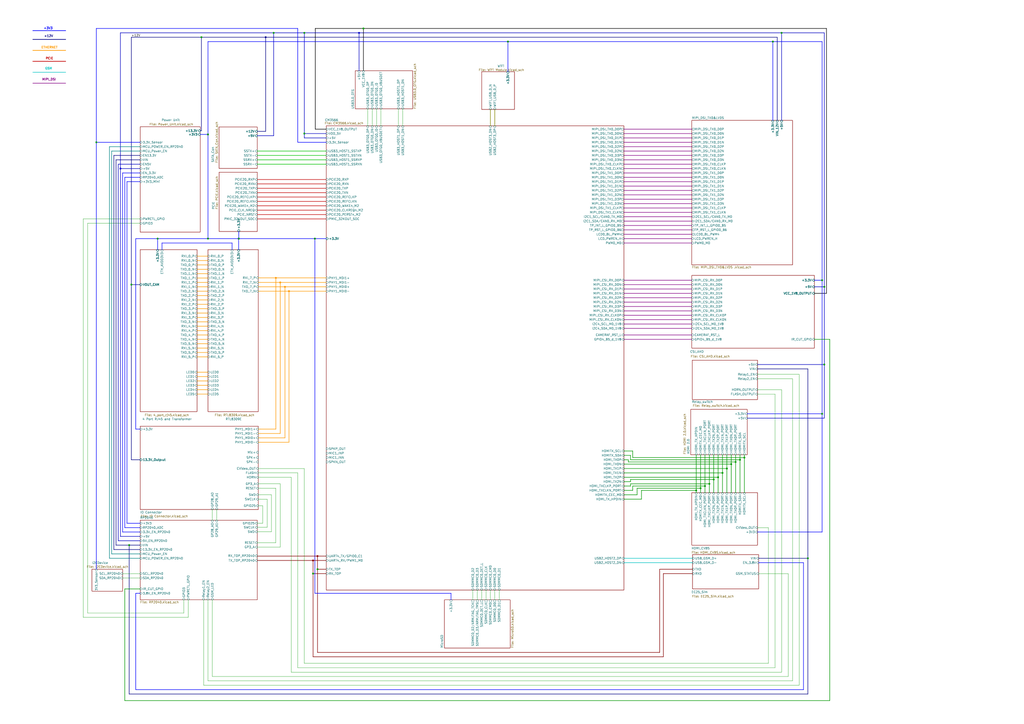
<source format=kicad_sch>
(kicad_sch
	(version 20231120)
	(generator "eeschema")
	(generator_version "8.0")
	(uuid "25e5aa8e-2696-44a3-8d3c-c2c53f2923cf")
	(paper "A2")
	(title_block
		(title "CamTracker")
		(date "2022-09-20")
		(rev "REV1")
		(company "SmartEQ Bilisim")
	)
	(lib_symbols)
	(junction
		(at 160.02 161.1804)
		(diameter 0)
		(color 255 153 0 1)
		(uuid "0043dc46-a547-4132-ac41-f9cc56c74b4e")
	)
	(junction
		(at 416.56 276.86)
		(diameter 0)
		(color 0 0 0 0)
		(uuid "026ab511-274a-4c2e-b2bf-61034781c819")
	)
	(junction
		(at 468.63 323.85)
		(diameter 0)
		(color 0 0 0 0)
		(uuid "03c0dcaa-9043-44a5-ba48-bf3f752d8fbc")
	)
	(junction
		(at 478.155 211.455)
		(diameter 0)
		(color 0 0 0 0)
		(uuid "23687fbe-4be0-451c-b54e-53a1897b520e")
	)
	(junction
		(at 55.88 82.55)
		(diameter 0)
		(color 0 0 0 0)
		(uuid "24f3b251-46ce-4332-ae1f-b0cdc488d1e0")
	)
	(junction
		(at 429.26 266.7)
		(diameter 0)
		(color 0 0 0 0)
		(uuid "297af092-64b1-4bfc-9605-d83ac8ed5b5f")
	)
	(junction
		(at 176.53 19.05)
		(diameter 0)
		(color 0 0 0 0)
		(uuid "2dd9c1a4-c1ec-4794-8f09-77ee93b21b44")
	)
	(junction
		(at 476.885 162.56)
		(diameter 0)
		(color 0 0 0 0)
		(uuid "35a1d3fb-47cf-460b-848a-b9e5c70fd518")
	)
	(junction
		(at 167.64 168.91)
		(diameter 0)
		(color 255 153 0 1)
		(uuid "35bd0a07-28e1-48ec-aece-0333fe042fc8")
	)
	(junction
		(at 184.1872 330.2)
		(diameter 0)
		(color 0 0 0 0)
		(uuid "366701a6-c3b3-4c65-8cd8-9b88e1b0ecb9")
	)
	(junction
		(at 421.64 271.78)
		(diameter 0)
		(color 0 0 0 0)
		(uuid "4123e341-bad4-41ce-a9ea-013df2506f28")
	)
	(junction
		(at 406.4 283.21)
		(diameter 0)
		(color 0 0 0 0)
		(uuid "4916d376-92e7-45a5-97c5-65256f6d10db")
	)
	(junction
		(at 476.885 240.03)
		(diameter 0)
		(color 0 0 0 0)
		(uuid "4bef4173-aa7a-4885-b7d5-3108a8816972")
	)
	(junction
		(at 154.1117 21.59)
		(diameter 0)
		(color 0 0 132 1)
		(uuid "4f58ee3e-d11e-4d3d-9e4a-18bb4f84dfcf")
	)
	(junction
		(at 453.39 19.05)
		(diameter 0)
		(color 0 0 0 0)
		(uuid "59c1fe8c-ba8c-481b-83bb-8d3e8dc6be72")
	)
	(junction
		(at 138.43 138.43)
		(diameter 0)
		(color 0 0 255 1)
		(uuid "5d207cdc-f4cc-41ce-b197-44c7bc7f3d05")
	)
	(junction
		(at 414.02 278.13)
		(diameter 0)
		(color 0 0 0 0)
		(uuid "7c79c341-2bfb-4984-aa84-f4baed2af9af")
	)
	(junction
		(at 120.65 77.9793)
		(diameter 0)
		(color 0 0 0 0)
		(uuid "7de044cb-6d65-4f23-95cd-1481fac3e916")
	)
	(junction
		(at 403.86 284.48)
		(diameter 0)
		(color 0 0 0 0)
		(uuid "7faa3e7f-4b52-41d2-9b76-0be59c09ea90")
	)
	(junction
		(at 138.5095 138.43)
		(diameter 0)
		(color 0 0 0 0)
		(uuid "82c38ca0-ece7-4c66-a902-fd5a7b2e5ee8")
	)
	(junction
		(at 408.94 281.94)
		(diameter 0)
		(color 0 0 0 0)
		(uuid "87bb45fc-08e5-44f4-acd2-c8c1c9d21686")
	)
	(junction
		(at 424.18 269.24)
		(diameter 0)
		(color 0 0 0 0)
		(uuid "882b6f0e-84ba-4b5e-b25a-5871a9c711a9")
	)
	(junction
		(at 158.75 19.05)
		(diameter 0)
		(color 0 0 0 0)
		(uuid "89f0e20d-7b3c-4271-a3cf-b1eee4134476")
	)
	(junction
		(at 162.56 163.83)
		(diameter 0)
		(color 255 153 0 1)
		(uuid "8c857f37-333b-450d-8a63-cf84111cac1b")
	)
	(junction
		(at 176.53 77.47)
		(diameter 0)
		(color 0 0 0 0)
		(uuid "93227ad1-b5f9-424e-be29-86a9db506232")
	)
	(junction
		(at 91.44 138.43)
		(diameter 0)
		(color 0 0 0 0)
		(uuid "984ae734-a3b3-4ac9-93ef-0f56c071a910")
	)
	(junction
		(at 181.61 325.12)
		(diameter 0)
		(color 132 0 0 1)
		(uuid "9da795e5-b32b-4757-84d3-b7e38b46c451")
	)
	(junction
		(at 182.654 138.43)
		(diameter 0)
		(color 0 0 0 0)
		(uuid "a7bcf305-8ffd-44ef-9e9e-ee7f55681a6b")
	)
	(junction
		(at 184.15 322.58)
		(diameter 0)
		(color 132 0 0 1)
		(uuid "ad9b150f-1792-4217-ba78-49d7cbb023db")
	)
	(junction
		(at 419.1 274.32)
		(diameter 0)
		(color 0 0 0 0)
		(uuid "aec055f5-c9a4-4f45-93f6-6566a5021643")
	)
	(junction
		(at 181.61 332.74)
		(diameter 0)
		(color 0 0 0 0)
		(uuid "b0267943-780e-4c21-a18c-d0b61b0b7aeb")
	)
	(junction
		(at 431.8 265.43)
		(diameter 0)
		(color 0 0 0 0)
		(uuid "b5d15181-42fe-4208-9edc-2b9488304604")
	)
	(junction
		(at 74.93 316.23)
		(diameter 0)
		(color 0 0 0 0)
		(uuid "b8a30507-afcc-43b4-8398-057b99e34831")
	)
	(junction
		(at 426.72 267.97)
		(diameter 0)
		(color 0 0 0 0)
		(uuid "bda6ec5a-a128-401f-889c-b9aebd51b9d5")
	)
	(junction
		(at 76.2 165.1)
		(diameter 0)
		(color 0 0 0 0)
		(uuid "c0362575-2230-46c3-8a8f-3f59615f2701")
	)
	(junction
		(at 120.65 138.43)
		(diameter 0)
		(color 0 0 0 0)
		(uuid "d7c78919-2f2f-496d-88cd-9ff87b0b1420")
	)
	(junction
		(at 165.3064 166.37)
		(diameter 0)
		(color 255 153 0 1)
		(uuid "e3935c5f-aa0a-4ff9-a203-cebce2f4f143")
	)
	(junction
		(at 69.85 97.79)
		(diameter 0)
		(color 0 0 194 1)
		(uuid "e7e2bc8e-47a2-479d-a389-818a5064f826")
	)
	(junction
		(at 411.48 280.67)
		(diameter 0)
		(color 0 0 0 0)
		(uuid "ed025da8-b79b-4f62-96e3-79fba03cee6f")
	)
	(junction
		(at 448.31 24.13)
		(diameter 0)
		(color 0 0 0 0)
		(uuid "ef0fbcd0-3e18-4f2f-8f09-73cd020fd84c")
	)
	(junction
		(at 208.28 19.05)
		(diameter 0)
		(color 0 0 194 1)
		(uuid "f1bf3946-5f18-4ed2-a490-1844e754d4f3")
	)
	(junction
		(at 294.64 24.13)
		(diameter 0)
		(color 0 0 0 0)
		(uuid "f43a730f-855f-493e-a9dd-74558f1f8f16")
	)
	(junction
		(at 210.82 16.51)
		(diameter 0)
		(color 0 0 0 0)
		(uuid "fa84e0f5-3f82-4c34-a84b-9f35bd57c0e6")
	)
	(junction
		(at 478.155 166.37)
		(diameter 0)
		(color 0 0 0 0)
		(uuid "fb87d608-fa9f-4065-942c-48457ddab91d")
	)
	(junction
		(at 116.84 21.59)
		(diameter 0)
		(color 0 0 0 0)
		(uuid "fd77bc87-858b-48bc-8f63-66951b9bf5fb")
	)
	(wire
		(pts
			(xy 19.05 41.91) (xy 38.1 41.91)
		)
		(stroke
			(width 0.3048)
			(type default)
			(color 0 194 194 1)
		)
		(uuid "0019f591-c5a0-43c0-b4d7-07f1f8ead615")
	)
	(wire
		(pts
			(xy 416.56 276.86) (xy 416.56 285.75)
		)
		(stroke
			(width 0.3048)
			(type default)
		)
		(uuid "002f8749-e52b-40c2-afd0-2767a8c610e2")
	)
	(wire
		(pts
			(xy 361.95 105.41) (xy 401.32 105.41)
		)
		(stroke
			(width 0.3048)
			(type default)
			(color 132 0 132 1)
		)
		(uuid "00423272-465a-49d7-81c6-a96be7214f55")
	)
	(wire
		(pts
			(xy 116.84 75.8629) (xy 116.1387 75.8629)
		)
		(stroke
			(width 0.3048)
			(type default)
			(color 0 0 132 1)
		)
		(uuid "00c80c0a-c7d4-459c-898f-8aa5692a3d6e")
	)
	(wire
		(pts
			(xy 78.74 248.92) (xy 81.28 248.92)
		)
		(stroke
			(width 0.3048)
			(type default)
			(color 0 0 255 1)
		)
		(uuid "0315ae45-d827-4f40-91e5-706badf402ab")
	)
	(wire
		(pts
			(xy 361.95 323.85) (xy 401.7137 323.85)
		)
		(stroke
			(width 0.3048)
			(type default)
			(color 0 194 194 1)
		)
		(uuid "037c25a5-f731-490b-8f59-f7c2edf55636")
	)
	(wire
		(pts
			(xy 149.2754 121.92) (xy 189.23 121.92)
		)
		(stroke
			(width 0.3048)
			(type default)
			(color 194 0 0 1)
		)
		(uuid "03cf9e75-309c-4299-8e4e-330a1a25e306")
	)
	(wire
		(pts
			(xy 426.72 267.97) (xy 364.49 267.97)
		)
		(stroke
			(width 0.3048)
			(type default)
		)
		(uuid "057f0a76-be40-4d05-90c1-108803ab6521")
	)
	(wire
		(pts
			(xy 463.55 217.17) (xy 439.42 217.17)
		)
		(stroke
			(width 0)
			(type default)
		)
		(uuid "065a8f67-035d-47ba-9237-fd5d21bbd036")
	)
	(wire
		(pts
			(xy 429.26 266.7) (xy 429.26 285.75)
		)
		(stroke
			(width 0.3048)
			(type default)
		)
		(uuid "0682efd7-05fb-4c9a-907b-a5a3d12ac842")
	)
	(wire
		(pts
			(xy 149.86 161.1804) (xy 160.02 161.1804)
		)
		(stroke
			(width 0.3048)
			(type default)
			(color 255 153 0 1)
		)
		(uuid "092bb440-763f-489c-a15e-ea0f5fc41679")
	)
	(wire
		(pts
			(xy 149.2754 111.76) (xy 189.23 111.76)
		)
		(stroke
			(width 0.3048)
			(type default)
			(color 194 0 0 1)
		)
		(uuid "0944cf57-b934-49e1-a5e6-00d7d11f541e")
	)
	(wire
		(pts
			(xy 369.57 287.02) (xy 361.95 287.02)
		)
		(stroke
			(width 0.3048)
			(type default)
		)
		(uuid "09521fd6-4ba3-4c35-9f08-7744ad2d54fe")
	)
	(wire
		(pts
			(xy 114.3 207.01) (xy 120.65 207.01)
		)
		(stroke
			(width 0.3048)
			(type default)
			(color 255 153 0 1)
		)
		(uuid "09aa5386-abc3-4697-9877-85c664826dff")
	)
	(wire
		(pts
			(xy 118.11 397.51) (xy 118.11 347.98)
		)
		(stroke
			(width 0)
			(type default)
		)
		(uuid "0a7f5565-9baf-49d4-8ca1-cfa7a7abecda")
	)
	(wire
		(pts
			(xy 445.77 384.81) (xy 445.77 306.07)
		)
		(stroke
			(width 0)
			(type default)
		)
		(uuid "0ac363b9-5c3c-466b-9869-01aa3596c8a7")
	)
	(wire
		(pts
			(xy 476.885 162.56) (xy 476.885 24.13)
		)
		(stroke
			(width 0.3048)
			(type default)
			(color 0 0 255 1)
		)
		(uuid "0ae1f167-6af1-4abd-944e-78636cea0ff2")
	)
	(wire
		(pts
			(xy 364.49 266.7) (xy 361.95 266.7)
		)
		(stroke
			(width 0.3048)
			(type default)
		)
		(uuid "0bcd6b0f-528d-45e8-adc2-c4434d0b75ef")
	)
	(wire
		(pts
			(xy 294.64 24.13) (xy 294.64 41.5542)
		)
		(stroke
			(width 0.3048)
			(type default)
			(color 0 0 255 1)
		)
		(uuid "0be90714-5f1e-4c96-a800-30a7a0750687")
	)
	(wire
		(pts
			(xy 429.26 266.7) (xy 365.76 266.7)
		)
		(stroke
			(width 0.3048)
			(type default)
		)
		(uuid "0bfcda1f-db71-4421-868b-c6b7cec42566")
	)
	(wire
		(pts
			(xy 149.225 95.25) (xy 189.23 95.25)
		)
		(stroke
			(width 0.3048)
			(type default)
			(color 0 194 0 1)
		)
		(uuid "0ccab8d8-1217-4a7f-a314-e25d98286e7a")
	)
	(wire
		(pts
			(xy 72.39 102.87) (xy 81.28 102.87)
		)
		(stroke
			(width 0.3048)
			(type default)
			(color 0 0 255 1)
		)
		(uuid "0ce83105-350b-458a-b4a3-3bd69087571c")
	)
	(wire
		(pts
			(xy 81.28 313.69) (xy 68.58 313.69)
		)
		(stroke
			(width 0.3048)
			(type default)
			(color 0 0 194 1)
		)
		(uuid "0d16a65f-8c1f-4a0e-8d0e-b1c68ad45d15")
	)
	(wire
		(pts
			(xy 160.02 161.1804) (xy 189.23 161.1804)
		)
		(stroke
			(width 0.3048)
			(type default)
			(color 255 153 0 1)
		)
		(uuid "0da21fd0-ec6b-411a-8daa-2e86b67c9c67")
	)
	(wire
		(pts
			(xy 160.02 161.1804) (xy 160.02 248.92)
		)
		(stroke
			(width 0.3048)
			(type default)
			(color 255 153 0 1)
		)
		(uuid "0db9079a-edf0-4e21-a1ce-d789d744451b")
	)
	(wire
		(pts
			(xy 361.95 196.85) (xy 401.32 196.85)
		)
		(stroke
			(width 0.3048)
			(type default)
			(color 132 0 132 1)
		)
		(uuid "0f9cd9b4-c7fd-4c28-99ae-3db9e33aa4b8")
	)
	(wire
		(pts
			(xy 361.95 85.09) (xy 401.32 85.09)
		)
		(stroke
			(width 0.3048)
			(type default)
			(color 132 0 132 1)
		)
		(uuid "10e1ea2c-7486-4813-a2d6-8c2553c30454")
	)
	(wire
		(pts
			(xy 453.39 226.06) (xy 453.39 389.89)
		)
		(stroke
			(width 0)
			(type default)
		)
		(uuid "10f97069-60a1-409a-a808-038ae98d7823")
	)
	(wire
		(pts
			(xy 189.23 161.1804) (xy 189.23 161.29)
		)
		(stroke
			(width 0)
			(type default)
		)
		(uuid "111a29ef-b4e0-452b-b8e6-41cba8696a7d")
	)
	(wire
		(pts
			(xy 414.02 278.13) (xy 365.76 278.13)
		)
		(stroke
			(width 0.3048)
			(type default)
		)
		(uuid "12e8cb56-884f-4c6d-b5a6-8d2680a6a423")
	)
	(wire
		(pts
			(xy 364.49 267.97) (xy 364.49 266.7)
		)
		(stroke
			(width 0.3048)
			(type default)
		)
		(uuid "13b8061b-469b-4741-b35a-edc177f81c78")
	)
	(wire
		(pts
			(xy 114.3 151.13) (xy 120.65 151.13)
		)
		(stroke
			(width 0.3048)
			(type default)
			(color 255 153 0 1)
		)
		(uuid "143d9e22-422d-440e-aad1-e9e77c69136d")
	)
	(wire
		(pts
			(xy 81.28 341.63) (xy 72.39 341.63)
		)
		(stroke
			(width 0.3048)
			(type default)
		)
		(uuid "15374817-11bb-4a0f-a62d-f050dd61f8e0")
	)
	(wire
		(pts
			(xy 281.94 342.265) (xy 281.94 347.98)
		)
		(stroke
			(width 0)
			(type default)
		)
		(uuid "15fe3b87-bc90-496d-a990-601d33fea0cc")
	)
	(wire
		(pts
			(xy 365.76 281.94) (xy 361.95 281.94)
		)
		(stroke
			(width 0.3048)
			(type default)
		)
		(uuid "165c9c06-132a-428f-b737-e0260d2bde2f")
	)
	(wire
		(pts
			(xy 414.02 263.779) (xy 414.02 278.13)
		)
		(stroke
			(width 0.3048)
			(type default)
		)
		(uuid "16ed3966-2df9-43df-9aa0-efaa5be48af2")
	)
	(wire
		(pts
			(xy 472.44 166.37) (xy 478.155 166.37)
		)
		(stroke
			(width 0.3048)
			(type default)
			(color 0 0 194 1)
		)
		(uuid "17316bec-8544-4f26-a688-9228197022f4")
	)
	(wire
		(pts
			(xy 76.2 266.7) (xy 81.28 266.7)
		)
		(stroke
			(width 0.3048)
			(type default)
			(color 0 0 132 1)
		)
		(uuid "183bb170-b16b-4e6d-9025-bd3383ca2f2f")
	)
	(wire
		(pts
			(xy 68.58 95.25) (xy 81.28 95.25)
		)
		(stroke
			(width 0.3048)
			(type default)
			(color 0 0 194 1)
		)
		(uuid "18cd4866-fbf2-43ea-bef0-18b35028d3b3")
	)
	(wire
		(pts
			(xy 66.04 318.77) (xy 66.04 90.17)
		)
		(stroke
			(width 0.3048)
			(type default)
			(color 0 0 132 1)
		)
		(uuid "1982a252-dfcb-44e1-b0af-a27e49ccddfd")
	)
	(wire
		(pts
			(xy 478.155 166.37) (xy 478.155 19.05)
		)
		(stroke
			(width 0.3048)
			(type default)
			(color 0 0 194 1)
		)
		(uuid "1a566bfa-6eff-455a-a333-e8ca22b40e90")
	)
	(wire
		(pts
			(xy 138.5095 134.291) (xy 138.5095 138.43)
		)
		(stroke
			(width 0.3048)
			(type default)
			(color 0 0 255 1)
		)
		(uuid "1a58b5bd-6f55-485f-94a9-e26672af1bf6")
	)
	(wire
		(pts
			(xy 367.03 265.43) (xy 367.03 261.62)
		)
		(stroke
			(width 0.3048)
			(type default)
		)
		(uuid "1abd4c7e-b66d-48c2-adb3-ccac33ea76ff")
	)
	(wire
		(pts
			(xy 149.225 87.63) (xy 189.23 87.63)
		)
		(stroke
			(width 0.3048)
			(type default)
			(color 0 194 0 1)
		)
		(uuid "1abddcd3-7a69-457b-aadd-9550c5a8a0e7")
	)
	(wire
		(pts
			(xy 73.66 105.3558) (xy 73.66 303.53)
		)
		(stroke
			(width 0.3048)
			(type default)
			(color 0 0 255 1)
		)
		(uuid "1b0533ec-c59f-41d3-a372-002f0dbaa974")
	)
	(wire
		(pts
			(xy 149.225 325.12) (xy 181.61 325.12)
		)
		(stroke
			(width 0.3048)
			(type default)
			(color 132 0 0 1)
		)
		(uuid "1b962ecd-e7b9-49aa-894c-19342cd7c05f")
	)
	(wire
		(pts
			(xy 55.88 82.55) (xy 81.28 82.55)
		)
		(stroke
			(width 0.3048)
			(type default)
			(color 0 0 255 1)
		)
		(uuid "1bdf9411-5334-4d27-936d-7a0403c9ca0c")
	)
	(wire
		(pts
			(xy 19.05 48.26) (xy 38.1 48.26)
		)
		(stroke
			(width 0.3048)
			(type default)
			(color 132 0 132 1)
		)
		(uuid "1bed5693-1fc5-4078-abb2-93c056916fa0")
	)
	(wire
		(pts
			(xy 408.94 263.779) (xy 408.94 281.94)
		)
		(stroke
			(width 0.3048)
			(type default)
		)
		(uuid "1c67c275-8b2f-4f6a-9bd1-7757823885ff")
	)
	(wire
		(pts
			(xy 481.33 196.85) (xy 472.44 196.85)
		)
		(stroke
			(width 0.3048)
			(type default)
		)
		(uuid "1c95dd5b-d610-4ae7-86b4-92cd7e630526")
	)
	(wire
		(pts
			(xy 408.94 281.94) (xy 367.03 281.94)
		)
		(stroke
			(width 0.3048)
			(type default)
		)
		(uuid "1f0f5147-ed06-4c2c-bde8-4aa4ab1facd1")
	)
	(wire
		(pts
			(xy 81.28 303.53) (xy 73.66 303.53)
		)
		(stroke
			(width 0.3048)
			(type default)
			(color 0 0 255 1)
		)
		(uuid "1f40ebd5-73fc-46ca-ba68-f154d3b2b9ae")
	)
	(wire
		(pts
			(xy 361.95 175.26) (xy 401.32 175.26)
		)
		(stroke
			(width 0.3048)
			(type default)
			(color 132 0 132 1)
		)
		(uuid "201c7a0a-8f9b-4fd3-bfaa-9d7d6f9c531a")
	)
	(wire
		(pts
			(xy 114.3 189.23) (xy 120.65 189.23)
		)
		(stroke
			(width 0.3048)
			(type default)
			(color 255 153 0 1)
		)
		(uuid "20e2921e-3381-4857-a918-ce88680847df")
	)
	(wire
		(pts
			(xy 48.26 358.14) (xy 109.22 358.14)
		)
		(stroke
			(width 0)
			(type default)
		)
		(uuid "21de6090-16d7-4f21-bf3e-d11833fd115f")
	)
	(wire
		(pts
			(xy 411.48 280.67) (xy 365.76 280.67)
		)
		(stroke
			(width 0.3048)
			(type default)
		)
		(uuid "23998741-a11f-4e60-be65-08b8005e6df4")
	)
	(wire
		(pts
			(xy 120.65 24.13) (xy 294.64 24.13)
		)
		(stroke
			(width 0.3048)
			(type default)
			(color 0 0 255 1)
		)
		(uuid "245ce1db-7bd3-4c3c-90dc-cc59e034f16f")
	)
	(wire
		(pts
			(xy 50.8 355.6) (xy 50.8 129.54)
		)
		(stroke
			(width 0)
			(type default)
		)
		(uuid "24dd236b-87d1-4d44-b314-46d823b21387")
	)
	(wire
		(pts
			(xy 55.88 16.51) (xy 172.72 16.51)
		)
		(stroke
			(width 0.3048)
			(type default)
			(color 0 0 255 1)
		)
		(uuid "25297b47-d3c7-46c0-87ff-cab57df70daa")
	)
	(wire
		(pts
			(xy 55.88 330.2) (xy 55.88 82.55)
		)
		(stroke
			(width 0.3048)
			(type default)
			(color 0 0 255 1)
		)
		(uuid "25776150-dde4-48b9-a420-cf60b2dc5170")
	)
	(wire
		(pts
			(xy 361.95 170.18) (xy 401.32 170.18)
		)
		(stroke
			(width 0.3048)
			(type default)
			(color 132 0 132 1)
		)
		(uuid "270b7cd6-0a99-47de-8c36-5e66e7938f27")
	)
	(wire
		(pts
			(xy 476.885 308.61) (xy 439.42 308.61)
		)
		(stroke
			(width 0.3048)
			(type default)
			(color 0 0 255 1)
		)
		(uuid "2722adf2-10a3-4231-a999-8e648c2ffeb3")
	)
	(wire
		(pts
			(xy 453.39 19.05) (xy 478.155 19.05)
		)
		(stroke
			(width 0.3048)
			(type default)
			(color 0 0 194 1)
		)
		(uuid "2866cd38-f21c-4ec9-9721-12fbdb8fdb11")
	)
	(wire
		(pts
			(xy 78.74 344.17) (xy 78.74 400.05)
		)
		(stroke
			(width 0.3048)
			(type default)
			(color 0 0 255 1)
		)
		(uuid "29964570-ce09-49ea-a08c-ede316899b1b")
	)
	(wire
		(pts
			(xy 64.77 321.31) (xy 64.77 87.63)
		)
		(stroke
			(width 0.3048)
			(type default)
			(color 0 132 132 1)
		)
		(uuid "2b34ea7a-faa2-419d-941b-8249abe40e02")
	)
	(wire
		(pts
			(xy 116.84 21.59) (xy 154.1117 21.59)
		)
		(stroke
			(width 0.3048)
			(type default)
			(color 0 0 132 1)
		)
		(uuid "2bfdb044-d998-4442-a68e-650c76f36c22")
	)
	(wire
		(pts
			(xy 72.39 306.07) (xy 72.39 102.87)
		)
		(stroke
			(width 0.3048)
			(type default)
			(color 0 0 255 1)
		)
		(uuid "2c38d549-3716-43bd-8067-2ae51f02cfbf")
	)
	(wire
		(pts
			(xy 478.155 211.455) (xy 439.42 211.455)
		)
		(stroke
			(width 0.3048)
			(type default)
			(color 0 0 194 1)
		)
		(uuid "2c3f3036-f869-4354-822b-30a79922fc5a")
	)
	(wire
		(pts
			(xy 476.885 240.03) (xy 433.451 240.03)
		)
		(stroke
			(width 0.3048)
			(type default)
			(color 0 0 255 1)
		)
		(uuid "2caa3f7e-5247-4ccc-a435-0c5efcc812d7")
	)
	(wire
		(pts
			(xy 74.93 316.23) (xy 74.93 402.59)
		)
		(stroke
			(width 0.3048)
			(type default)
			(color 0 0 132 1)
		)
		(uuid "2d4cb426-3518-467b-90e6-6baeb8737618")
	)
	(wire
		(pts
			(xy 361.95 271.78) (xy 421.64 271.78)
		)
		(stroke
			(width 0.3048)
			(type default)
		)
		(uuid "2e52c41c-80e3-4f6a-bf4e-40160f6c9d42")
	)
	(wire
		(pts
			(xy 440.055 332.74) (xy 457.2 332.74)
		)
		(stroke
			(width 0)
			(type default)
		)
		(uuid "2f41aed0-a159-477a-b8d4-bedec4724392")
	)
	(wire
		(pts
			(xy 138.43 138.43) (xy 138.43 144.78)
		)
		(stroke
			(width 0.3048)
			(type default)
			(color 0 0 255 1)
		)
		(uuid "2f91ea5c-8a09-4587-b839-bd5ea6f0368e")
	)
	(wire
		(pts
			(xy 172.72 16.51) (xy 172.72 82.55)
		)
		(stroke
			(width 0.3048)
			(type default)
			(color 0 0 255 1)
		)
		(uuid "304047c4-f7f7-4f4c-a305-e2a83e46ff21")
	)
	(wire
		(pts
			(xy 431.8 265.43) (xy 431.8 285.75)
		)
		(stroke
			(width 0.3048)
			(type default)
		)
		(uuid "306d4e4c-21ee-4c1e-a77b-aa09238fb62e")
	)
	(wire
		(pts
			(xy 463.55 397.51) (xy 118.11 397.51)
		)
		(stroke
			(width 0)
			(type default)
		)
		(uuid "310c14c1-0043-4bf5-8a4f-780187a9aea0")
	)
	(wire
		(pts
			(xy 158.75 19.05) (xy 158.75 78.74)
		)
		(stroke
			(width 0.3048)
			(type default)
			(color 0 0 194 1)
		)
		(uuid "3178b2c0-2229-488a-9c4b-7bdb410a043a")
	)
	(wire
		(pts
			(xy 361.95 100.33) (xy 401.32 100.33)
		)
		(stroke
			(width 0.3048)
			(type default)
			(color 132 0 132 1)
		)
		(uuid "3193bd9e-a9b4-4395-80cd-c52c6e577daf")
	)
	(wire
		(pts
			(xy 284.48 63.5) (xy 284.48 73.025)
		)
		(stroke
			(width 0.3048)
			(type default)
			(color 132 132 0 1)
		)
		(uuid "326302f3-2cc4-4068-8995-7bc41f0c6433")
	)
	(wire
		(pts
			(xy 181.61 332.74) (xy 181.61 381)
		)
		(stroke
			(width 0.3048)
			(type default)
			(color 132 0 0 1)
		)
		(uuid "32baacbc-eb8a-45dc-a987-18f5f657953c")
	)
	(wire
		(pts
			(xy 176.53 77.47) (xy 189.23 77.47)
		)
		(stroke
			(width 0.3048)
			(type default)
			(color 0 0 194 1)
		)
		(uuid "32e84e2a-7201-477e-8648-ed0d20470775")
	)
	(wire
		(pts
			(xy 439.42 226.06) (xy 453.39 226.06)
		)
		(stroke
			(width 0)
			(type default)
		)
		(uuid "3381e89c-4b5d-40f0-9b09-3818f3d63534")
	)
	(wire
		(pts
			(xy 369.57 283.21) (xy 369.57 287.02)
		)
		(stroke
			(width 0.3048)
			(type default)
		)
		(uuid "36865a17-1b46-4527-ba06-f55c2546c15c")
	)
	(wire
		(pts
			(xy 182.654 344.17) (xy 261.62 344.17)
		)
		(stroke
			(width 0.3048)
			(type default)
			(color 0 0 255 1)
		)
		(uuid "369ad202-9e33-46c4-bab8-9c029521f705")
	)
	(wire
		(pts
			(xy 81.28 318.77) (xy 66.04 318.77)
		)
		(stroke
			(width 0.3048)
			(type default)
			(color 0 0 132 1)
		)
		(uuid "37239a7b-cc3c-4c1d-a5ea-efe2dfe1cea4")
	)
	(wire
		(pts
			(xy 162.56 317.3452) (xy 149.225 317.3452)
		)
		(stroke
			(width 0)
			(type default)
		)
		(uuid "3736c670-cacd-4f01-b75c-c3f591d3fb5c")
	)
	(wire
		(pts
			(xy 449.58 387.35) (xy 449.58 228.6)
		)
		(stroke
			(width 0)
			(type default)
		)
		(uuid "37725191-dd78-40a1-b495-49cb6f555b81")
	)
	(wire
		(pts
			(xy 63.5 323.85) (xy 63.5 85.09)
		)
		(stroke
			(width 0.3048)
			(type default)
			(color 0 132 132 1)
		)
		(uuid "37fcc5f6-80d2-444e-997c-96d15d5d1d9f")
	)
	(wire
		(pts
			(xy 361.95 177.8) (xy 401.32 177.8)
		)
		(stroke
			(width 0.3048)
			(type default)
			(color 132 0 132 1)
		)
		(uuid "38b3db0d-637b-4039-a03d-581fe07a705a")
	)
	(wire
		(pts
			(xy 76.2 21.59) (xy 76.2 165.1)
		)
		(stroke
			(width 0.3048)
			(type default)
			(color 0 0 132 1)
		)
		(uuid "3910af0d-e245-4a6d-8799-003f15c92de9")
	)
	(wire
		(pts
			(xy 459.74 394.97) (xy 120.65 394.97)
		)
		(stroke
			(width 0)
			(type default)
		)
		(uuid "3933ebdd-2b0a-436a-bb94-6406e4925a54")
	)
	(wire
		(pts
			(xy 76.2 21.59) (xy 116.84 21.59)
		)
		(stroke
			(width 0.3048)
			(type default)
			(color 0 0 132 1)
		)
		(uuid "395e0087-cf97-4e0a-a8cf-7e00be5e8f42")
	)
	(wire
		(pts
			(xy 114.3 228.6) (xy 120.65 228.6)
		)
		(stroke
			(width 0.3048)
			(type default)
			(color 255 153 0 1)
		)
		(uuid "396c5b5b-b293-4835-b6ec-08ca5fd38848")
	)
	(wire
		(pts
			(xy 361.95 82.55) (xy 401.32 82.55)
		)
		(stroke
			(width 0.3048)
			(type default)
			(color 132 0 132 1)
		)
		(uuid "3aed99ec-4fb9-491a-940f-362130eb84bb")
	)
	(wire
		(pts
			(xy 114.3 218.44) (xy 120.65 218.44)
		)
		(stroke
			(width 0.3048)
			(type default)
			(color 255 153 0 1)
		)
		(uuid "3d069700-b651-47f8-bc84-3d82bee26341")
	)
	(wire
		(pts
			(xy 215.9 63.1638) (xy 215.9 73.025)
		)
		(stroke
			(width 0)
			(type default)
		)
		(uuid "3df09c75-43b0-446e-9b55-e003d8b30816")
	)
	(wire
		(pts
			(xy 361.95 276.86) (xy 416.56 276.86)
		)
		(stroke
			(width 0.3048)
			(type default)
		)
		(uuid "3e1fbeba-92ed-4504-8f6f-964aab8dd2dc")
	)
	(wire
		(pts
			(xy 176.53 19.05) (xy 208.28 19.05)
		)
		(stroke
			(width 0.3048)
			(type default)
			(color 0 0 194 1)
		)
		(uuid "3fb019f2-bffd-4870-b047-6c54c3f9d691")
	)
	(wire
		(pts
			(xy 138.43 138.43) (xy 138.5095 138.43)
		)
		(stroke
			(width 0.3048)
			(type default)
			(color 0 0 255 1)
		)
		(uuid "3ff00b11-384e-4bb8-8efe-f8f03151dac2")
	)
	(wire
		(pts
			(xy 149.2754 104.14) (xy 189.23 104.14)
		)
		(stroke
			(width 0.3048)
			(type default)
			(color 194 0 0 1)
		)
		(uuid "41cf3077-ecff-4391-b30d-678600362bdf")
	)
	(wire
		(pts
			(xy 149.86 163.83) (xy 162.56 163.83)
		)
		(stroke
			(width 0.3048)
			(type default)
			(color 255 153 0 1)
		)
		(uuid "422dcd8e-952d-485f-bbc7-bc56aedb9c7c")
	)
	(wire
		(pts
			(xy 71.12 100.33) (xy 81.28 100.33)
		)
		(stroke
			(width 0.3048)
			(type default)
			(color 0 0 255 1)
		)
		(uuid "43200927-77bd-4015-afa4-45e859c6cafc")
	)
	(wire
		(pts
			(xy 172.72 387.35) (xy 449.58 387.35)
		)
		(stroke
			(width 0)
			(type default)
		)
		(uuid "432287bf-21f7-4cc1-ac67-cb62b3af48df")
	)
	(wire
		(pts
			(xy 149.2754 124.46) (xy 189.23 124.46)
		)
		(stroke
			(width 0.3048)
			(type default)
			(color 194 0 0 1)
		)
		(uuid "444ee63f-19b9-4bc4-bd7a-62eadeebc263")
	)
	(wire
		(pts
			(xy 181.61 381) (xy 384.81 381)
		)
		(stroke
			(width 0.3048)
			(type default)
			(color 132 0 0 1)
		)
		(uuid "451418a7-622f-4ef9-b994-969df314f2f8")
	)
	(wire
		(pts
			(xy 361.95 77.47) (xy 401.32 77.47)
		)
		(stroke
			(width 0.3048)
			(type default)
			(color 132 0 132 1)
		)
		(uuid "4530a8b1-d4f5-4aa6-a124-f05ae327b40f")
	)
	(wire
		(pts
			(xy 176.53 19.05) (xy 176.53 77.47)
		)
		(stroke
			(width 0.3048)
			(type default)
			(color 0 0 194 1)
		)
		(uuid "4560c1e6-e38d-4d1f-805c-5e89111095af")
	)
	(wire
		(pts
			(xy 361.95 167.64) (xy 401.32 167.64)
		)
		(stroke
			(width 0.3048)
			(type default)
			(color 132 0 132 1)
		)
		(uuid "46b34040-cdf6-4c2d-ad03-16ac55d23450")
	)
	(wire
		(pts
			(xy 439.42 219.71) (xy 459.74 219.71)
		)
		(stroke
			(width 0)
			(type default)
		)
		(uuid "46df17fb-f664-4b5f-a29d-0845108244af")
	)
	(wire
		(pts
			(xy 114.3 191.77) (xy 120.65 191.77)
		)
		(stroke
			(width 0.3048)
			(type default)
			(color 255 153 0 1)
		)
		(uuid "46e5529d-2499-4650-a5cc-2533bc08370d")
	)
	(wire
		(pts
			(xy 289.56 342.265) (xy 289.56 347.98)
		)
		(stroke
			(width 0)
			(type default)
		)
		(uuid "471966c4-0c32-4458-b009-58118fb83a99")
	)
	(wire
		(pts
			(xy 68.58 313.69) (xy 68.58 95.25)
		)
		(stroke
			(width 0.3048)
			(type default)
			(color 0 0 194 1)
		)
		(uuid "480198a8-0949-4a5f-ab24-5c7a2e26819b")
	)
	(wire
		(pts
			(xy 154.1117 21.59) (xy 154.1117 76.2)
		)
		(stroke
			(width 0.3048)
			(type default)
			(color 0 0 132 1)
		)
		(uuid "4834dc3e-8bbd-4981-85e9-ef99d9976041")
	)
	(wire
		(pts
			(xy 361.95 162.56) (xy 401.32 162.56)
		)
		(stroke
			(width 0.3048)
			(type default)
			(color 132 0 132 1)
		)
		(uuid "48372933-4913-4b58-a623-8aec2309f6bc")
	)
	(wire
		(pts
			(xy 424.18 269.24) (xy 424.18 285.75)
		)
		(stroke
			(width 0.3048)
			(type default)
		)
		(uuid "490c2485-0ca8-4154-b65a-8d43a70dae70")
	)
	(wire
		(pts
			(xy 176.53 77.47) (xy 176.53 80.01)
		)
		(stroke
			(width 0.3048)
			(type default)
			(color 0 0 194 1)
		)
		(uuid "499ebf6e-d463-4824-bf53-d2c79e0d1cd9")
	)
	(wire
		(pts
			(xy 361.95 182.88) (xy 401.32 182.88)
		)
		(stroke
			(width 0.3048)
			(type default)
			(color 132 0 132 1)
		)
		(uuid "49ec8226-a320-4f3f-b66c-576761ff5569")
	)
	(wire
		(pts
			(xy 361.95 87.63) (xy 401.32 87.63)
		)
		(stroke
			(width 0.3048)
			(type default)
			(color 132 0 132 1)
		)
		(uuid "4a08b2dd-c1c2-4286-9781-b1c7978c7f26")
	)
	(wire
		(pts
			(xy 149.2754 116.84) (xy 189.23 116.84)
		)
		(stroke
			(width 0.3048)
			(type default)
			(color 194 0 0 1)
		)
		(uuid "4a4912db-8c82-4cff-b7f9-6f3e2ef82cce")
	)
	(wire
		(pts
			(xy 165.3064 166.37) (xy 165.3064 254)
		)
		(stroke
			(width 0.3048)
			(type default)
			(color 255 153 0 1)
		)
		(uuid "4a75ee6a-c411-492d-968a-e880412ff915")
	)
	(wire
		(pts
			(xy 448.31 24.13) (xy 448.31 69.85)
		)
		(stroke
			(width 0.3048)
			(type default)
			(color 0 0 255 1)
		)
		(uuid "4a79aa04-eb2e-4bbb-90bd-82481dc88987")
	)
	(wire
		(pts
			(xy 67.31 92.71) (xy 81.28 92.71)
		)
		(stroke
			(width 0.3048)
			(type default)
			(color 0 0 132 1)
		)
		(uuid "4b8490f9-d449-4ecd-a870-259a1aa53256")
	)
	(wire
		(pts
			(xy 406.4 283.21) (xy 369.57 283.21)
		)
		(stroke
			(width 0.3048)
			(type default)
		)
		(uuid "4c062211-bf2d-4c8f-996c-2a2f90633e6b")
	)
	(wire
		(pts
			(xy 149.225 322.58) (xy 149.225 322.4252)
		)
		(stroke
			(width 0)
			(type default)
		)
		(uuid "4c638e9a-245d-4640-9d08-fcc8cd62c0b6")
	)
	(wire
		(pts
			(xy 365.76 279.4) (xy 361.95 279.4)
		)
		(stroke
			(width 0.3048)
			(type default)
		)
		(uuid "4d1d5f1c-90b0-4fa1-b7dc-21e2a293ceb9")
	)
	(wire
		(pts
			(xy 406.4 263.779) (xy 406.4 283.21)
		)
		(stroke
			(width 0.3048)
			(type default)
		)
		(uuid "4decb5bf-de6d-4c8f-bdd0-dad4396861cb")
	)
	(wire
		(pts
			(xy 81.28 127) (xy 48.26 127)
		)
		(stroke
			(width 0)
			(type default)
		)
		(uuid "4e80fb99-01f2-4a36-834a-48cdf78c1d78")
	)
	(wire
		(pts
			(xy 450.85 21.59) (xy 450.85 69.85)
		)
		(stroke
			(width 0.3048)
			(type default)
			(color 0 0 132 1)
		)
		(uuid "4e82d462-3f2b-4c5b-ab3e-856cf4ef235a")
	)
	(wire
		(pts
			(xy 138.5095 138.43) (xy 182.654 138.43)
		)
		(stroke
			(width 0.3048)
			(type default)
			(color 0 0 255 1)
		)
		(uuid "4e88e3e3-f76b-4bbc-ba02-4fe2c1f15a7a")
	)
	(wire
		(pts
			(xy 184.15 322.58) (xy 189.23 322.58)
		)
		(stroke
			(width 0.3048)
			(type default)
			(color 132 0 0 1)
		)
		(uuid "4e9bdb4c-13c0-4562-a777-c6704fc45c0b")
	)
	(wire
		(pts
			(xy 114.3 186.69) (xy 120.65 186.69)
		)
		(stroke
			(width 0.3048)
			(type default)
			(color 255 153 0 1)
		)
		(uuid "4ec72820-c250-483a-818e-b8e0d8c80a84")
	)
	(wire
		(pts
			(xy 149.2754 106.68) (xy 189.23 106.68)
		)
		(stroke
			(width 0.3048)
			(type default)
			(color 194 0 0 1)
		)
		(uuid "4f11d024-9308-4311-bc43-b0ed0600114d")
	)
	(wire
		(pts
			(xy 361.95 95.25) (xy 401.32 95.25)
		)
		(stroke
			(width 0.3048)
			(type default)
			(color 132 0 132 1)
		)
		(uuid "50c933d6-3f44-43f1-bc94-9ad7c7c4581f")
	)
	(wire
		(pts
			(xy 93.98 144.78) (xy 93.98 140.97)
		)
		(stroke
			(width 0.3048)
			(type default)
			(color 0 0 255 1)
		)
		(uuid "515d0ae8-ca74-4842-9527-8dacced0fef3")
	)
	(wire
		(pts
			(xy 120.65 347.98) (xy 120.65 394.97)
		)
		(stroke
			(width 0)
			(type default)
		)
		(uuid "51f24a8f-5eb3-4aa2-ab5f-c21132772021")
	)
	(wire
		(pts
			(xy 114.3 201.93) (xy 120.65 201.93)
		)
		(stroke
			(width 0.3048)
			(type default)
			(color 255 153 0 1)
		)
		(uuid "521bfa9d-99b6-4903-94c3-b3a13df7c52e")
	)
	(wire
		(pts
			(xy 457.2 332.74) (xy 457.2 392.43)
		)
		(stroke
			(width 0)
			(type default)
		)
		(uuid "5485bdee-279e-4212-acf7-af7876cd43d8")
	)
	(wire
		(pts
			(xy 361.95 92.71) (xy 401.32 92.71)
		)
		(stroke
			(width 0.3048)
			(type default)
			(color 132 0 132 1)
		)
		(uuid "549018bf-117b-49d4-afec-e730d1785652")
	)
	(wire
		(pts
			(xy 160.02 248.92) (xy 149.86 248.92)
		)
		(stroke
			(width 0.3048)
			(type default)
			(color 255 153 0 1)
		)
		(uuid "54fb9d24-4c3b-4463-a9d2-3a6640b65636")
	)
	(wire
		(pts
			(xy 384.81 332.74) (xy 401.7137 332.74)
		)
		(stroke
			(width 0.3048)
			(type default)
			(color 132 0 0 1)
		)
		(uuid "5559f4b1-b871-4682-b937-0000265e7639")
	)
	(wire
		(pts
			(xy 81.28 323.85) (xy 63.5 323.85)
		)
		(stroke
			(width 0.3048)
			(type default)
			(color 0 132 132 1)
		)
		(uuid "55a79d67-5518-4acd-85c7-afb79de739f4")
	)
	(wire
		(pts
			(xy 162.56 280.67) (xy 162.56 317.3452)
		)
		(stroke
			(width 0)
			(type default)
		)
		(uuid "56175ec8-8880-4af1-a1ef-cf2a9918f070")
	)
	(wire
		(pts
			(xy 55.88 82.55) (xy 55.88 16.51)
		)
		(stroke
			(width 0.3048)
			(type default)
			(color 0 0 255 1)
		)
		(uuid "58f97153-524c-47f2-b646-b58585ebc015")
	)
	(wire
		(pts
			(xy 403.86 284.48) (xy 403.86 285.75)
		)
		(stroke
			(width 0.3048)
			(type default)
		)
		(uuid "595538ee-caff-49f7-a3cd-c5813145a2d4")
	)
	(wire
		(pts
			(xy 149.225 303.53) (xy 152.4 303.53)
		)
		(stroke
			(width 0)
			(type default)
		)
		(uuid "598d2e9d-e177-4979-b0ef-2d3b9bce85a6")
	)
	(wire
		(pts
			(xy 114.3 171.45) (xy 120.65 171.45)
		)
		(stroke
			(width 0.3048)
			(type default)
			(color 255 153 0 1)
		)
		(uuid "59bae338-7369-41f9-8215-f37aa0bbc2b3")
	)
	(wire
		(pts
			(xy 429.26 263.779) (xy 429.26 266.7)
		)
		(stroke
			(width 0.3048)
			(type default)
		)
		(uuid "59f436e5-d482-45c2-b599-87e9eab553bb")
	)
	(wire
		(pts
			(xy 106.68 347.98) (xy 106.68 355.6)
		)
		(stroke
			(width 0)
			(type default)
		)
		(uuid "5a2b9518-689d-4881-a991-48613fd70524")
	)
	(wire
		(pts
			(xy 167.64 256.54) (xy 149.86 256.54)
		)
		(stroke
			(width 0.3048)
			(type default)
			(color 255 153 0 1)
		)
		(uuid "5a35d1b7-b74d-43a5-89db-c20d82366577")
	)
	(wire
		(pts
			(xy 149.225 308.4552) (xy 157.48 308.4552)
		)
		(stroke
			(width 0)
			(type default)
		)
		(uuid "5aeeb9b1-22e8-4ec1-a9e5-bcccfa079ce4")
	)
	(wire
		(pts
			(xy 361.95 74.93) (xy 401.32 74.93)
		)
		(stroke
			(width 0.3048)
			(type default)
			(color 132 0 132 1)
		)
		(uuid "5b13c83d-6478-44cf-b67d-c5896a1dc091")
	)
	(wire
		(pts
			(xy 19.05 17.78) (xy 38.1 17.78)
		)
		(stroke
			(width 0.381)
			(type default)
			(color 0 0 255 1)
		)
		(uuid "5b1f3dae-daef-4b1c-9a33-b2a93992e560")
	)
	(wire
		(pts
			(xy 72.39 341.63) (xy 72.39 406.4)
		)
		(stroke
			(width 0.3048)
			(type default)
		)
		(uuid "5b9daec4-585a-449a-9b94-fa005e53338e")
	)
	(wire
		(pts
			(xy 149.2754 109.22) (xy 189.23 109.22)
		)
		(stroke
			(width 0.3048)
			(type default)
			(color 194 0 0 1)
		)
		(uuid "5c27bebf-9762-4aba-abd1-16c7927939c0")
	)
	(wire
		(pts
			(xy 208.28 19.05) (xy 453.39 19.05)
		)
		(stroke
			(width 0.3048)
			(type default)
			(color 0 0 194 1)
		)
		(uuid "5e1f4a59-1a0d-4cb4-9758-c270291dcb9f")
	)
	(wire
		(pts
			(xy 276.86 342.265) (xy 276.86 347.98)
		)
		(stroke
			(width 0)
			(type default)
		)
		(uuid "5e2e5038-a601-43c8-813e-8975509405c0")
	)
	(wire
		(pts
			(xy 114.3 181.61) (xy 120.65 181.61)
		)
		(stroke
			(width 0.3048)
			(type default)
			(color 255 153 0 1)
		)
		(uuid "5e32532e-42b3-4652-8727-d30a8374f200")
	)
	(wire
		(pts
			(xy 361.95 118.11) (xy 401.32 118.11)
		)
		(stroke
			(width 0.3048)
			(type default)
			(color 132 0 132 1)
		)
		(uuid "5e42668e-7f87-4fa7-a7b7-f8b6e944165b")
	)
	(wire
		(pts
			(xy 72.39 406.4) (xy 481.33 406.4)
		)
		(stroke
			(width 0.3048)
			(type default)
		)
		(uuid "5e42bd47-b4a7-4fc8-b6a5-86c65a31081f")
	)
	(wire
		(pts
			(xy 403.86 263.779) (xy 403.86 284.48)
		)
		(stroke
			(width 0.3048)
			(type default)
		)
		(uuid "60c74d80-d173-41d5-8101-d0f67650f8e6")
	)
	(wire
		(pts
			(xy 478.155 166.37) (xy 478.155 211.455)
		)
		(stroke
			(width 0.3048)
			(type default)
			(color 0 0 194 1)
		)
		(uuid "61406bcf-b088-4be2-a6bf-eb6596cb8ac3")
	)
	(wire
		(pts
			(xy 74.93 316.23) (xy 67.31 316.23)
		)
		(stroke
			(width 0.3048)
			(type default)
			(color 0 0 132 1)
		)
		(uuid "61637abd-1c4b-46d4-bf77-833539699ee1")
	)
	(wire
		(pts
			(xy 416.56 263.779) (xy 416.56 276.86)
		)
		(stroke
			(width 0.3048)
			(type default)
		)
		(uuid "61752f8d-f2da-453d-b124-b1dceebac0c1")
	)
	(wire
		(pts
			(xy 114.3 223.52) (xy 120.65 223.52)
		)
		(stroke
			(width 0.3048)
			(type default)
			(color 255 153 0 1)
		)
		(uuid "618947e7-c4d2-48cf-a3d1-7d699f3cd388")
	)
	(wire
		(pts
			(xy 78.74 400.05) (xy 466.09 400.05)
		)
		(stroke
			(width 0.3048)
			(type default)
			(color 0 0 255 1)
		)
		(uuid "61e15258-cdae-4700-9a9f-7a8da54a2905")
	)
	(wire
		(pts
			(xy 287.02 342.265) (xy 287.02 347.98)
		)
		(stroke
			(width 0)
			(type default)
		)
		(uuid "62bbb041-1b97-4af2-acce-80c4d66b73f2")
	)
	(wire
		(pts
			(xy 476.885 162.56) (xy 476.885 240.03)
		)
		(stroke
			(width 0.3048)
			(type default)
			(color 0 0 255 1)
		)
		(uuid "62ffb04c-05a1-4bb4-813f-af13db0cfca6")
	)
	(wire
		(pts
			(xy 120.65 138.43) (xy 91.44 138.43)
		)
		(stroke
			(width 0.3048)
			(type default)
			(color 0 0 255 1)
		)
		(uuid "63362319-e5f9-4927-814f-c9496504e554")
	)
	(wire
		(pts
			(xy 233.68 63.1638) (xy 233.68 73.025)
		)
		(stroke
			(width 0)
			(type default)
		)
		(uuid "642be3d8-695b-4db5-8ff0-749989a9d9e5")
	)
	(wire
		(pts
			(xy 411.48 280.67) (xy 411.48 285.75)
		)
		(stroke
			(width 0.3048)
			(type default)
		)
		(uuid "64798d43-02ba-438c-b2f7-bc1bd2b357cb")
	)
	(wire
		(pts
			(xy 149.2754 119.38) (xy 189.23 119.38)
		)
		(stroke
			(width 0.3048)
			(type default)
			(color 194 0 0 1)
		)
		(uuid "64d35dda-4259-475f-a71b-d0a4b1b2f7b6")
	)
	(wire
		(pts
			(xy 424.18 263.779) (xy 424.18 269.24)
		)
		(stroke
			(width 0.3048)
			(type default)
		)
		(uuid "653794df-c446-4c7c-8772-04b3390fbe07")
	)
	(wire
		(pts
			(xy 367.03 284.48) (xy 361.95 284.48)
		)
		(stroke
			(width 0.3048)
			(type default)
		)
		(uuid "66210c38-cb85-41de-ab8b-fe8e8b182d82")
	)
	(wire
		(pts
			(xy 431.8 265.43) (xy 367.03 265.43)
		)
		(stroke
			(width 0.3048)
			(type default)
		)
		(uuid "68c80652-187c-406a-aa56-b6375264443e")
	)
	(wire
		(pts
			(xy 182.88 16.51) (xy 182.88 74.93)
		)
		(stroke
			(width 0.3048)
			(type default)
			(color 0 0 0 1)
		)
		(uuid "690dd6aa-0165-4eaa-89d9-b944399f6437")
	)
	(wire
		(pts
			(xy 134.62 140.97) (xy 134.62 144.78)
		)
		(stroke
			(width 0.3048)
			(type default)
			(color 0 0 255 1)
		)
		(uuid "69394446-c757-4d11-8a7d-602e6edaf038")
	)
	(wire
		(pts
			(xy 361.95 172.72) (xy 401.32 172.72)
		)
		(stroke
			(width 0.3048)
			(type default)
			(color 132 0 132 1)
		)
		(uuid "6b9bab25-139c-4f86-a01a-4be3ce6e340b")
	)
	(wire
		(pts
			(xy 149.225 322.58) (xy 184.15 322.58)
		)
		(stroke
			(width 0.3048)
			(type default)
			(color 132 0 0 1)
		)
		(uuid "6d7c479c-d9c7-4474-ac9e-2ac59d82cb1b")
	)
	(wire
		(pts
			(xy 74.93 402.59) (xy 468.63 402.59)
		)
		(stroke
			(width 0.3048)
			(type default)
			(color 0 0 132 1)
		)
		(uuid "6dec793a-fad5-401f-b39c-8622b0a0006c")
	)
	(wire
		(pts
			(xy 365.76 280.67) (xy 365.76 281.94)
		)
		(stroke
			(width 0.3048)
			(type default)
		)
		(uuid "6e8ba6ef-b22a-4850-a20e-e841b00290dd")
	)
	(wire
		(pts
			(xy 114.3 204.47) (xy 120.65 204.47)
		)
		(stroke
			(width 0.3048)
			(type default)
			(color 255 153 0 1)
		)
		(uuid "6f052b6e-2092-4ad9-a150-476700c59297")
	)
	(wire
		(pts
			(xy 440.055 323.85) (xy 468.63 323.85)
		)
		(stroke
			(width 0.3048)
			(type default)
			(color 0 0 132 1)
		)
		(uuid "6f570d1a-9634-4d90-ba7f-412a7da0a77f")
	)
	(wire
		(pts
			(xy 109.22 358.14) (xy 109.22 347.98)
		)
		(stroke
			(width 0)
			(type default)
		)
		(uuid "6fd9482d-ecae-4b92-a321-b1e3f4301550")
	)
	(wire
		(pts
			(xy 157.48 308.4552) (xy 157.48 287.02)
		)
		(stroke
			(width 0)
			(type default)
		)
		(uuid "6fdea7ce-54d5-4783-a8c8-23c181823004")
	)
	(wire
		(pts
			(xy 481.33 406.4) (xy 481.33 196.85)
		)
		(stroke
			(width 0.3048)
			(type default)
		)
		(uuid "7016a920-3fe1-4944-bd42-19c7165a4557")
	)
	(wire
		(pts
			(xy 463.55 217.17) (xy 463.55 397.51)
		)
		(stroke
			(width 0)
			(type default)
		)
		(uuid "71977168-e528-4dcc-b3ef-91e8269292d8")
	)
	(wire
		(pts
			(xy 472.44 170.18) (xy 479.425 170.18)
		)
		(stroke
			(width 0.3048)
			(type default)
			(color 0 0 0 1)
		)
		(uuid "72b9ea4e-bd20-4834-ba8e-35684a23652a")
	)
	(wire
		(pts
			(xy 168.91 276.86) (xy 168.91 389.89)
		)
		(stroke
			(width 0)
			(type default)
		)
		(uuid "7326b0a3-d9f1-4c31-8506-4159649ed9ea")
	)
	(wire
		(pts
			(xy 261.62 344.17) (xy 261.62 347.98)
		)
		(stroke
			(width 0.3048)
			(type default)
			(color 0 0 255 1)
		)
		(uuid "74806f34-2f84-4119-bf1c-f678e4edf9ec")
	)
	(wire
		(pts
			(xy 421.64 263.779) (xy 421.64 271.78)
		)
		(stroke
			(width 0.3048)
			(type default)
		)
		(uuid "755b5c30-034f-4ddd-beff-e84c236089d4")
	)
	(wire
		(pts
			(xy 220.98 63.1638) (xy 220.98 73.025)
		)
		(stroke
			(width 0)
			(type default)
		)
		(uuid "7571d0c2-3efb-4735-adc9-379fd0aac4fa")
	)
	(wire
		(pts
			(xy 158.75 78.74) (xy 149.225 78.74)
		)
		(stroke
			(width 0.3048)
			(type default)
			(color 0 0 194 1)
		)
		(uuid "758bbd21-bdef-418d-95f4-834d95770886")
	)
	(wire
		(pts
			(xy 19.05 35.56) (xy 38.1 35.56)
		)
		(stroke
			(width 0.381)
			(type default)
			(color 194 0 0 1)
		)
		(uuid "76b282ce-0f26-416c-8751-54bdbd79ff6d")
	)
	(wire
		(pts
			(xy 372.11 289.56) (xy 361.95 289.56)
		)
		(stroke
			(width 0.3048)
			(type default)
		)
		(uuid "7707f71c-3a0e-4b94-a0c6-785050d35f2b")
	)
	(wire
		(pts
			(xy 426.72 267.97) (xy 426.72 285.75)
		)
		(stroke
			(width 0.3048)
			(type default)
		)
		(uuid "77880d7a-e10b-4ae3-b5cd-ea2c752bbad9")
	)
	(wire
		(pts
			(xy 184.1872 330.2) (xy 189.23 330.2)
		)
		(stroke
			(width 0.3048)
			(type default)
			(color 132 0 0 1)
		)
		(uuid "78ff2155-7758-46d7-af71-89b5d12b713f")
	)
	(wire
		(pts
			(xy 406.4 283.21) (xy 406.4 285.75)
		)
		(stroke
			(width 0.3048)
			(type default)
		)
		(uuid "79fad01f-0f8b-405e-856b-1ba1c00e8466")
	)
	(wire
		(pts
			(xy 76.2 165.1) (xy 76.2 266.7)
		)
		(stroke
			(width 0.3048)
			(type default)
			(color 0 0 132 1)
		)
		(uuid "7a614419-537a-4ad9-a13e-bcd1615d5175")
	)
	(wire
		(pts
			(xy 64.77 321.31) (xy 81.28 321.31)
		)
		(stroke
			(width 0.3048)
			(type default)
			(color 0 132 132 1)
		)
		(uuid "7c4fa0a3-4fc6-4120-9cbd-72601dbc689f")
	)
	(wire
		(pts
			(xy 114.3 196.85) (xy 120.65 196.85)
		)
		(stroke
			(width 0.3048)
			(type default)
			(color 255 153 0 1)
		)
		(uuid "7cf19e35-e2fd-4e6c-a12b-c5e062fa604f")
	)
	(wire
		(pts
			(xy 361.95 130.81) (xy 401.32 130.81)
		)
		(stroke
			(width 0.3048)
			(type default)
			(color 132 0 132 1)
		)
		(uuid "7d25e4e9-a73f-4b48-a6ef-51b962a76c8a")
	)
	(wire
		(pts
			(xy 231.14 63.1638) (xy 231.14 73.025)
		)
		(stroke
			(width 0)
			(type default)
		)
		(uuid "7d6b65d0-c25f-43b7-8147-f39805b92d91")
	)
	(wire
		(pts
			(xy 172.72 274.32) (xy 172.72 387.35)
		)
		(stroke
			(width 0)
			(type default)
		)
		(uuid "7e4e3486-025b-4c40-a087-07271d0730af")
	)
	(wire
		(pts
			(xy 67.31 316.23) (xy 67.31 92.71)
		)
		(stroke
			(width 0.3048)
			(type default)
			(color 0 0 132 1)
		)
		(uuid "7eca514b-e8fe-4fa2-8562-40ceae00afe5")
	)
	(wire
		(pts
			(xy 106.68 355.6) (xy 50.8 355.6)
		)
		(stroke
			(width 0)
			(type default)
		)
		(uuid "8309d362-fbeb-4794-803a-72b903601c46")
	)
	(wire
		(pts
			(xy 181.61 325.12) (xy 189.23 325.12)
		)
		(stroke
			(width 0.3048)
			(type default)
			(color 132 0 0 1)
		)
		(uuid "835f30eb-576d-4363-83a7-d29f34165fc2")
	)
	(wire
		(pts
			(xy 114.3 215.9) (xy 120.65 215.9)
		)
		(stroke
			(width 0.3048)
			(type default)
			(color 255 153 0 1)
		)
		(uuid "836d6dbd-5075-4468-9778-cea95b119b7f")
	)
	(wire
		(pts
			(xy 114.3 173.99) (xy 120.65 173.99)
		)
		(stroke
			(width 0.3048)
			(type default)
			(color 255 153 0 1)
		)
		(uuid "843b6e38-528f-4a03-89b8-25b9ec6bea5d")
	)
	(wire
		(pts
			(xy 123.19 392.43) (xy 457.2 392.43)
		)
		(stroke
			(width 0)
			(type default)
		)
		(uuid "8497a278-5595-4dca-b9ec-2ea35e43e047")
	)
	(wire
		(pts
			(xy 123.19 347.98) (xy 123.19 392.43)
		)
		(stroke
			(width 0)
			(type default)
		)
		(uuid "8521e541-95c1-4dd8-83f8-6b6bde664fd4")
	)
	(wire
		(pts
			(xy 176.53 271.78) (xy 176.53 384.81)
		)
		(stroke
			(width 0)
			(type default)
		)
		(uuid "864ad085-2060-4542-845c-332883af7bd1")
	)
	(wire
		(pts
			(xy 149.86 280.67) (xy 162.56 280.67)
		)
		(stroke
			(width 0)
			(type default)
		)
		(uuid "865d6b2a-75d7-415c-b0f8-8b08543f6fab")
	)
	(wire
		(pts
			(xy 165.3064 254) (xy 149.86 254)
		)
		(stroke
			(width 0.3048)
			(type default)
			(color 255 153 0 1)
		)
		(uuid "87b3b250-5375-476b-aade-e1c6cf901cfb")
	)
	(wire
		(pts
			(xy 382.6637 330.2) (xy 401.7137 330.2)
		)
		(stroke
			(width 0.3048)
			(type default)
			(color 132 0 0 1)
		)
		(uuid "892fcf29-4a6f-4a1d-8a3e-c78fb0f47683")
	)
	(wire
		(pts
			(xy 361.95 190.5) (xy 401.32 190.5)
		)
		(stroke
			(width 0.3048)
			(type default)
			(color 132 0 132 1)
		)
		(uuid "89d6ba4f-8bfc-4fc8-bb44-169b5745260e")
	)
	(wire
		(pts
			(xy 71.12 308.61) (xy 71.12 100.33)
		)
		(stroke
			(width 0.3048)
			(type default)
			(color 0 0 255 1)
		)
		(uuid "8a515461-77a0-44ea-aa12-57599c66f21f")
	)
	(wire
		(pts
			(xy 19.05 22.86) (xy 38.1 22.86)
		)
		(stroke
			(width 0.381)
			(type default)
			(color 0 0 132 1)
		)
		(uuid "8a82a01e-6d46-4fd3-b740-f361a5a1c738")
	)
	(wire
		(pts
			(xy 478.155 211.455) (xy 478.155 242.57)
		)
		(stroke
			(width 0.3048)
			(type default)
			(color 0 0 194 1)
		)
		(uuid "8bcfa415-326d-4cdf-a947-8587fda37e4a")
	)
	(wire
		(pts
			(xy 66.04 90.17) (xy 81.28 90.17)
		)
		(stroke
			(width 0.3048)
			(type default)
			(color 0 0 132 1)
		)
		(uuid "8c002b88-b3d4-480b-a872-e25c82923784")
	)
	(wire
		(pts
			(xy 468.63 323.85) (xy 468.63 402.59)
		)
		(stroke
			(width 0.3048)
			(type default)
			(color 0 0 132 1)
		)
		(uuid "8e3e3c5a-2b44-4d8d-8ab2-527f7d108dd6")
	)
	(wire
		(pts
			(xy 69.85 19.05) (xy 158.75 19.05)
		)
		(stroke
			(width 0.3048)
			(type default)
			(color 0 0 194 1)
		)
		(uuid "8e9f4dfd-efa5-43f0-8923-563616fcdde1")
	)
	(wire
		(pts
			(xy 367.03 281.94) (xy 367.03 284.48)
		)
		(stroke
			(width 0.3048)
			(type default)
		)
		(uuid "8f23962a-f2a8-4c92-82e5-866894d051a8")
	)
	(wire
		(pts
			(xy 361.95 115.57) (xy 401.32 115.57)
		)
		(stroke
			(width 0.3048)
			(type default)
			(color 132 0 132 1)
		)
		(uuid "8f65aec2-05d8-4892-b208-4d66b277eb10")
	)
	(wire
		(pts
			(xy 73.66 105.3558) (xy 81.28 105.3558)
		)
		(stroke
			(width 0.3048)
			(type default)
			(color 0 0 255 1)
		)
		(uuid "8f82db96-396b-4349-ab03-f0d3cb305a1c")
	)
	(wire
		(pts
			(xy 361.95 90.17) (xy 401.32 90.17)
		)
		(stroke
			(width 0.3048)
			(type default)
			(color 132 0 132 1)
		)
		(uuid "91328848-9a6c-4ff5-b69e-9adcaa370b0a")
	)
	(wire
		(pts
			(xy 114.3 158.75) (xy 120.65 158.75)
		)
		(stroke
			(width 0.3048)
			(type default)
			(color 255 153 0 1)
		)
		(uuid "913dcc6c-a0b3-44f4-b02d-35267e54ac86")
	)
	(wire
		(pts
			(xy 361.95 107.95) (xy 401.32 107.95)
		)
		(stroke
			(width 0.3048)
			(type default)
			(color 132 0 132 1)
		)
		(uuid "913f92c5-dc56-4db1-bbb2-bdf5e3d24f6a")
	)
	(wire
		(pts
			(xy 361.95 185.42) (xy 401.32 185.42)
		)
		(stroke
			(width 0.3048)
			(type default)
			(color 132 0 132 1)
		)
		(uuid "92f94382-2120-4783-9f4e-3012053c9fa7")
	)
	(wire
		(pts
			(xy 64.77 87.63) (xy 81.28 87.63)
		)
		(stroke
			(width 0.3048)
			(type default)
			(color 0 132 132 1)
		)
		(uuid "93e1d905-8380-4fe5-825a-c11e76f445db")
	)
	(wire
		(pts
			(xy 284.48 342.265) (xy 284.48 347.98)
		)
		(stroke
			(width 0)
			(type default)
		)
		(uuid "941c7996-02f8-4914-8f07-99a584ab54a8")
	)
	(wire
		(pts
			(xy 361.95 187.96) (xy 401.32 187.96)
		)
		(stroke
			(width 0.3048)
			(type default)
			(color 132 0 132 1)
		)
		(uuid "950841e2-778f-45dc-adfd-80edf4cce2f9")
	)
	(wire
		(pts
			(xy 184.1872 378.46) (xy 382.6637 378.46)
		)
		(stroke
			(width 0.3048)
			(type default)
			(color 132 0 0 1)
		)
		(uuid "952048fd-2d05-4cb5-bfef-65268bbc4da9")
	)
	(wire
		(pts
			(xy 168.91 389.89) (xy 453.39 389.89)
		)
		(stroke
			(width 0)
			(type default)
		)
		(uuid "9527c871-f52b-4ad8-8b72-475a0935ec39")
	)
	(wire
		(pts
			(xy 114.3 166.37) (xy 120.65 166.37)
		)
		(stroke
			(width 0.3048)
			(type default)
			(color 255 153 0 1)
		)
		(uuid "957c8d5b-b3cf-4131-8ae1-56d579f96e68")
	)
	(wire
		(pts
			(xy 361.95 110.49) (xy 401.32 110.49)
		)
		(stroke
			(width 0.3048)
			(type default)
			(color 132 0 132 1)
		)
		(uuid "96c7165a-5227-4b7f-9a8d-991c87b30018")
	)
	(wire
		(pts
			(xy 361.95 140.97) (xy 401.32 140.97)
		)
		(stroke
			(width 0.3048)
			(type default)
			(color 132 0 132 1)
		)
		(uuid "99aad0e3-9385-4191-a3e8-1ef83cbcfae5")
	)
	(wire
		(pts
			(xy 472.44 162.56) (xy 476.885 162.56)
		)
		(stroke
			(width 0.3048)
			(type default)
			(color 0 0 255 1)
		)
		(uuid "99c2a29e-21f3-4034-970f-456c8e5a86dd")
	)
	(wire
		(pts
			(xy 114.3 184.15) (xy 120.65 184.15)
		)
		(stroke
			(width 0.3048)
			(type default)
			(color 255 153 0 1)
		)
		(uuid "9a11e31a-a895-4b8f-a65b-c752d51b730c")
	)
	(wire
		(pts
			(xy 162.56 251.46) (xy 149.86 251.46)
		)
		(stroke
			(width 0.3048)
			(type default)
			(color 255 153 0 1)
		)
		(uuid "9b55df3d-bea7-46fd-869d-0068edd9a1ae")
	)
	(wire
		(pts
			(xy 210.82 16.51) (xy 182.88 16.51)
		)
		(stroke
			(width 0.3048)
			(type default)
			(color 0 0 0 1)
		)
		(uuid "9bf925f1-cce7-4e29-90eb-e642b7964e7e")
	)
	(wire
		(pts
			(xy 421.64 271.78) (xy 421.64 285.75)
		)
		(stroke
			(width 0.3048)
			(type default)
		)
		(uuid "9debf051-0a33-471d-af2d-b897c57c35e8")
	)
	(wire
		(pts
			(xy 71.12 332.74) (xy 81.28 332.74)
		)
		(stroke
			(width 0)
			(type default)
		)
		(uuid "9f7d6379-b019-41d0-b26f-8607a83d0746")
	)
	(wire
		(pts
			(xy 149.86 274.32) (xy 172.72 274.32)
		)
		(stroke
			(width 0)
			(type default)
		)
		(uuid "a1244435-1990-4980-8e62-b8d2e3005f3e")
	)
	(wire
		(pts
			(xy 176.53 80.01) (xy 189.23 80.01)
		)
		(stroke
			(width 0.3048)
			(type default)
			(color 0 0 194 1)
		)
		(uuid "a18bc51a-3038-436b-9d16-5fb53f69019b")
	)
	(wire
		(pts
			(xy 184.1872 330.2) (xy 184.1872 378.46)
		)
		(stroke
			(width 0.3048)
			(type default)
			(color 132 0 0 1)
		)
		(uuid "a2141ce8-d054-49d0-a552-cecfcab3af62")
	)
	(wire
		(pts
			(xy 81.28 306.07) (xy 72.39 306.07)
		)
		(stroke
			(width 0.3048)
			(type default)
			(color 0 0 255 1)
		)
		(uuid "a3662121-3116-42b2-bbb3-7c10cf93f49c")
	)
	(wire
		(pts
			(xy 213.36 63.1638) (xy 213.36 73.025)
		)
		(stroke
			(width 0)
			(type default)
		)
		(uuid "a5ac6c46-552b-4f2f-a552-c1293857b266")
	)
	(wire
		(pts
			(xy 448.31 24.13) (xy 476.885 24.13)
		)
		(stroke
			(width 0.3048)
			(type default)
			(color 0 0 255 1)
		)
		(uuid "a6008cc9-3e6a-4b7b-bebe-50fcabe8eff6")
	)
	(wire
		(pts
			(xy 157.48 287.02) (xy 149.86 287.02)
		)
		(stroke
			(width 0)
			(type default)
		)
		(uuid "a73d9481-317c-4cd1-aebb-f732e3519065")
	)
	(wire
		(pts
			(xy 210.82 16.51) (xy 210.82 41)
		)
		(stroke
			(width 0.3048)
			(type default)
			(color 0 0 0 1)
		)
		(uuid "a793435c-32f8-490a-bdc2-ece006a5182e")
	)
	(wire
		(pts
			(xy 476.885 240.03) (xy 476.885 308.61)
		)
		(stroke
			(width 0.3048)
			(type default)
			(color 0 0 255 1)
		)
		(uuid "a7f5cf25-4f31-4a3a-8da3-120a913eb7c9")
	)
	(wire
		(pts
			(xy 120.65 138.43) (xy 138.43 138.43)
		)
		(stroke
			(width 0.3048)
			(type default)
			(color 0 0 255 1)
		)
		(uuid "a8687976-8601-4a19-82c0-e95f59b1479f")
	)
	(wire
		(pts
			(xy 365.76 264.16) (xy 361.95 264.16)
		)
		(stroke
			(width 0.3048)
			(type default)
		)
		(uuid "a8ff8887-b61b-42dc-a596-7c58238439c6")
	)
	(wire
		(pts
			(xy 361.95 180.34) (xy 401.32 180.34)
		)
		(stroke
			(width 0.3048)
			(type default)
			(color 132 0 132 1)
		)
		(uuid "a928f7db-8103-4339-8bd2-4242a2bc5bd0")
	)
	(wire
		(pts
			(xy 81.28 316.23) (xy 74.93 316.23)
		)
		(stroke
			(width 0.3048)
			(type default)
			(color 0 0 132 1)
		)
		(uuid "a98f729c-6a3d-49d4-86db-f0fae81feb67")
	)
	(wire
		(pts
			(xy 154.94 289.56) (xy 154.94 305.9152)
		)
		(stroke
			(width 0)
			(type default)
		)
		(uuid "aa1d57e8-874f-495d-a24e-d26086ec9742")
	)
	(wire
		(pts
			(xy 114.3 194.31) (xy 120.65 194.31)
		)
		(stroke
			(width 0.3048)
			(type default)
			(color 255 153 0 1)
		)
		(uuid "aace8171-466f-4eb7-96c5-3a475f635f34")
	)
	(wire
		(pts
			(xy 149.86 168.91) (xy 167.64 168.91)
		)
		(stroke
			(width 0.3048)
			(type default)
			(color 255 153 0 1)
		)
		(uuid "adda1a7b-c154-4c06-9d0b-7f6cd537f531")
	)
	(wire
		(pts
			(xy 81.28 308.61) (xy 71.12 308.61)
		)
		(stroke
			(width 0.3048)
			(type default)
			(color 0 0 255 1)
		)
		(uuid "aeec3b2a-538e-4627-ad71-88f04f41b040")
	)
	(wire
		(pts
			(xy 361.95 123.19) (xy 401.32 123.19)
		)
		(stroke
			(width 0.3048)
			(type default)
			(color 132 0 132 1)
		)
		(uuid "b0145731-c0fe-40b3-9b19-7d3c7580f81d")
	)
	(wire
		(pts
			(xy 365.76 278.13) (xy 365.76 279.4)
		)
		(stroke
			(width 0.3048)
			(type default)
		)
		(uuid "b0949f98-00b5-4f76-a16d-aab0b7bd2f5d")
	)
	(wire
		(pts
			(xy 149.2754 127) (xy 189.23 127)
		)
		(stroke
			(width 0.3048)
			(type default)
			(color 194 0 0 1)
		)
		(uuid "b0c7222f-f152-40bc-a33d-9b511086ba80")
	)
	(wire
		(pts
			(xy 468.63 323.85) (xy 468.63 213.995)
		)
		(stroke
			(width 0.3048)
			(type default)
			(color 0 0 132 1)
		)
		(uuid "b25f2dfa-2b9e-484f-a14c-9d3f486c6ee7")
	)
	(wire
		(pts
			(xy 176.53 384.81) (xy 445.77 384.81)
		)
		(stroke
			(width 0)
			(type default)
		)
		(uuid "b3278c11-4bd9-4a8a-bae6-7fbdc8975dfa")
	)
	(wire
		(pts
			(xy 114.3 220.98) (xy 120.65 220.98)
		)
		(stroke
			(width 0.3048)
			(type default)
			(color 255 153 0 1)
		)
		(uuid "b41a239f-12ac-4d96-a33f-3b54d764a971")
	)
	(wire
		(pts
			(xy 403.86 284.48) (xy 372.11 284.48)
		)
		(stroke
			(width 0.3048)
			(type default)
		)
		(uuid "b6fd6d21-fd5a-4180-a1d6-db271952527c")
	)
	(wire
		(pts
			(xy 81.28 311.15) (xy 69.85 311.15)
		)
		(stroke
			(width 0.3048)
			(type default)
			(color 0 0 194 1)
		)
		(uuid "b85ebdf4-b169-459a-9143-4e1dad69a2fc")
	)
	(wire
		(pts
			(xy 149.86 289.56) (xy 154.94 289.56)
		)
		(stroke
			(width 0)
			(type default)
		)
		(uuid "b86ccf3a-85ff-431f-aa84-816f3d215388")
	)
	(wire
		(pts
			(xy 19.05 29.21) (xy 38.1 29.21)
		)
		(stroke
			(width 0.381)
			(type default)
			(color 255 153 0 1)
		)
		(uuid "b8bc0f57-1d3f-4a84-994e-389ca1956807")
	)
	(wire
		(pts
			(xy 459.74 219.71) (xy 459.74 394.97)
		)
		(stroke
			(width 0)
			(type default)
		)
		(uuid "bb640d36-1b0f-4b73-b0b5-221062d94079")
	)
	(wire
		(pts
			(xy 78.74 138.43) (xy 78.74 248.92)
		)
		(stroke
			(width 0.3048)
			(type default)
			(color 0 0 255 1)
		)
		(uuid "bb8d7fdb-d1ff-4b91-a47c-ea9a21f4d9bb")
	)
	(wire
		(pts
			(xy 479.425 16.51) (xy 479.425 170.18)
		)
		(stroke
			(width 0.3048)
			(type default)
			(color 0 0 0 1)
		)
		(uuid "bc0dd424-9ac2-4920-9263-7d83f62727a4")
	)
	(wire
		(pts
			(xy 114.3 163.83) (xy 120.65 163.83)
		)
		(stroke
			(width 0.3048)
			(type default)
			(color 255 153 0 1)
		)
		(uuid "bd057500-a71e-40f4-b288-32e95fc6ec84")
	)
	(wire
		(pts
			(xy 63.5 85.09) (xy 81.28 85.09)
		)
		(stroke
			(width 0.3048)
			(type default)
			(color 0 132 132 1)
		)
		(uuid "bdf0ef2a-23a4-4b05-bf32-59a8b7539978")
	)
	(wire
		(pts
			(xy 468.63 213.995) (xy 439.42 213.995)
		)
		(stroke
			(width 0.3048)
			(type default)
			(color 0 0 132 1)
		)
		(uuid "bee71152-1b36-46c0-ae98-a29db27353e0")
	)
	(wire
		(pts
			(xy 361.95 194.31) (xy 401.32 194.31)
		)
		(stroke
			(width 0.3048)
			(type default)
			(color 132 0 132 1)
		)
		(uuid "bf46632b-2a20-4b97-b9fe-b21c69ab0aa3")
	)
	(wire
		(pts
			(xy 162.56 163.83) (xy 162.56 251.46)
		)
		(stroke
			(width 0.3048)
			(type default)
			(color 255 153 0 1)
		)
		(uuid "bfaf2999-02b0-4dcb-a7af-b1e97e444303")
	)
	(wire
		(pts
			(xy 114.3 148.59) (xy 120.65 148.59)
		)
		(stroke
			(width 0.3048)
			(type default)
			(color 255 153 0 1)
		)
		(uuid "bff60f5f-6bdb-4571-9b48-a38ea23e4fcd")
	)
	(wire
		(pts
			(xy 114.3 168.91) (xy 120.65 168.91)
		)
		(stroke
			(width 0.3048)
			(type default)
			(color 255 153 0 1)
		)
		(uuid "c0215b58-9aae-4b4e-ba34-fbeef1a568be")
	)
	(wire
		(pts
			(xy 114.3 179.07) (xy 120.65 179.07)
		)
		(stroke
			(width 0.3048)
			(type default)
			(color 255 153 0 1)
		)
		(uuid "c04b04c3-76d0-4eda-9ea0-3c6da557ea5f")
	)
	(wire
		(pts
			(xy 361.95 97.79) (xy 401.32 97.79)
		)
		(stroke
			(width 0.3048)
			(type default)
			(color 132 0 132 1)
		)
		(uuid "c15c03d2-28d0-4af7-8c44-be6536199c4f")
	)
	(wire
		(pts
			(xy 182.654 138.43) (xy 182.654 344.17)
		)
		(stroke
			(width 0.3048)
			(type default)
			(color 0 0 255 1)
		)
		(uuid "c3113645-7b26-4a22-bc0c-eba006cf8e5b")
	)
	(wire
		(pts
			(xy 419.1 263.779) (xy 419.1 274.32)
		)
		(stroke
			(width 0.3048)
			(type default)
		)
		(uuid "c3d9ffc9-e2ad-4881-95a8-a1afe126e39e")
	)
	(wire
		(pts
			(xy 154.1117 76.2) (xy 149.225 76.2)
		)
		(stroke
			(width 0.3048)
			(type default)
			(color 0 0 132 1)
		)
		(uuid "c4c348af-02d1-45a9-95e2-338571edf835")
	)
	(wire
		(pts
			(xy 160.02 283.21) (xy 149.86 283.21)
		)
		(stroke
			(width 0)
			(type default)
		)
		(uuid "c56602e0-cf8b-41b4-a344-d5f0ea13bb90")
	)
	(wire
		(pts
			(xy 218.44 63.1638) (xy 218.44 73.025)
		)
		(stroke
			(width 0)
			(type default)
		)
		(uuid "c64d7599-6af9-41b7-82c4-b9fbb6fcf0b3")
	)
	(wire
		(pts
			(xy 120.65 77.9793) (xy 116.1387 77.9793)
		)
		(stroke
			(width 0.3048)
			(type default)
			(color 0 0 255 1)
		)
		(uuid "c65c0430-0836-43cf-8c11-498cf4750a91")
	)
	(wire
		(pts
			(xy 93.98 140.97) (xy 134.62 140.97)
		)
		(stroke
			(width 0.3048)
			(type default)
			(color 0 0 255 1)
		)
		(uuid "c69214ad-f8bd-4f07-80b3-ebedaac3b5e5")
	)
	(wire
		(pts
			(xy 154.94 305.9152) (xy 149.225 305.9152)
		)
		(stroke
			(width 0)
			(type default)
		)
		(uuid "c7570f19-591f-44f1-ba28-95d206f1d8dd")
	)
	(wire
		(pts
			(xy 69.85 97.79) (xy 81.28 97.79)
		)
		(stroke
			(width 0.3048)
			(type default)
			(color 0 0 194 1)
		)
		(uuid "c7582b3d-ef38-41ea-9b65-351fce88640b")
	)
	(wire
		(pts
			(xy 149.86 276.86) (xy 168.91 276.86)
		)
		(stroke
			(width 0)
			(type default)
		)
		(uuid "ca8e3297-5ac7-4aa5-9c62-bf68074c1746")
	)
	(wire
		(pts
			(xy 120.65 77.9793) (xy 120.65 138.43)
		)
		(stroke
			(width 0.3048)
			(type default)
			(color 0 0 255 1)
		)
		(uuid "cba52332-ab25-455f-9f84-2a2522f2228d")
	)
	(wire
		(pts
			(xy 172.72 82.55) (xy 189.23 82.55)
		)
		(stroke
			(width 0.3048)
			(type default)
			(color 0 0 255 1)
		)
		(uuid "cbc50d2c-07d2-4bf9-b6d1-239353571396")
	)
	(wire
		(pts
			(xy 287.02 63.5) (xy 287.02 73.025)
		)
		(stroke
			(width 0.3048)
			(type default)
			(color 132 132 0 1)
		)
		(uuid "cd7246ab-96a0-4ddf-8d9a-e8ef7848fd50")
	)
	(wire
		(pts
			(xy 382.6637 378.46) (xy 382.6637 330.2)
		)
		(stroke
			(width 0.3048)
			(type default)
			(color 132 0 0 1)
		)
		(uuid "cdc88c8b-c751-492f-aa19-09984622dabc")
	)
	(wire
		(pts
			(xy 361.95 80.01) (xy 401.32 80.01)
		)
		(stroke
			(width 0.3048)
			(type default)
			(color 132 0 132 1)
		)
		(uuid "cf1d221c-af88-4a40-9e93-01f735210fa8")
	)
	(wire
		(pts
			(xy 466.09 400.05) (xy 466.09 326.39)
		)
		(stroke
			(width 0.3048)
			(type default)
			(color 0 0 255 1)
		)
		(uuid "cf88355d-09d1-47fb-926b-8da1c46b4392")
	)
	(wire
		(pts
			(xy 361.95 120.65) (xy 401.32 120.65)
		)
		(stroke
			(width 0.3048)
			(type default)
			(color 132 0 132 1)
		)
		(uuid "cfbb913d-6a50-4cec-8ffd-ecc5a2f4da66")
	)
	(wire
		(pts
			(xy 114.3 199.39) (xy 120.65 199.39)
		)
		(stroke
			(width 0.3048)
			(type default)
			(color 255 153 0 1)
		)
		(uuid "d04fb2c8-6924-4d45-9bd6-8c64e7217df7")
	)
	(wire
		(pts
			(xy 149.86 271.78) (xy 176.53 271.78)
		)
		(stroke
			(width 0)
			(type default)
		)
		(uuid "d1849c07-efff-4446-95c5-218a62bc1242")
	)
	(wire
		(pts
			(xy 181.61 332.74) (xy 189.23 332.74)
		)
		(stroke
			(width 0.3048)
			(type default)
			(color 132 0 0 1)
		)
		(uuid "d251edf7-49a7-4275-84b5-818ef37a2788")
	)
	(wire
		(pts
			(xy 160.02 314.8052) (xy 160.02 283.21)
		)
		(stroke
			(width 0)
			(type default)
		)
		(uuid "d357ca72-0034-4275-8c06-4a89277dffe3")
	)
	(wire
		(pts
			(xy 419.1 274.32) (xy 419.1 285.75)
		)
		(stroke
			(width 0.3048)
			(type default)
		)
		(uuid "d449e11d-07d3-4706-a8a4-fc726d99a9d5")
	)
	(wire
		(pts
			(xy 279.4 342.265) (xy 279.4 347.98)
		)
		(stroke
			(width 0)
			(type default)
		)
		(uuid "d64e652d-72ba-45b3-85e0-be6ef3dbca49")
	)
	(wire
		(pts
			(xy 274.32 342.265) (xy 274.32 347.98)
		)
		(stroke
			(width 0)
			(type default)
		)
		(uuid "d686ec51-149d-4d47-a129-0ba80378d4f1")
	)
	(wire
		(pts
			(xy 114.3 156.21) (xy 120.65 156.21)
		)
		(stroke
			(width 0.3048)
			(type default)
			(color 255 153 0 1)
		)
		(uuid "d7183f2b-7c34-4536-972e-05b84abaec91")
	)
	(wire
		(pts
			(xy 162.56 163.83) (xy 189.23 163.83)
		)
		(stroke
			(width 0.3048)
			(type default)
			(color 255 153 0 1)
		)
		(uuid "d7258e23-9af9-436c-a705-91a667c88910")
	)
	(wire
		(pts
			(xy 453.39 19.05) (xy 453.39 69.85)
		)
		(stroke
			(width 0.3048)
			(type default)
			(color 0 0 194 1)
		)
		(uuid "d7af34bf-d043-4f9e-b823-d0eba95461b2")
	)
	(wire
		(pts
			(xy 184.15 330.2) (xy 184.1872 330.2)
		)
		(stroke
			(width 0.3048)
			(type default)
			(color 132 0 0 1)
		)
		(uuid "d7f07c13-305c-4a04-b668-8d9b909f7a7f")
	)
	(wire
		(pts
			(xy 384.81 381) (xy 384.81 332.74)
		)
		(stroke
			(width 0.3048)
			(type default)
			(color 132 0 0 1)
		)
		(uuid "d7f7943c-074a-4453-94b6-157117684a28")
	)
	(wire
		(pts
			(xy 71.12 335.28) (xy 81.28 335.28)
		)
		(stroke
			(width 0)
			(type default)
		)
		(uuid "d840b24a-96f3-41fd-a6a3-b05955a2303f")
	)
	(wire
		(pts
			(xy 114.3 161.29) (xy 120.65 161.29)
		)
		(stroke
			(width 0.3048)
			(type default)
			(color 255 153 0 1)
		)
		(uuid "da7fc38c-d3eb-4c57-b4d4-1ea517e4918d")
	)
	(wire
		(pts
			(xy 408.94 281.94) (xy 408.94 285.75)
		)
		(stroke
			(width 0.3048)
			(type default)
		)
		(uuid "dae38c37-9656-4ea5-a12d-19dbad203564")
	)
	(wire
		(pts
			(xy 361.95 113.03) (xy 401.32 113.03)
		)
		(stroke
			(width 0.3048)
			(type default)
			(color 132 0 132 1)
		)
		(uuid "ddc6928d-c851-4556-904b-804f819aa495")
	)
	(wire
		(pts
			(xy 411.48 263.779) (xy 411.48 280.67)
		)
		(stroke
			(width 0.3048)
			(type default)
		)
		(uuid "e0928493-7b26-49d7-bf8d-0b945617a064")
	)
	(wire
		(pts
			(xy 69.85 19.05) (xy 69.85 97.79)
		)
		(stroke
			(width 0.3048)
			(type default)
			(color 0 0 194 1)
		)
		(uuid "e0c1201f-2d89-4cf1-b01f-a00c300b0749")
	)
	(wire
		(pts
			(xy 361.95 135.89) (xy 401.32 135.89)
		)
		(stroke
			(width 0.3048)
			(type default)
			(color 132 0 132 1)
		)
		(uuid "e19694dd-8427-4733-b9bf-893109fea7b7")
	)
	(wire
		(pts
			(xy 361.95 269.24) (xy 424.18 269.24)
		)
		(stroke
			(width 0.3048)
			(type default)
		)
		(uuid "e25558e9-1bc5-4bb6-8fca-150dc422913a")
	)
	(wire
		(pts
			(xy 154.1117 21.59) (xy 450.85 21.59)
		)
		(stroke
			(width 0.3048)
			(type default)
			(color 0 0 132 1)
		)
		(uuid "e3e0e498-7ab6-454e-a56e-53344712b289")
	)
	(wire
		(pts
			(xy 149.2754 114.3) (xy 189.23 114.3)
		)
		(stroke
			(width 0.3048)
			(type default)
			(color 194 0 0 1)
		)
		(uuid "e43b9971-7ce8-4aae-ae3e-ea8c76cc7fad")
	)
	(wire
		(pts
			(xy 210.82 16.51) (xy 479.425 16.51)
		)
		(stroke
			(width 0.3048)
			(type default)
			(color 0 0 0 1)
		)
		(uuid "e51ba049-094d-4a00-a58a-b29a6d0510d4")
	)
	(wire
		(pts
			(xy 361.95 133.35) (xy 401.32 133.35)
		)
		(stroke
			(width 0.3048)
			(type default)
			(color 132 0 132 1)
		)
		(uuid "e61f521a-8b5a-484e-859a-1811256b39d7")
	)
	(wire
		(pts
			(xy 165.3064 166.37) (xy 189.23 166.37)
		)
		(stroke
			(width 0.3048)
			(type default)
			(color 255 153 0 1)
		)
		(uuid "e6259b28-8bc0-4aa0-abd8-9fba0aaefd49")
	)
	(wire
		(pts
			(xy 182.654 138.43) (xy 189.23 138.43)
		)
		(stroke
			(width 0.3048)
			(type default)
			(color 0 0 255 1)
		)
		(uuid "e68c2ab3-2156-4bd1-8198-ed880a39d3d7")
	)
	(wire
		(pts
			(xy 91.44 138.43) (xy 91.44 144.78)
		)
		(stroke
			(width 0.3048)
			(type default)
			(color 0 0 255 1)
		)
		(uuid "e73fe076-ee69-46b4-bb48-0f754e434d78")
	)
	(wire
		(pts
			(xy 149.86 166.37) (xy 165.3064 166.37)
		)
		(stroke
			(width 0.3048)
			(type default)
			(color 255 153 0 1)
		)
		(uuid "e7f24d13-2637-424c-8900-115e6cc8f39f")
	)
	(wire
		(pts
			(xy 149.225 90.17) (xy 189.23 90.17)
		)
		(stroke
			(width 0.3048)
			(type default)
			(color 0 194 0 1)
		)
		(uuid "e8844f3b-55de-4369-b401-2a5e9dffea4c")
	)
	(wire
		(pts
			(xy 182.88 74.93) (xy 189.23 74.93)
		)
		(stroke
			(width 0.3048)
			(type default)
			(color 0 0 0 1)
		)
		(uuid "e9313041-27e7-4d73-869b-caaf22300c70")
	)
	(wire
		(pts
			(xy 114.3 153.67) (xy 120.65 153.67)
		)
		(stroke
			(width 0.3048)
			(type default)
			(color 255 153 0 1)
		)
		(uuid "e939932a-6fa0-4706-be1e-81d354ec65aa")
	)
	(wire
		(pts
			(xy 361.95 326.39) (xy 401.7137 326.39)
		)
		(stroke
			(width 0.3048)
			(type default)
			(color 0 194 194 1)
		)
		(uuid "e9fef7f1-56b4-4255-a19d-9b34f112d122")
	)
	(wire
		(pts
			(xy 167.64 168.91) (xy 189.23 168.91)
		)
		(stroke
			(width 0.3048)
			(type default)
			(color 255 153 0 1)
		)
		(uuid "ea1e2757-a541-42cb-9f3c-3c090875166f")
	)
	(wire
		(pts
			(xy 123.19 295.5543) (xy 123.19 301.7806)
		)
		(stroke
			(width 0)
			(type default)
		)
		(uuid "ea1f5526-a58f-48bd-85c7-ee7b01d280bc")
	)
	(wire
		(pts
			(xy 294.64 24.13) (xy 448.31 24.13)
		)
		(stroke
			(width 0.3048)
			(type default)
			(color 0 0 255 1)
		)
		(uuid "ebd94f29-eca8-4598-ace9-a69eb25a48f9")
	)
	(wire
		(pts
			(xy 120.65 24.13) (xy 120.65 77.9793)
		)
		(stroke
			(width 0.3048)
			(type default)
			(color 0 0 255 1)
		)
		(uuid "ec015ba6-352f-4d6d-bd3f-ece6e0a5e407")
	)
	(wire
		(pts
			(xy 149.86 293.37) (xy 152.4 293.37)
		)
		(stroke
			(width 0)
			(type default)
		)
		(uuid "ec62848a-085d-4e8a-906d-017bc757a2e3")
	)
	(wire
		(pts
			(xy 361.95 125.73) (xy 401.32 125.73)
		)
		(stroke
			(width 0.3048)
			(type default)
			(color 132 0 132 1)
		)
		(uuid "eca61db5-1a86-405d-8527-3509a5051032")
	)
	(wire
		(pts
			(xy 372.11 284.48) (xy 372.11 289.56)
		)
		(stroke
			(width 0.3048)
			(type default)
		)
		(uuid "ecaa7039-1861-4875-add2-32155f3047d2")
	)
	(wire
		(pts
			(xy 69.85 311.15) (xy 69.85 97.79)
		)
		(stroke
			(width 0.3048)
			(type default)
			(color 0 0 194 1)
		)
		(uuid "ecfaf048-6d92-4926-ba46-e7566d7bc1d3")
	)
	(wire
		(pts
			(xy 445.77 306.07) (xy 439.42 306.07)
		)
		(stroke
			(width 0)
			(type default)
		)
		(uuid "ed3921fb-7e88-4455-a991-f76e5a0db33e")
	)
	(wire
		(pts
			(xy 208.28 19.05) (xy 208.28 41)
		)
		(stroke
			(width 0.3048)
			(type default)
			(color 0 0 194 1)
		)
		(uuid "ed5a9984-1650-4a2e-961e-cbb686c42573")
	)
	(wire
		(pts
			(xy 91.44 138.43) (xy 78.74 138.43)
		)
		(stroke
			(width 0.3048)
			(type default)
			(color 0 0 255 1)
		)
		(uuid "edf77e0f-5d7e-4ef7-845a-93c4c87c86a3")
	)
	(wire
		(pts
			(xy 125.73 295.5543) (xy 125.73 301.7806)
		)
		(stroke
			(width 0)
			(type default)
		)
		(uuid "ef4ad7d5-5e5b-44d6-9e2f-dc76e533cbfc")
	)
	(wire
		(pts
			(xy 81.28 344.17) (xy 78.74 344.17)
		)
		(stroke
			(width 0.3048)
			(type default)
			(color 0 0 255 1)
		)
		(uuid "ef4f3d2e-8606-4c35-a605-6ae25ffcbf0a")
	)
	(wire
		(pts
			(xy 365.76 266.7) (xy 365.76 264.16)
		)
		(stroke
			(width 0.3048)
			(type default)
		)
		(uuid "ef9319cf-ba77-4463-9681-7f88722d85bc")
	)
	(wire
		(pts
			(xy 478.155 242.57) (xy 433.451 242.57)
		)
		(stroke
			(width 0.3048)
			(type default)
			(color 0 0 194 1)
		)
		(uuid "efe8a94e-207a-4d98-a4e9-cbf7383844ab")
	)
	(wire
		(pts
			(xy 149.225 314.8052) (xy 160.02 314.8052)
		)
		(stroke
			(width 0)
			(type default)
		)
		(uuid "f0240ed2-1b16-40f5-9207-64c16b877711")
	)
	(wire
		(pts
			(xy 439.42 228.6) (xy 449.58 228.6)
		)
		(stroke
			(width 0)
			(type default)
		)
		(uuid "f05f1a28-be5e-4377-a241-06875c10947d")
	)
	(wire
		(pts
			(xy 426.72 263.779) (xy 426.72 267.97)
		)
		(stroke
			(width 0.3048)
			(type default)
		)
		(uuid "f0779842-79e0-4629-ac92-20e0e2d708c4")
	)
	(wire
		(pts
			(xy 361.95 138.43) (xy 401.32 138.43)
		)
		(stroke
			(width 0.3048)
			(type default)
			(color 132 0 132 1)
		)
		(uuid "f0a173f8-2a65-4957-9159-ee3ecb4cd7cb")
	)
	(wire
		(pts
			(xy 48.26 127) (xy 48.26 358.14)
		)
		(stroke
			(width 0)
			(type default)
		)
		(uuid "f165837f-94d3-483d-9038-ad481b0cde89")
	)
	(wire
		(pts
			(xy 414.02 278.13) (xy 414.02 285.75)
		)
		(stroke
			(width 0.3048)
			(type default)
		)
		(uuid "f187eda4-ec3f-4a42-8520-76a09ccfd2df")
	)
	(wire
		(pts
			(xy 149.225 92.71) (xy 189.23 92.71)
		)
		(stroke
			(width 0.3048)
			(type default)
			(color 0 194 0 1)
		)
		(uuid "f1c95cc7-5cb7-47ff-8e5e-ab5d59c9ddd3")
	)
	(wire
		(pts
			(xy 116.84 21.59) (xy 116.84 75.8629)
		)
		(stroke
			(width 0.3048)
			(type default)
			(color 0 0 132 1)
		)
		(uuid "f3660400-49ce-4858-b144-6e4c4955194f")
	)
	(wire
		(pts
			(xy 76.2 165.1) (xy 81.28 165.1)
		)
		(stroke
			(width 0.3048)
			(type default)
			(color 0 0 132 1)
		)
		(uuid "f3aa913a-e0d9-4b80-9188-150c313d0b13")
	)
	(wire
		(pts
			(xy 361.95 274.32) (xy 419.1 274.32)
		)
		(stroke
			(width 0.3048)
			(type default)
		)
		(uuid "f3b98072-cb60-42d1-9a9b-eef99dc73484")
	)
	(wire
		(pts
			(xy 184.15 322.58) (xy 184.15 330.2)
		)
		(stroke
			(width 0.3048)
			(type default)
			(color 132 0 0 1)
		)
		(uuid "f46e739a-d110-41a3-90fc-93783ec9b075")
	)
	(wire
		(pts
			(xy 361.95 128.27) (xy 401.32 128.27)
		)
		(stroke
			(width 0.3048)
			(type default)
			(color 132 0 132 1)
		)
		(uuid "f51eb915-9d55-44e6-a5a0-503c097f3624")
	)
	(wire
		(pts
			(xy 361.95 165.1) (xy 401.32 165.1)
		)
		(stroke
			(width 0.3048)
			(type default)
			(color 132 0 132 1)
		)
		(uuid "f6302354-c609-455f-a416-9601a407ec25")
	)
	(wire
		(pts
			(xy 152.4 293.37) (xy 152.4 303.53)
		)
		(stroke
			(width 0)
			(type default)
		)
		(uuid "f758deec-b596-413c-afa5-c46c731e963d")
	)
	(wire
		(pts
			(xy 431.8 263.779) (xy 431.8 265.43)
		)
		(stroke
			(width 0.3048)
			(type default)
		)
		(uuid "f77ca4d4-390d-44ec-acb5-4c43500eb3b0")
	)
	(wire
		(pts
			(xy 114.3 176.53) (xy 120.65 176.53)
		)
		(stroke
			(width 0.3048)
			(type default)
			(color 255 153 0 1)
		)
		(uuid "f78c80b0-3f2f-451c-8281-375a26ede696")
	)
	(wire
		(pts
			(xy 367.03 261.62) (xy 361.95 261.62)
		)
		(stroke
			(width 0.3048)
			(type default)
		)
		(uuid "fbc0b325-d524-4ab4-bfa8-e4be5b0908e6")
	)
	(wire
		(pts
			(xy 361.95 102.87) (xy 401.32 102.87)
		)
		(stroke
			(width 0.3048)
			(type default)
			(color 132 0 132 1)
		)
		(uuid "fbc2bf7a-3b73-483a-80a9-8925e700f153")
	)
	(wire
		(pts
			(xy 50.8 129.54) (xy 81.28 129.54)
		)
		(stroke
			(width 0)
			(type default)
		)
		(uuid "fbda051a-5772-47ee-98a1-44f22df73694")
	)
	(wire
		(pts
			(xy 181.61 325.12) (xy 181.61 332.74)
		)
		(stroke
			(width 0.3048)
			(type default)
			(color 132 0 0 1)
		)
		(uuid "fbee0c76-0553-4ef4-809f-a253c2cdf9de")
	)
	(wire
		(pts
			(xy 466.09 326.39) (xy 440.055 326.39)
		)
		(stroke
			(width 0.3048)
			(type default)
			(color 0 0 255 1)
		)
		(uuid "fbfa31f3-dbef-492b-a239-7b834ab29a02")
	)
	(wire
		(pts
			(xy 158.75 19.05) (xy 176.53 19.05)
		)
		(stroke
			(width 0.3048)
			(type default)
			(color 0 0 194 1)
		)
		(uuid "fd3cc04f-2be8-4157-8733-ed691512bc99")
	)
	(wire
		(pts
			(xy 114.3 226.06) (xy 120.65 226.06)
		)
		(stroke
			(width 0.3048)
			(type default)
			(color 255 153 0 1)
		)
		(uuid "fd9f91e1-4eea-448e-af9d-c411a93999e7")
	)
	(wire
		(pts
			(xy 167.64 168.91) (xy 167.64 256.54)
		)
		(stroke
			(width 0.3048)
			(type default)
			(color 255 153 0 1)
		)
		(uuid "ff2e36ad-8525-45e9-a751-d4382675eb87")
	)
	(text "MIPI_DSI"
		(exclude_from_sim no)
		(at 28.448 46.228 0)
		(effects
			(font
				(size 1.27 1.27)
				(thickness 0.254)
				(bold yes)
				(color 132 0 132 1)
			)
		)
		(uuid "07c0b0ab-73ad-4632-ab0b-af7ddbcd2b79")
	)
	(text "PCIE\n"
		(exclude_from_sim no)
		(at 28.702 34.036 0)
		(effects
			(font
				(size 1.27 1.27)
				(thickness 0.254)
				(bold yes)
				(color 194 0 0 1)
			)
		)
		(uuid "1eaa5c87-621e-4549-87b5-9f192aa70ff8")
	)
	(text "+12V"
		(exclude_from_sim no)
		(at 28.194 21.082 0)
		(effects
			(font
				(size 1.27 1.27)
				(thickness 0.254)
				(bold yes)
				(color 0 0 132 1)
			)
		)
		(uuid "5e42b40d-a0e0-4516-a366-f06fc326f6ff")
	)
	(text "ETHERNET"
		(exclude_from_sim no)
		(at 28.702 27.686 0)
		(effects
			(font
				(size 1.27 1.27)
				(bold yes)
				(color 255 153 0 1)
			)
		)
		(uuid "75e61606-fb6e-4641-a2ce-ef569597f0bc")
	)
	(text "GSM"
		(exclude_from_sim no)
		(at 28.194 39.878 0)
		(effects
			(font
				(size 1.27 1.27)
				(thickness 0.254)
				(bold yes)
				(color 0 194 194 1)
			)
		)
		(uuid "b6ed3e94-f82a-44e5-90ae-32fe917aba0c")
	)
	(text "+3V3"
		(exclude_from_sim no)
		(at 27.94 16.51 0)
		(effects
			(font
				(size 1.27 1.27)
				(bold yes)
				(color 0 0 255 1)
			)
		)
		(uuid "f75ab241-3617-4e60-ba06-e6fb781421f5")
	)
	(label "+12V"
		(at 76.2 21.59 0)
		(fields_autoplaced yes)
		(effects
			(font
				(size 1.27 1.27)
			)
			(justify left bottom)
		)
		(uuid "d13d524f-cdd8-480d-acdd-3ee07364a4c1")
	)
	(sheet
		(at 81.28 301.7806)
		(size 67.945 46.1994)
		(fields_autoplaced yes)
		(stroke
			(width 0.1524)
			(type solid)
		)
		(fill
			(color 0 0 0 0.0000)
		)
		(uuid "1147878d-87e6-4054-a960-524e5dd813b0")
		(property "Sheetname" "RP2040"
			(at 81.28 301.069 0)
			(effects
				(font
					(size 1.27 1.27)
				)
				(justify left bottom)
			)
		)
		(property "Sheetfile" "RP2040.kicad_sch"
			(at 81.28 348.5646 0)
			(effects
				(font
					(size 1.27 1.27)
				)
				(justify left top)
			)
		)
		(pin "5V_EN_RP2040" input
			(at 81.28 313.69 180)
			(effects
				(font
					(size 1.27 1.27)
				)
				(justify left)
			)
			(uuid "18aa51b6-6450-4690-a3ee-ef722877f349")
		)
		(pin "3.3V_EN_RP2040" input
			(at 81.28 308.61 180)
			(effects
				(font
					(size 1.27 1.27)
				)
				(justify left)
			)
			(uuid "e7b0bb95-7660-4b0e-9423-43e2c79e8989")
		)
		(pin "+3V3" input
			(at 81.28 303.53 180)
			(effects
				(font
					(size 1.27 1.27)
				)
				(justify left)
			)
			(uuid "8f18b489-648d-45ea-8cee-02e77d2d7d63")
		)
		(pin "SDA_RP2040" input
			(at 81.28 335.28 180)
			(effects
				(font
					(size 1.27 1.27)
				)
				(justify left)
			)
			(uuid "4be6db95-e146-420b-aca1-cf754c128a3b")
		)
		(pin "SCL_RP2040" input
			(at 81.28 332.74 180)
			(effects
				(font
					(size 1.27 1.27)
				)
				(justify left)
			)
			(uuid "ac565da2-efea-4690-87fb-9a8ec7bfeeb0")
		)
		(pin "SWD" input
			(at 149.225 308.4552 0)
			(effects
				(font
					(size 1.27 1.27)
				)
				(justify right)
			)
			(uuid "2355998a-3266-40d2-bab8-53569c5596bc")
		)
		(pin "SWCLK" input
			(at 149.225 305.9152 0)
			(effects
				(font
					(size 1.27 1.27)
				)
				(justify right)
			)
			(uuid "d974afe9-cf34-4728-9406-fa2c3073360d")
		)
		(pin "VIN" input
			(at 81.28 316.23 180)
			(effects
				(font
					(size 1.27 1.27)
				)
				(justify left)
			)
			(uuid "cc716bd0-4abf-43b4-b162-4586fc1a08aa")
		)
		(pin "TX_TOP_RP2040" input
			(at 149.225 325.12 0)
			(effects
				(font
					(size 1.27 1.27)
				)
				(justify right)
			)
			(uuid "abeea0ae-86a7-4f8b-a645-6bf752aa4f48")
		)
		(pin "RX_TOP_RP2040" input
			(at 149.225 322.4252 0)
			(effects
				(font
					(size 1.27 1.27)
				)
				(justify right)
			)
			(uuid "841e7abc-5593-4cb2-95d2-e2922c9ac72a")
		)
		(pin "3.8V_EN_RP2040" input
			(at 81.28 344.17 180)
			(effects
				(font
					(size 1.27 1.27)
				)
				(justify left)
			)
			(uuid "3db254ee-8bbf-4d87-9210-0f5fdbac8042")
		)
		(pin "Relay1_EN" input
			(at 118.11 347.98 270)
			(effects
				(font
					(size 1.27 1.27)
				)
				(justify left)
			)
			(uuid "cd6ac87d-c64e-4cac-ab35-3cd5def0ce47")
		)
		(pin "Relay2_EN" input
			(at 120.65 347.98 270)
			(effects
				(font
					(size 1.27 1.27)
				)
				(justify left)
			)
			(uuid "edd68eb9-7726-4aa4-9d48-8a9869548d50")
		)
		(pin "13.3V_EN_RP2040" input
			(at 81.28 318.77 180)
			(effects
				(font
					(size 1.27 1.27)
				)
				(justify left)
			)
			(uuid "b5c8d7a6-7c68-44c2-8ee0-07e0d2767b63")
		)
		(pin "GSM_LED" input
			(at 123.19 347.98 270)
			(effects
				(font
					(size 1.27 1.27)
				)
				(justify left)
			)
			(uuid "bb8ca44f-9e52-411f-a02e-51f89a264f2c")
		)
		(pin "+5V" input
			(at 81.28 311.15 180)
			(effects
				(font
					(size 1.27 1.27)
				)
				(justify left)
			)
			(uuid "21d06aa5-3d9c-4aee-97d9-ab05055b3d7e")
		)
		(pin "MCU_Power_EN" input
			(at 81.28 321.31 180)
			(effects
				(font
					(size 1.27 1.27)
				)
				(justify left)
			)
			(uuid "43065dc5-6842-471f-8be2-228d9e467e24")
		)
		(pin "GP3_A" input
			(at 149.225 317.3452 0)
			(effects
				(font
					(size 1.27 1.27)
				)
				(justify right)
			)
			(uuid "6bdb2260-8032-44e9-ae87-ec5e357934e1")
		)
		(pin "RESET" input
			(at 149.225 314.8052 0)
			(effects
				(font
					(size 1.27 1.27)
				)
				(justify right)
			)
			(uuid "eda25029-838a-402f-b390-2983802a6df3")
		)
		(pin "MCU_POWER_EN_RP2040" input
			(at 81.28 323.85 180)
			(effects
				(font
					(size 1.27 1.27)
				)
				(justify left)
			)
			(uuid "7c948c9f-d324-4fc7-88a1-87ce82a5f49b")
		)
		(pin "RP2040_ADC" input
			(at 81.28 306.07 180)
			(effects
				(font
					(size 1.27 1.27)
				)
				(justify left)
			)
			(uuid "cce4b49f-c697-415a-b39b-5d90fff69552")
		)
		(pin "IR_CUT_GPIO" input
			(at 81.28 341.63 180)
			(effects
				(font
					(size 1.27 1.27)
				)
				(justify left)
			)
			(uuid "f950b936-9b9b-44b9-99f9-060845198cef")
		)
		(pin "GP28_AO" input
			(at 123.19 301.7806 90)
			(effects
				(font
					(size 1.27 1.27)
				)
				(justify right)
			)
			(uuid "8eb30851-3923-4269-8e9b-a01e66fe7f10")
		)
		(pin "GP29_A1" input
			(at 125.73 301.7806 90)
			(effects
				(font
					(size 1.27 1.27)
				)
				(justify right)
			)
			(uuid "927603fd-cf3b-41b7-9c07-c47ed8f70114")
		)
		(pin "PWRCTL_GPIO" input
			(at 109.22 347.98 270)
			(effects
				(font
					(size 1.27 1.27)
				)
				(justify left)
			)
			(uuid "ec165368-b73e-4743-9397-23141c069a40")
		)
		(pin "GPIO3" input
			(at 106.68 347.98 270)
			(effects
				(font
					(size 1.27 1.27)
				)
				(justify left)
			)
			(uuid "20c4b638-9a84-48bb-a94d-442d0082d2de")
		)
		(pin "GPIO25" input
			(at 149.225 303.53 0)
			(effects
				(font
					(size 1.27 1.27)
				)
				(justify right)
			)
			(uuid "7fd7b588-857a-4798-bc47-7bda11a3c896")
		)
		(instances
			(project "MXVR_3566"
				(path "/25e5aa8e-2696-44a3-8d3c-c2c53f2923cf"
					(page "5")
				)
			)
		)
	)
	(sheet
		(at 401.32 285.75)
		(size 38.1 30.48)
		(stroke
			(width 0.1524)
			(type solid)
		)
		(fill
			(color 0 0 0 0.0000)
		)
		(uuid "1dfece52-05af-4529-aa56-e09c8323bcc3")
		(property "Sheetname" "HDMI_CVBS"
			(at 401.066 318.77 0)
			(effects
				(font
					(size 1.27 1.27)
				)
				(justify left bottom)
			)
		)
		(property "Sheetfile" "HDMI_CVBS.kicad_sch"
			(at 401.066 319.786 0)
			(effects
				(font
					(size 1.27 1.27)
				)
				(justify left top)
			)
		)
		(pin "HDMI_TX1N_PORT" input
			(at 419.1 285.75 90)
			(effects
				(font
					(size 1.27 1.27)
				)
				(justify right)
			)
			(uuid "78d622f5-2253-43f0-bc6b-ff5d9b520fb2")
		)
		(pin "HDMI_TX1P_PORT" input
			(at 421.64 285.75 90)
			(effects
				(font
					(size 1.27 1.27)
				)
				(justify right)
			)
			(uuid "878db7a1-8c3d-4485-a553-cf6bb41c1c9f")
		)
		(pin "HDMI_TX2P_PORT" input
			(at 416.56 285.75 90)
			(effects
				(font
					(size 1.27 1.27)
				)
				(justify right)
			)
			(uuid "1228f211-976d-4b62-97ff-ac7dd0df8f3c")
		)
		(pin "HDMI_TX2N_PORT" input
			(at 414.02 285.75 90)
			(effects
				(font
					(size 1.27 1.27)
				)
				(justify right)
			)
			(uuid "ae8026e4-e0c2-4e47-899c-c76592f063f7")
		)
		(pin "HDMI_TX0P_PORT" input
			(at 426.72 285.75 90)
			(effects
				(font
					(size 1.27 1.27)
				)
				(justify right)
			)
			(uuid "e0253fc0-ac42-460d-add0-d070decd0500")
		)
		(pin "HDMI_TX0N_PORT" input
			(at 424.18 285.75 90)
			(effects
				(font
					(size 1.27 1.27)
				)
				(justify right)
			)
			(uuid "d0366268-d0ab-4a84-90b4-bd8d08f812e3")
		)
		(pin "HDMI_TXCLKP_PORT" input
			(at 411.48 285.75 90)
			(effects
				(font
					(size 1.27 1.27)
				)
				(justify right)
			)
			(uuid "8e66528d-07f9-4d85-854f-a8ab5cea4a56")
		)
		(pin "HDMI_TXCLKN_PORT" input
			(at 408.94 285.75 90)
			(effects
				(font
					(size 1.27 1.27)
				)
				(justify right)
			)
			(uuid "4de4f406-f113-4058-9afa-56559f98ab7d")
		)
		(pin "+3V3" input
			(at 439.42 308.61 0)
			(effects
				(font
					(size 1.27 1.27)
				)
				(justify right)
			)
			(uuid "951ba28c-edcd-4a41-977a-66d29557ec5c")
		)
		(pin "HDMI_TX_HPDIN" input
			(at 403.86 285.75 90)
			(effects
				(font
					(size 1.27 1.27)
				)
				(justify right)
			)
			(uuid "735aeaeb-5646-4fd2-862a-98203f073fd9")
		)
		(pin "HDMITX_CEC_M0" input
			(at 406.4 285.75 90)
			(effects
				(font
					(size 1.27 1.27)
				)
				(justify right)
			)
			(uuid "dcffc9be-5a52-4fe3-9c7a-aa44b39e4111")
		)
		(pin "HDMITX_SDA" input
			(at 429.26 285.75 90)
			(effects
				(font
					(size 1.27 1.27)
				)
				(justify right)
			)
			(uuid "785fb7cd-51d2-4978-9ce6-ed6159f84d55")
		)
		(pin "HDMITX_SCL" input
			(at 431.8 285.75 90)
			(effects
				(font
					(size 1.27 1.27)
				)
				(justify right)
			)
			(uuid "f3e7e1ba-0009-4640-b040-30ac19ad8016")
		)
		(pin "CVideo_OUT" input
			(at 439.42 306.07 0)
			(effects
				(font
					(size 1.27 1.27)
				)
				(justify right)
			)
			(uuid "d1c8e584-8b2c-4562-8b8f-83073eb35d2f")
		)
		(instances
			(project "MXVR_3566"
				(path "/25e5aa8e-2696-44a3-8d3c-c2c53f2923cf"
					(page "3")
				)
			)
		)
	)
	(sheet
		(at 127.0795 99.8673)
		(size 22.1959 34.4237)
		(stroke
			(width 0.1524)
			(type solid)
		)
		(fill
			(color 0 0 0 0.0000)
		)
		(uuid "2a74edf7-7aa3-4746-b45b-7d0642faf549")
		(property "Sheetname" "PCIE"
			(at 124.5395 121.4573 90)
			(effects
				(font
					(size 1.27 1.27)
				)
				(justify left bottom)
			)
		)
		(property "Sheetfile" "PCIE.kicad_sch"
			(at 125.0475 121.4573 90)
			(effects
				(font
					(size 1.27 1.27)
				)
				(justify left top)
			)
		)
		(pin "PCIE20_RXP" input
			(at 149.2754 104.14 0)
			(effects
				(font
					(size 1.27 1.27)
				)
				(justify right)
			)
			(uuid "b994583d-9cfc-4f3c-870d-aab1ed99fb30")
		)
		(pin "PCIE20_REFCLKN" input
			(at 149.2754 116.84 0)
			(effects
				(font
					(size 1.27 1.27)
				)
				(justify right)
			)
			(uuid "5944f73e-145d-47a4-9201-19b19205b21c")
		)
		(pin "PCIE20_REFCLKP" input
			(at 149.2754 114.3 0)
			(effects
				(font
					(size 1.27 1.27)
				)
				(justify right)
			)
			(uuid "63faba7e-be25-4244-bf1a-d4f637c63c1f")
		)
		(pin "PCIE20_TXP" input
			(at 149.2754 109.22 0)
			(effects
				(font
					(size 1.27 1.27)
				)
				(justify right)
			)
			(uuid "7f53a984-2e77-4657-97cc-96ab85c9eea4")
		)
		(pin "PCIE20_RXN" input
			(at 149.2754 106.68 0)
			(effects
				(font
					(size 1.27 1.27)
				)
				(justify right)
			)
			(uuid "39626bc2-848a-4aaa-9e70-82fa91df61b3")
		)
		(pin "PCIE20_TXN" input
			(at 149.2754 111.76 0)
			(effects
				(font
					(size 1.27 1.27)
				)
				(justify right)
			)
			(uuid "756c3d78-2056-41a4-8f4f-00b84351d8e2")
		)
		(pin "+3.3V" input
			(at 138.5095 134.291 270)
			(effects
				(font
					(size 1.27 1.27)
					(thickness 0.254)
					(bold yes)
				)
				(justify left)
			)
			(uuid "a3db5024-72bd-4669-b2a4-40641dc74aaa")
		)
		(pin "PCIE20_WAKEn_M2" input
			(at 149.2754 119.38 0)
			(effects
				(font
					(size 1.27 1.27)
				)
				(justify right)
			)
			(uuid "3d1c2f7d-61b2-4ce2-9f5b-65d462c13ad1")
		)
		(pin "PCIE_NRST" input
			(at 149.2754 124.46 0)
			(effects
				(font
					(size 1.27 1.27)
				)
				(justify right)
			)
			(uuid "4c640389-8195-4d45-9e94-313eebdb168f")
		)
		(pin "PCIE_CLK_NREQ" input
			(at 149.2754 121.92 0)
			(effects
				(font
					(size 1.27 1.27)
				)
				(justify right)
			)
			(uuid "148b5ae1-e43b-4db4-a8b1-59ca4f1f91ac")
		)
		(pin "PMIC_32KOUT_SOC" input
			(at 149.2754 127 0)
			(effects
				(font
					(size 1.27 1.27)
				)
				(justify right)
			)
			(uuid "631310e1-e54b-4223-8266-a743ab9c10d6")
		)
		(instances
			(project "MXVR_3566"
				(path "/25e5aa8e-2696-44a3-8d3c-c2c53f2923cf"
					(page "8")
				)
			)
		)
	)
	(sheet
		(at 81.28 144.78)
		(size 33.02 93.98)
		(stroke
			(width 0.1524)
			(type solid)
		)
		(fill
			(color 0 0 0 0.0000)
		)
		(uuid "60c25989-9d30-4c77-a9c4-e9744ace03a5")
		(property "Sheetname" "4 Port RJ45 and Transformer"
			(at 82.55 243.84 0)
			(effects
				(font
					(size 1.27 1.27)
				)
				(justify left bottom)
			)
		)
		(property "Sheetfile" "4_port_rj45.kicad_sch"
			(at 83.82 240.03 0)
			(effects
				(font
					(size 1.27 1.27)
				)
				(justify left top)
			)
		)
		(pin "TXO_2_P" input
			(at 114.3 171.45 0)
			(effects
				(font
					(size 1.27 1.27)
				)
				(justify right)
			)
			(uuid "b2079c01-dcfc-4c22-a8ce-197920081e2c")
		)
		(pin "TXO_3_P" input
			(at 114.3 179.07 0)
			(effects
				(font
					(size 1.27 1.27)
				)
				(justify right)
			)
			(uuid "98d67d85-1b9c-4b0b-ba70-a3fc264993c0")
		)
		(pin "TXO_3_N" input
			(at 114.3 186.69 0)
			(effects
				(font
					(size 1.27 1.27)
				)
				(justify right)
			)
			(uuid "1f87bd78-2ce6-4082-8473-1906f63e2642")
		)
		(pin "RXI_3_P" input
			(at 114.3 184.15 0)
			(effects
				(font
					(size 1.27 1.27)
				)
				(justify right)
			)
			(uuid "f5f5fe1c-8605-4526-aaf8-ef69ba97947c")
		)
		(pin "TXO_2_N" input
			(at 114.3 168.91 0)
			(effects
				(font
					(size 1.27 1.27)
				)
				(justify right)
			)
			(uuid "d5a8e4b0-a141-4221-a67d-8a8ea5d8a717")
		)
		(pin "ETH_AVDD3V3" input
			(at 93.98 144.78 90)
			(effects
				(font
					(size 1.27 1.27)
				)
				(justify right)
			)
			(uuid "96bf0bcd-9ca4-4fd7-8fea-b6ed709edc34")
		)
		(pin "VOUT_CAM" input
			(at 81.28 165.1 180)
			(effects
				(font
					(size 1.27 1.27)
					(thickness 0.254)
					(bold yes)
				)
				(justify left)
			)
			(uuid "2f827074-2257-425a-a5c9-7d9cf0c6b808")
		)
		(pin "+3.3V" input
			(at 91.44 144.78 90)
			(effects
				(font
					(size 1.27 1.27)
					(thickness 0.254)
					(bold yes)
				)
				(justify right)
			)
			(uuid "3424cd2b-2e61-49fd-a37a-d905576b6dce")
		)
		(pin "LED2" input
			(at 114.3 220.98 0)
			(effects
				(font
					(size 1.27 1.27)
				)
				(justify right)
			)
			(uuid "420fac27-c75a-4443-af49-9ea8d4e67fc4")
		)
		(pin "LED3" input
			(at 114.3 223.52 0)
			(effects
				(font
					(size 1.27 1.27)
				)
				(justify right)
			)
			(uuid "e02969aa-e702-49c6-855f-b66ba12e3422")
		)
		(pin "LED1" input
			(at 114.3 218.44 0)
			(effects
				(font
					(size 1.27 1.27)
				)
				(justify right)
			)
			(uuid "0ab830cb-6602-4fa8-a5bc-22b0dd9331e9")
		)
		(pin "LED4" input
			(at 114.3 226.06 0)
			(effects
				(font
					(size 1.27 1.27)
				)
				(justify right)
			)
			(uuid "24be1cd0-4968-4bf9-9a2b-9768c41d8b41")
		)
		(pin "TXO_0_N" input
			(at 114.3 156.21 0)
			(effects
				(font
					(size 1.27 1.27)
				)
				(justify right)
			)
			(uuid "28cb9869-853a-4b7e-9caf-4288caa11d7e")
		)
		(pin "TXO_1_N" input
			(at 114.3 158.75 0)
			(effects
				(font
					(size 1.27 1.27)
				)
				(justify right)
			)
			(uuid "c89d2cb1-923c-45fe-ade6-ee659db3e934")
		)
		(pin "RXI_1_N" input
			(at 114.3 166.37 0)
			(effects
				(font
					(size 1.27 1.27)
				)
				(justify right)
			)
			(uuid "79fff64b-233a-4683-b139-3e3267115772")
		)
		(pin "TXO_1_P" input
			(at 114.3 161.29 0)
			(effects
				(font
					(size 1.27 1.27)
				)
				(justify right)
			)
			(uuid "34e9361f-e86b-444f-8ec8-511c53b27c48")
		)
		(pin "RXI_1_P" input
			(at 114.3 163.83 0)
			(effects
				(font
					(size 1.27 1.27)
				)
				(justify right)
			)
			(uuid "bc966b54-2dd4-421a-8d8c-ca79e6b3ef7d")
		)
		(pin "TXO_0_P" input
			(at 114.3 153.67 0)
			(effects
				(font
					(size 1.27 1.27)
				)
				(justify right)
			)
			(uuid "2c2ab751-2809-41f4-b13d-563203982921")
		)
		(pin "RXI_0_P" input
			(at 114.3 148.59 0)
			(effects
				(font
					(size 1.27 1.27)
				)
				(justify right)
			)
			(uuid "24515f8e-7feb-4669-9104-e1b8e90e54c9")
		)
		(pin "RXI_0_N" input
			(at 114.3 151.13 0)
			(effects
				(font
					(size 1.27 1.27)
				)
				(justify right)
			)
			(uuid "f1bdd008-51db-459f-990a-da9993572b28")
		)
		(pin "RXI_2_N" input
			(at 114.3 173.99 0)
			(effects
				(font
					(size 1.27 1.27)
				)
				(justify right)
			)
			(uuid "917f775a-9be5-4830-8471-7285515049ea")
		)
		(pin "RXI_2_P" input
			(at 114.3 176.53 0)
			(effects
				(font
					(size 1.27 1.27)
				)
				(justify right)
			)
			(uuid "3be852ad-983d-40fb-9967-30c50fcabc52")
		)
		(pin "RXI_3_N" input
			(at 114.3 181.61 0)
			(effects
				(font
					(size 1.27 1.27)
				)
				(justify right)
			)
			(uuid "6d679dc0-7834-4803-b127-4d99b764b2e7")
		)
		(pin "TXO_4_P" input
			(at 114.3 194.31 0)
			(effects
				(font
					(size 1.27 1.27)
				)
				(justify right)
			)
			(uuid "d8dfc1a1-df4e-47f8-a3e7-dcb36e09ed6d")
		)
		(pin "RXI_4_N" input
			(at 114.3 189.23 0)
			(effects
				(font
					(size 1.27 1.27)
				)
				(justify right)
			)
			(uuid "ceaec8bd-e025-4ea8-9d89-8bd563302f9e")
		)
		(pin "TXO_4_N" input
			(at 114.3 196.85 0)
			(effects
				(font
					(size 1.27 1.27)
				)
				(justify right)
			)
			(uuid "0cd5649a-1aef-41d4-a43f-4bcf51eb4757")
		)
		(pin "RXI_4_P" input
			(at 114.3 191.77 0)
			(effects
				(font
					(size 1.27 1.27)
				)
				(justify right)
			)
			(uuid "fc2a813d-6385-464b-8222-79d46c6a16d2")
		)
		(pin "TXO_5_P" input
			(at 114.3 204.47 0)
			(effects
				(font
					(size 1.27 1.27)
				)
				(justify right)
			)
			(uuid "ab9563f1-fb98-49d3-9bdf-47a8240a64b7")
		)
		(pin "RXI_5_N" input
			(at 114.3 201.93 0)
			(effects
				(font
					(size 1.27 1.27)
				)
				(justify right)
			)
			(uuid "6db15fe5-2e89-49b1-8b03-7e56b38ba9f6")
		)
		(pin "TXO_5_N" input
			(at 114.3 199.39 0)
			(effects
				(font
					(size 1.27 1.27)
				)
				(justify right)
			)
			(uuid "8c0493a5-62cd-4214-8ec1-76692ea62d89")
		)
		(pin "RXI_5_P" input
			(at 114.3 207.01 0)
			(effects
				(font
					(size 1.27 1.27)
				)
				(justify right)
			)
			(uuid "919268bb-79f5-460e-a916-d9e87362fa63")
		)
		(pin "LED0" input
			(at 114.3 215.9 0)
			(effects
				(font
					(size 1.27 1.27)
				)
				(justify right)
			)
			(uuid "689d4176-f56d-448b-87c4-40db7c303184")
		)
		(pin "LED5" input
			(at 114.3 228.6 0)
			(effects
				(font
					(size 1.27 1.27)
				)
				(justify right)
			)
			(uuid "31387d41-630b-485c-ace3-5072d16c3ce1")
		)
		(instances
			(project "MXVR_3566"
				(path "/25e5aa8e-2696-44a3-8d3c-c2c53f2923cf"
					(page "10")
				)
			)
		)
	)
	(sheet
		(at 401.32 69.85)
		(size 58.42 83.82)
		(fields_autoplaced yes)
		(stroke
			(width 0.1524)
			(type solid)
		)
		(fill
			(color 0 0 0 0.0000)
		)
		(uuid "72276613-7a16-457e-82ac-12b5d8714ad6")
		(property "Sheetname" "MIPI_DSI_TX0&LVDS "
			(at 401.32 69.1384 0)
			(effects
				(font
					(size 1.27 1.27)
				)
				(justify left bottom)
			)
		)
		(property "Sheetfile" "MIPI_DSI_TX0&LVDS .kicad_sch"
			(at 401.32 154.2546 0)
			(effects
				(font
					(size 1.27 1.27)
				)
				(justify left top)
			)
		)
		(property "Field2" ""
			(at 401.32 69.85 0)
			(effects
				(font
					(size 1.27 1.27)
				)
				(hide yes)
			)
		)
		(pin "MIPI_DSI_TX1_D0N" output
			(at 401.32 102.87 180)
			(effects
				(font
					(size 1.27 1.27)
				)
				(justify left)
			)
			(uuid "55f73075-5c1a-4993-8775-29bef56c7b4d")
		)
		(pin "LCD0_BL_PWM4" output
			(at 401.32 135.89 180)
			(effects
				(font
					(size 1.27 1.27)
				)
				(justify left)
			)
			(uuid "a5fd1148-d0bf-4709-91f2-ea2bcb5b0de2")
		)
		(pin "MIPI_DSI_TX1_D3N" output
			(at 401.32 118.11 180)
			(effects
				(font
					(size 1.27 1.27)
				)
				(justify left)
			)
			(uuid "4d6a0894-401b-447f-b5f0-2a41a503c056")
		)
		(pin "MIPI_DSI_TX1_D2N" output
			(at 401.32 113.03 180)
			(effects
				(font
					(size 1.27 1.27)
				)
				(justify left)
			)
			(uuid "77c96d9c-cde5-4f7e-b289-d95223a3fd83")
		)
		(pin "MIPI_DSI_TX1_CLKN" output
			(at 401.32 123.19 180)
			(effects
				(font
					(size 1.27 1.27)
				)
				(justify left)
			)
			(uuid "856873d1-9324-49b4-988b-b8185da7fd39")
		)
		(pin "MIPI_DSI_TX1_D1N" output
			(at 401.32 107.95 180)
			(effects
				(font
					(size 1.27 1.27)
				)
				(justify left)
			)
			(uuid "8d65525d-fa9d-4caa-96c7-be10ff3faad5")
		)
		(pin "I2C1_SDA{slash}CAN0_RX_M0" bidirectional
			(at 401.32 128.27 180)
			(effects
				(font
					(size 1.27 1.27)
				)
				(justify left)
			)
			(uuid "6009f093-301d-409c-9d91-fc56e2e98867")
		)
		(pin "TP_INT_L_GPIO0_B5" input
			(at 401.32 130.81 180)
			(effects
				(font
					(size 1.27 1.27)
				)
				(justify left)
			)
			(uuid "58a3a02c-809a-4272-8fb9-03cd614c6c0e")
		)
		(pin "VIN_12V" input
			(at 450.85 69.85 90)
			(effects
				(font
					(size 1.27 1.27)
					(thickness 0.254)
					(bold yes)
				)
				(justify right)
			)
			(uuid "27ba8e5c-97f4-4037-9e62-ad3f9630c68a")
		)
		(pin "+5V" input
			(at 453.39 69.85 90)
			(effects
				(font
					(size 1.27 1.27)
					(thickness 0.254)
					(bold yes)
				)
				(justify right)
			)
			(uuid "e64fe9d2-c52b-4a48-b3d8-ce98c7490472")
		)
		(pin "MIPI_DSI_TX1_D0P" output
			(at 401.32 100.33 180)
			(effects
				(font
					(size 1.27 1.27)
				)
				(justify left)
			)
			(uuid "a7191a32-66b9-40e2-8a23-fb1b7a908980")
		)
		(pin "MIPI_DSI_TX1_CLKP" output
			(at 401.32 120.65 180)
			(effects
				(font
					(size 1.27 1.27)
				)
				(justify left)
			)
			(uuid "e98e8af9-611f-46b6-b5fc-9769dce1aa2b")
		)
		(pin "MIPI_DSI_TX1_D1P" output
			(at 401.32 105.41 180)
			(effects
				(font
					(size 1.27 1.27)
				)
				(justify left)
			)
			(uuid "9f49fb18-2a0e-4451-8ede-b4164caaa172")
		)
		(pin "MIPI_DSI_TX1_D3P" output
			(at 401.32 115.57 180)
			(effects
				(font
					(size 1.27 1.27)
				)
				(justify left)
			)
			(uuid "04d4e434-07a6-4ddd-b24f-35ea3d8900b3")
		)
		(pin "MIPI_DSI_TX1_D2P" output
			(at 401.32 110.49 180)
			(effects
				(font
					(size 1.27 1.27)
				)
				(justify left)
			)
			(uuid "a6eb3f79-9e48-4c55-b73b-6d2ae5338abb")
		)
		(pin "I2C1_SCL{slash}CAN0_TX_M0" output
			(at 401.32 125.73 180)
			(effects
				(font
					(size 1.27 1.27)
				)
				(justify left)
			)
			(uuid "464d7f2e-137d-430f-a80e-54099965372c")
		)
		(pin "TP_RST_L_GPIO0_B6" output
			(at 401.32 133.35 180)
			(effects
				(font
					(size 1.27 1.27)
				)
				(justify left)
			)
			(uuid "6cd74cef-ce18-419c-b0db-f89b37f1a02a")
		)
		(pin "+3.3V" input
			(at 448.31 69.85 90)
			(effects
				(font
					(size 1.27 1.27)
					(thickness 0.254)
					(bold yes)
				)
				(justify right)
			)
			(uuid "3ce92ffe-bdd4-4c69-8747-e6c914419928")
		)
		(pin "LCD_PWREN_H" input
			(at 401.32 138.43 180)
			(effects
				(font
					(size 1.27 1.27)
				)
				(justify left)
			)
			(uuid "bb87060c-717f-4bb7-8081-add549ec089c")
		)
		(pin "PWM0_M0" input
			(at 401.32 140.97 180)
			(effects
				(font
					(size 1.27 1.27)
				)
				(justify left)
			)
			(uuid "f26af1f0-b32b-4770-b6a7-fb32661d41af")
		)
		(pin "MIPI_DSI_TX0_CLKP" output
			(at 401.32 95.25 180)
			(effects
				(font
					(size 1.27 1.27)
				)
				(justify left)
			)
			(uuid "7dc4a231-6751-42fa-b789-9d5b153f1428")
		)
		(pin "MIPI_DSI_TX0_D3P" output
			(at 401.32 90.17 180)
			(effects
				(font
					(size 1.27 1.27)
				)
				(justify left)
			)
			(uuid "cb128e7f-7b35-47fa-aab4-7fa34c22a20b")
		)
		(pin "MIPI_DSI_TX0_D0P" output
			(at 401.32 74.93 180)
			(effects
				(font
					(size 1.27 1.27)
				)
				(justify left)
			)
			(uuid "4afb55c7-12e6-405a-985f-24c4859801d8")
		)
		(pin "MIPI_DSI_TX0_D2P" output
			(at 401.32 85.09 180)
			(effects
				(font
					(size 1.27 1.27)
				)
				(justify left)
			)
			(uuid "d2d81b4f-e0c2-44bb-b9ef-7091d097d771")
		)
		(pin "MIPI_DSI_TX0_D1P" output
			(at 401.32 80.01 180)
			(effects
				(font
					(size 1.27 1.27)
				)
				(justify left)
			)
			(uuid "5d839a48-da21-476e-839b-32dd25544fa2")
		)
		(pin "MIPI_DSI_TX0_CLKN" output
			(at 401.32 97.79 180)
			(effects
				(font
					(size 1.27 1.27)
				)
				(justify left)
			)
			(uuid "9ef0f152-0e6e-4710-bae8-a9985197cc91")
		)
		(pin "MIPI_DSI_TX0_D2N" output
			(at 401.32 87.63 180)
			(effects
				(font
					(size 1.27 1.27)
				)
				(justify left)
			)
			(uuid "eb82fd4d-f2f4-4bb4-b69c-fbca7e0b0544")
		)
		(pin "MIPI_DSI_TX0_D3N" output
			(at 401.32 92.71 180)
			(effects
				(font
					(size 1.27 1.27)
				)
				(justify left)
			)
			(uuid "22fb9d58-171c-4302-964f-3d7f0ebfd15e")
		)
		(pin "MIPI_DSI_TX0_D1N" output
			(at 401.32 82.55 180)
			(effects
				(font
					(size 1.27 1.27)
				)
				(justify left)
			)
			(uuid "161ae0cf-d147-4bfc-82d8-e15d3d4081ed")
		)
		(pin "MIPI_DSI_TX0_D0N" output
			(at 401.32 77.47 180)
			(effects
				(font
					(size 1.27 1.27)
				)
				(justify left)
			)
			(uuid "0af38322-7747-4324-8012-305d0c322abc")
		)
		(instances
			(project "MXVR_3566"
				(path "/25e5aa8e-2696-44a3-8d3c-c2c53f2923cf"
					(page "16")
				)
			)
		)
	)
	(sheet
		(at 53.34 330.2)
		(size 17.78 12.7)
		(stroke
			(width 0.1524)
			(type solid)
		)
		(fill
			(color 0 0 0 0.0000)
		)
		(uuid "74b16ee2-b15c-4ba1-97df-b9378135a69d")
		(property "Sheetname" "I2CDevice"
			(at 53.3236 327.2595 0)
			(effects
				(font
					(size 1.27 1.27)
				)
				(justify left bottom)
			)
		)
		(property "Sheetfile" "I2CDevice.kicad_sch"
			(at 50.2756 328.0215 0)
			(effects
				(font
					(size 1.27 1.27)
				)
				(justify left top)
			)
		)
		(pin "SCL_RP2040" input
			(at 71.12 332.74 0)
			(effects
				(font
					(size 1.27 1.27)
				)
				(justify right)
			)
			(uuid "e0dad19b-3272-40bb-be61-c1797070f80c")
		)
		(pin "SDA_RP2040" input
			(at 71.12 335.28 0)
			(effects
				(font
					(size 1.27 1.27)
				)
				(justify right)
			)
			(uuid "626d9d1f-710a-45fa-b25e-13137abcc751")
		)
		(pin "3V3_Sensor" input
			(at 55.88 330.2 90)
			(effects
				(font
					(size 1.27 1.27)
				)
				(justify right)
			)
			(uuid "0862d480-f9b1-4f84-9760-d17060c44955")
		)
		(instances
			(project "MXVR_3566"
				(path "/25e5aa8e-2696-44a3-8d3c-c2c53f2923cf"
					(page "8")
				)
			)
		)
	)
	(sheet
		(at 400.685 237.49)
		(size 32.766 26.289)
		(stroke
			(width 0.1524)
			(type solid)
		)
		(fill
			(color 0 0 0 0.0000)
		)
		(uuid "80ea03f5-a12e-490c-9e63-74635d49eb85")
		(property "Sheetname" "HDMI 2.0 "
			(at 400.05 263.398 90)
			(effects
				(font
					(size 1.27 1.27)
				)
				(justify left bottom)
			)
		)
		(property "Sheetfile" "HDMI 2.0.kicad_sch"
			(at 396.4436 263.525 90)
			(effects
				(font
					(size 1.27 1.27)
				)
				(justify left top)
			)
		)
		(pin "HDMI_TX1P_PORT" input
			(at 421.64 263.779 270)
			(effects
				(font
					(size 1.27 1.27)
				)
				(justify left)
			)
			(uuid "b25444a7-48d6-4756-96c2-2ed78969db22")
		)
		(pin "HDMI_TX1N_PORT" input
			(at 419.1 263.779 270)
			(effects
				(font
					(size 1.27 1.27)
				)
				(justify left)
			)
			(uuid "b94360e2-646c-4cb6-98d8-2af7423c3876")
		)
		(pin "HDMI_TX0P_PORT" input
			(at 426.72 263.779 270)
			(effects
				(font
					(size 1.27 1.27)
				)
				(justify left)
			)
			(uuid "13b5cf57-f5be-40cf-b84a-cb19379dd402")
		)
		(pin "HDMI_TX0N_PORT" input
			(at 424.18 263.779 270)
			(effects
				(font
					(size 1.27 1.27)
				)
				(justify left)
			)
			(uuid "ebf23348-eb0f-4d8a-bb1b-0aed816bd65a")
		)
		(pin "HDMI_TXCLKP_PORT" input
			(at 411.48 263.779 270)
			(effects
				(font
					(size 1.27 1.27)
				)
				(justify left)
			)
			(uuid "c141af9f-7223-4984-9fec-696cd7c01953")
		)
		(pin "HDMI_TX2P_PORT" input
			(at 416.56 263.779 270)
			(effects
				(font
					(size 1.27 1.27)
				)
				(justify left)
			)
			(uuid "dfde26c0-8735-43a3-8246-7db90afae605")
		)
		(pin "HDMI_TX2N_PORT" input
			(at 414.02 263.779 270)
			(effects
				(font
					(size 1.27 1.27)
				)
				(justify left)
			)
			(uuid "9c2ec996-d45e-4c17-8c70-0a593c97e1b3")
		)
		(pin "HDMI_TXCLKN_PORT" input
			(at 408.94 263.779 270)
			(effects
				(font
					(size 1.27 1.27)
				)
				(justify left)
			)
			(uuid "8439e50f-2a6a-4951-bcd8-3c3400ccae18")
		)
		(pin "HDMI_TX_HPDIN" input
			(at 403.86 263.779 270)
			(effects
				(font
					(size 1.27 1.27)
				)
				(justify left)
			)
			(uuid "7277d9ad-94db-4001-8405-0be9ab24ac10")
		)
		(pin "HDMITX_CEC_M0" input
			(at 406.4 263.779 270)
			(effects
				(font
					(size 1.27 1.27)
				)
				(justify left)
			)
			(uuid "f3deb4f7-1aaf-4559-9262-c7e67cbf1974")
		)
		(pin "HDMITX_SDA" input
			(at 429.26 263.779 270)
			(effects
				(font
					(size 1.27 1.27)
				)
				(justify left)
			)
			(uuid "8644c5ec-6eb9-4353-8519-ee33f8a1d687")
		)
		(pin "HDMITX_SCL" input
			(at 431.8 263.779 270)
			(effects
				(font
					(size 1.27 1.27)
				)
				(justify left)
			)
			(uuid "f4122edf-1dd9-4fc5-b395-a492d8533e58")
		)
		(pin "+5V" input
			(at 433.451 242.57 0)
			(effects
				(font
					(size 1.27 1.27)
				)
				(justify right)
			)
			(uuid "3f463b13-7993-4eb2-91b2-939a42217eec")
		)
		(pin "+3.3V" input
			(at 433.451 240.03 0)
			(effects
				(font
					(size 1.27 1.27)
				)
				(justify right)
			)
			(uuid "66b555a4-b2c3-4433-a150-88b07c7ac3d7")
		)
		(instances
			(project "MXVR_3566"
				(path "/25e5aa8e-2696-44a3-8d3c-c2c53f2923cf"
					(page "18")
				)
			)
		)
	)
	(sheet
		(at 81.28 247.244)
		(size 68.58 48.3103)
		(stroke
			(width 0.1524)
			(type solid)
		)
		(fill
			(color 0 0 0 0.0000)
		)
		(uuid "8bb32e6f-c4cb-457d-b705-6e5d786bb6e5")
		(property "Sheetname" "IO Connector"
			(at 81.28 297.942 0)
			(effects
				(font
					(size 1.27 1.27)
				)
				(justify left bottom)
			)
		)
		(property "Sheetfile" "IO Connector.kicad_sch"
			(at 81.534 298.704 0)
			(effects
				(font
					(size 1.27 1.27)
				)
				(justify left top)
			)
		)
		(pin "HORN" input
			(at 149.86 276.86 0)
			(effects
				(font
					(size 1.27 1.27)
				)
				(justify right)
			)
			(uuid "484b4bfa-7777-47d0-a6d2-f65c6aaa61fc")
		)
		(pin "FLASH" input
			(at 149.86 274.32 0)
			(effects
				(font
					(size 1.27 1.27)
				)
				(justify right)
			)
			(uuid "2b6ad670-7f31-4849-a769-184d858f8781")
		)
		(pin "13.3V_Outpıut" input
			(at 81.28 266.7 180)
			(effects
				(font
					(size 1.27 1.27)
					(thickness 0.254)
					(bold yes)
				)
				(justify left)
			)
			(uuid "820d39e2-ef78-4d00-8ebb-f7bd4a4ad8b2")
		)
		(pin "Mic+" input
			(at 149.86 262.4251 0)
			(effects
				(font
					(size 1.27 1.27)
				)
				(justify right)
			)
			(uuid "3dcb26c9-bd47-4f77-9940-6704c80615f6")
		)
		(pin "SPK-" input
			(at 149.86 267.97 0)
			(effects
				(font
					(size 1.27 1.27)
				)
				(justify right)
			)
			(uuid "fd45ab13-cef7-42e9-848c-5a27e60b6d0b")
		)
		(pin "SPK+" input
			(at 149.86 265.43 0)
			(effects
				(font
					(size 1.27 1.27)
				)
				(justify right)
			)
			(uuid "583ff21e-7fd3-4964-b6fc-a1c614ab5d34")
		)
		(pin "GP3_A" input
			(at 149.86 280.67 0)
			(effects
				(font
					(size 1.27 1.27)
				)
				(justify right)
			)
			(uuid "0f8b08df-42da-4c69-aeca-c63898193721")
		)
		(pin "RESET" input
			(at 149.86 283.21 0)
			(effects
				(font
					(size 1.27 1.27)
				)
				(justify right)
			)
			(uuid "5161b89a-a6c9-42d9-9c8c-88684712f3d6")
		)
		(pin "PHY1_MDI1+" input
			(at 149.86 248.92 0)
			(effects
				(font
					(size 1.27 1.27)
				)
				(justify right)
			)
			(uuid "ea6e51c5-76de-419f-8efe-a03c36d8bce8")
		)
		(pin "PHY1_MDI1-" input
			(at 149.86 251.46 0)
			(effects
				(font
					(size 1.27 1.27)
				)
				(justify right)
			)
			(uuid "01af857c-d40f-48ae-8ed6-d55e8e5840de")
		)
		(pin "PHY1_MDI0-" input
			(at 149.86 256.54 0)
			(effects
				(font
					(size 1.27 1.27)
				)
				(justify right)
			)
			(uuid "50a27468-8db7-4651-bc26-2f131f59bc2c")
		)
		(pin "PHY1_MDI0+" input
			(at 149.86 254 0)
			(effects
				(font
					(size 1.27 1.27)
				)
				(justify right)
			)
			(uuid "6a453414-9628-4dfc-af47-21c2a39bf704")
		)
		(pin "CVideo_OUT" input
			(at 149.86 271.78 0)
			(effects
				(font
					(size 1.27 1.27)
				)
				(justify right)
			)
			(uuid "7683214a-3923-42d8-b6ab-00fe0d0f6f00")
		)
		(pin "SWD" input
			(at 149.86 287.02 0)
			(effects
				(font
					(size 1.27 1.27)
				)
				(justify right)
			)
			(uuid "c85faee5-4bfc-4da7-aa5f-e47af29c9c51")
		)
		(pin "SWCLK" input
			(at 149.86 289.56 0)
			(effects
				(font
					(size 1.27 1.27)
				)
				(justify right)
			)
			(uuid "c7404f69-7add-43f6-8f52-9c8627c76c36")
		)
		(pin "GP28_AO" input
			(at 123.19 295.5543 270)
			(effects
				(font
					(size 1.27 1.27)
				)
				(justify left)
			)
			(uuid "5ffdb4b3-985d-469b-b243-39f54649ac43")
		)
		(pin "+3.3V" input
			(at 81.28 248.92 180)
			(effects
				(font
					(size 1.27 1.27)
				)
				(justify left)
			)
			(uuid "d71e703f-4733-4d26-98cd-31717e2c0787")
		)
		(pin "GP29_A1" input
			(at 125.73 295.5543 270)
			(effects
				(font
					(size 1.27 1.27)
				)
				(justify left)
			)
			(uuid "7c8421b8-7f58-4fed-b630-8bbc681f8bea")
		)
		(pin "GPIO25" input
			(at 149.86 293.37 0)
			(effects
				(font
					(size 1.27 1.27)
				)
				(justify right)
			)
			(uuid "54f8abeb-2b32-401f-8819-1bedcee577e5")
		)
		(instances
			(project "MXVR_3566"
				(path "/25e5aa8e-2696-44a3-8d3c-c2c53f2923cf"
					(page "18")
				)
			)
		)
	)
	(sheet
		(at 120.65 144.78)
		(size 29.21 93.98)
		(stroke
			(width 0.1524)
			(type solid)
		)
		(fill
			(color 0 0 0 0.0000)
		)
		(uuid "9c550eba-723d-41c4-8cf0-945a53d2fe1d")
		(property "Sheetname" "RTL8309E"
			(at 130.81 243.84 0)
			(effects
				(font
					(size 1.27 1.27)
				)
				(justify left bottom)
			)
		)
		(property "Sheetfile" "RTL8309.kicad_sch"
			(at 124.46 240.03 0)
			(effects
				(font
					(size 1.27 1.27)
				)
				(justify left top)
			)
		)
		(pin "RXI_0_P" input
			(at 120.65 148.59 180)
			(effects
				(font
					(size 1.27 1.27)
				)
				(justify left)
			)
			(uuid "86ab5552-f1c2-4739-9c92-d187f4cb14ef")
		)
		(pin "RXI_0_N" input
			(at 120.65 151.13 180)
			(effects
				(font
					(size 1.27 1.27)
				)
				(justify left)
			)
			(uuid "8015eb5e-1e85-4dd3-81e2-074e67c4bbef")
		)
		(pin "TXO_0_P" input
			(at 120.65 153.67 180)
			(effects
				(font
					(size 1.27 1.27)
				)
				(justify left)
			)
			(uuid "926c9da0-796c-4e57-aa47-17766bf313d2")
		)
		(pin "TXO_0_N" input
			(at 120.65 156.21 180)
			(effects
				(font
					(size 1.27 1.27)
				)
				(justify left)
			)
			(uuid "b0e634ea-4465-4bf9-a8f2-7b5e263f5b7d")
		)
		(pin "TXO_1_N" input
			(at 120.65 158.75 180)
			(effects
				(font
					(size 1.27 1.27)
				)
				(justify left)
			)
			(uuid "4d90fb34-710c-4232-ba6e-01d4832acc3e")
		)
		(pin "TXO_1_P" input
			(at 120.65 161.29 180)
			(effects
				(font
					(size 1.27 1.27)
				)
				(justify left)
			)
			(uuid "76b80b0c-975f-4690-82a2-b55dcb6cd692")
		)
		(pin "RXI_1_P" input
			(at 120.65 163.83 180)
			(effects
				(font
					(size 1.27 1.27)
				)
				(justify left)
			)
			(uuid "44cb6036-5c6e-4802-b348-bcbbcaef3595")
		)
		(pin "RXI_1_N" input
			(at 120.65 166.37 180)
			(effects
				(font
					(size 1.27 1.27)
				)
				(justify left)
			)
			(uuid "d7bc09d3-a62e-43fe-b763-12b4ffbc3f09")
		)
		(pin "RXI_2_N" input
			(at 120.65 173.99 180)
			(effects
				(font
					(size 1.27 1.27)
				)
				(justify left)
			)
			(uuid "ead85d9c-3405-417c-938b-d7c117967d40")
		)
		(pin "TXO_2_N" input
			(at 120.65 168.91 180)
			(effects
				(font
					(size 1.27 1.27)
				)
				(justify left)
			)
			(uuid "3d751b84-49ac-4b0c-9499-f1cbc6aad4f1")
		)
		(pin "TXO_2_P" input
			(at 120.65 171.45 180)
			(effects
				(font
					(size 1.27 1.27)
				)
				(justify left)
			)
			(uuid "fa805b4b-ac0c-425d-bf2d-11846d8397cf")
		)
		(pin "RXI_2_P" input
			(at 120.65 176.53 180)
			(effects
				(font
					(size 1.27 1.27)
				)
				(justify left)
			)
			(uuid "0d712b5b-5c0a-4af3-aa41-3c394da13ccb")
		)
		(pin "TXO_4_P" input
			(at 120.65 194.31 180)
			(effects
				(font
					(size 1.27 1.27)
				)
				(justify left)
			)
			(uuid "e34c7717-233a-4bb4-aba0-0a4b4b2694b5")
		)
		(pin "TXO_4_N" input
			(at 120.65 196.85 180)
			(effects
				(font
					(size 1.27 1.27)
				)
				(justify left)
			)
			(uuid "aace6dee-0abb-4cfa-a928-17425f275237")
		)
		(pin "TXO_3_P" input
			(at 120.65 179.07 180)
			(effects
				(font
					(size 1.27 1.27)
				)
				(justify left)
			)
			(uuid "252bc949-05ee-48ca-9d86-417cfe5a9e56")
		)
		(pin "RXI_3_N" input
			(at 120.65 181.61 180)
			(effects
				(font
					(size 1.27 1.27)
				)
				(justify left)
			)
			(uuid "14f34d98-6a96-442c-bc27-ad18921bf4a9")
		)
		(pin "RXI_4_N" input
			(at 120.65 189.23 180)
			(effects
				(font
					(size 1.27 1.27)
				)
				(justify left)
			)
			(uuid "d4056921-d04f-45ec-841e-4125ec0334b9")
		)
		(pin "RXI_4_P" input
			(at 120.65 191.77 180)
			(effects
				(font
					(size 1.27 1.27)
				)
				(justify left)
			)
			(uuid "1cf8f773-9cad-49cf-a70a-531f5f19a339")
		)
		(pin "RXI_3_P" input
			(at 120.65 184.15 180)
			(effects
				(font
					(size 1.27 1.27)
				)
				(justify left)
			)
			(uuid "95ab117b-50eb-4db7-8c24-d806cce1da51")
		)
		(pin "TXO_3_N" input
			(at 120.65 186.69 180)
			(effects
				(font
					(size 1.27 1.27)
				)
				(justify left)
			)
			(uuid "d265921f-7216-4f43-8f07-77f963a76b8e")
		)
		(pin "LED4" input
			(at 120.65 226.06 180)
			(effects
				(font
					(size 1.27 1.27)
				)
				(justify left)
			)
			(uuid "c4263f2e-4dd9-40df-bc3c-4b1df2b8fe1f")
		)
		(pin "LED3" input
			(at 120.65 223.52 180)
			(effects
				(font
					(size 1.27 1.27)
				)
				(justify left)
			)
			(uuid "fdfc04fc-8568-4821-b24e-4ad1fe90adaf")
		)
		(pin "LED2" input
			(at 120.65 220.98 180)
			(effects
				(font
					(size 1.27 1.27)
				)
				(justify left)
			)
			(uuid "64e20e9e-15f1-4f2d-832f-e45ae6f0fd9a")
		)
		(pin "LED1" input
			(at 120.65 218.44 180)
			(effects
				(font
					(size 1.27 1.27)
				)
				(justify left)
			)
			(uuid "9d800e44-3aca-4bb1-96a9-6cca06cac60f")
		)
		(pin "LED5" input
			(at 120.65 228.6 180)
			(effects
				(font
					(size 1.27 1.27)
				)
				(justify left)
			)
			(uuid "5caae8b6-c760-4fa8-b455-81ade3bf2bf2")
		)
		(pin "ETH_AVDD3V3" input
			(at 134.62 144.78 90)
			(effects
				(font
					(size 1.27 1.27)
				)
				(justify right)
			)
			(uuid "171ae7ed-15a8-429f-8721-6c301eb190c8")
		)
		(pin "LED0" input
			(at 120.65 215.9 180)
			(effects
				(font
					(size 1.27 1.27)
				)
				(justify left)
			)
			(uuid "fa59135a-7902-4ac6-8cf8-550c9ca787c7")
		)
		(pin "RXI_5_P" input
			(at 120.65 207.01 180)
			(effects
				(font
					(size 1.27 1.27)
				)
				(justify left)
			)
			(uuid "4d0c20d9-2a86-4028-af16-56ac7689e806")
		)
		(pin "RXI_7_P" input
			(at 149.86 161.1804 0)
			(effects
				(font
					(size 1.27 1.27)
				)
				(justify right)
			)
			(uuid "a3076f17-22ed-42ba-be65-9b6b9a486688")
		)
		(pin "TXO_7_N" input
			(at 149.86 168.91 0)
			(effects
				(font
					(size 1.27 1.27)
				)
				(justify right)
			)
			(uuid "d0ddd545-fc36-4082-beda-016baf10409c")
		)
		(pin "TXO_5_P" input
			(at 120.65 204.47 180)
			(effects
				(font
					(size 1.27 1.27)
				)
				(justify left)
			)
			(uuid "08120129-55bb-4faa-9630-e3dcac941e8f")
		)
		(pin "RXI_5_N" input
			(at 120.65 201.93 180)
			(effects
				(font
					(size 1.27 1.27)
				)
				(justify left)
			)
			(uuid "95283ce1-0ad0-4faa-944f-cc89e8dcadfe")
		)
		(pin "TXO_5_N" input
			(at 120.65 199.39 180)
			(effects
				(font
					(size 1.27 1.27)
				)
				(justify left)
			)
			(uuid "e8da3ab5-b672-4e41-a5bd-1facd1e7dbdd")
		)
		(pin "TXO_7_P" input
			(at 149.86 166.37 0)
			(effects
				(font
					(size 1.27 1.27)
				)
				(justify right)
			)
			(uuid "e7d8dbad-28bc-49d6-8e16-3e685e4d140c")
		)
		(pin "RXI_7_N" input
			(at 149.86 163.83 0)
			(effects
				(font
					(size 1.27 1.27)
				)
				(justify right)
			)
			(uuid "02413af2-ab38-4e28-8e1e-78ba6cdc6aa3")
		)
		(pin "+3.3V" input
			(at 138.43 144.78 90)
			(effects
				(font
					(size 1.27 1.27)
					(thickness 0.254)
					(bold yes)
				)
				(justify right)
			)
			(uuid "990282c5-8643-452e-a9d4-732b6214ec06")
		)
		(instances
			(project "MXVR_3566"
				(path "/25e5aa8e-2696-44a3-8d3c-c2c53f2923cf"
					(page "9")
				)
			)
		)
	)
	(sheet
		(at 189.23 73.025)
		(size 172.72 269.24)
		(stroke
			(width 0.1524)
			(type solid)
		)
		(fill
			(color 0 0 0 0.0000)
		)
		(uuid "9f047d59-df75-415c-a168-094ea400bd0e")
		(property "Sheetname" "CM3566"
			(at 188.468 70.358 0)
			(effects
				(font
					(size 1.27 1.27)
				)
				(justify left bottom)
			)
		)
		(property "Sheetfile" "CM3566.kicad_sch"
			(at 188.214 70.739 0)
			(effects
				(font
					(size 1.27 1.27)
				)
				(justify left top)
			)
		)
		(pin "CAMERAF_RST_L" input
			(at 361.95 194.31 0)
			(effects
				(font
					(size 1.27 1.27)
				)
				(justify right)
			)
			(uuid "1537393d-acb6-45ee-a3f7-10cf2ab1c932")
		)
		(pin "USB2_HOST2_DN" input
			(at 361.95 326.39 0)
			(effects
				(font
					(size 1.27 1.27)
				)
				(justify right)
			)
			(uuid "25ec7f07-5a56-4940-8cb1-ae046657f6b9")
		)
		(pin "USB3_HOST1_DN" input
			(at 233.68 73.025 90)
			(effects
				(font
					(size 1.27 1.27)
				)
				(justify right)
			)
			(uuid "25dd15d5-3df1-4124-904e-7bd9a5a7ce79")
		)
		(pin "USB2_HOST3_DN" input
			(at 284.48 73.025 90)
			(effects
				(font
					(size 1.27 1.27)
				)
				(justify right)
			)
			(uuid "02f89008-5630-4684-a508-98cc7ada0864")
		)
		(pin "USB2_HOST2_DP" input
			(at 361.95 323.85 0)
			(effects
				(font
					(size 1.27 1.27)
				)
				(justify right)
			)
			(uuid "991f71ec-aa99-4d3f-b190-31f13448fe7b")
		)
		(pin "USB3_HOST1_DP" input
			(at 231.14 73.025 90)
			(effects
				(font
					(size 1.27 1.27)
				)
				(justify right)
			)
			(uuid "4dcaab2b-8132-49d4-a710-5213e124fa4c")
		)
		(pin "USB2_HOST3_DP" input
			(at 287.02 73.025 90)
			(effects
				(font
					(size 1.27 1.27)
				)
				(justify right)
			)
			(uuid "44fab6ff-5964-4950-ad1e-6a8647789283")
		)
		(pin "+5V" input
			(at 189.23 80.01 180)
			(effects
				(font
					(size 1.27 1.27)
				)
				(justify left)
			)
			(uuid "b48f9bb7-be17-4bb7-90ec-f2481c34531f")
		)
		(pin "RX_TOP" input
			(at 189.23 332.74 180)
			(effects
				(font
					(size 1.27 1.27)
				)
				(justify left)
			)
			(uuid "e1711c8a-d1bb-42c1-93fc-ed4385380d59")
		)
		(pin "+3.3V" input
			(at 189.23 138.43 180)
			(effects
				(font
					(size 1.27 1.27)
					(thickness 0.254)
					(bold yes)
				)
				(justify left)
			)
			(uuid "47aadc76-5aa9-4b3b-9ee0-4d54ff9c2639")
		)
		(pin "TX_TOP" input
			(at 189.23 330.2 180)
			(effects
				(font
					(size 1.27 1.27)
				)
				(justify left)
			)
			(uuid "79ff09e8-4205-4299-8127-f2a1292b72e3")
		)
		(pin "VDD_5V" input
			(at 189.23 77.47 180)
			(effects
				(font
					(size 1.27 1.27)
				)
				(justify left)
			)
			(uuid "39b84c2f-911b-41b0-83c3-e975f5a961c7")
		)
		(pin "VCC_1V8_OUTPUT" input
			(at 189.23 74.93 180)
			(effects
				(font
					(size 1.27 1.27)
				)
				(justify left)
			)
			(uuid "b13f6059-2afd-44c5-bb60-9be4920f9d48")
		)
		(pin "I2C4_SDA_M0_1V8" input
			(at 361.95 190.5 0)
			(effects
				(font
					(size 1.27 1.27)
				)
				(justify right)
			)
			(uuid "8e38c9c9-78fe-465e-b4f3-c7060ea42f8c")
		)
		(pin "I2C4_SCL_M0_1V8" input
			(at 361.95 187.96 0)
			(effects
				(font
					(size 1.27 1.27)
				)
				(justify right)
			)
			(uuid "16b2e113-9b31-464d-b546-9be4f256da33")
		)
		(pin "GPIO4_B5_d_1V8" input
			(at 361.95 196.85 0)
			(effects
				(font
					(size 1.27 1.27)
				)
				(justify right)
			)
			(uuid "f39daaec-18fe-456e-8fb1-bab8ffa7e380")
		)
		(pin "PCIE20_WAKEn_M2" input
			(at 189.23 119.38 180)
			(effects
				(font
					(size 1.27 1.27)
				)
				(justify left)
			)
			(uuid "2630165f-1c1b-41b9-a54a-71c4c0b754ea")
		)
		(pin "PCIE20_PERSTn_M2" input
			(at 189.23 124.46 180)
			(effects
				(font
					(size 1.27 1.27)
				)
				(justify left)
			)
			(uuid "4807b5bb-0f27-4707-92a4-16b5f299575e")
		)
		(pin "I2C1_SCL{slash}CAN0_TX_M0" output
			(at 361.95 125.73 0)
			(effects
				(font
					(size 1.27 1.27)
				)
				(justify right)
			)
			(uuid "08919b2d-246e-4b53-a182-d294fcdfb0e5")
		)
		(pin "TP_INT_L_GPIO0_B5" input
			(at 361.95 130.81 0)
			(effects
				(font
					(size 1.27 1.27)
				)
				(justify right)
			)
			(uuid "ffc3e734-a8db-4e31-a3c5-7b587d4cd927")
		)
		(pin "I2C1_SDA{slash}CAN0_RX_M0" passive
			(at 361.95 128.27 0)
			(effects
				(font
					(size 1.27 1.27)
				)
				(justify right)
			)
			(uuid "6774a826-9d06-40ed-9038-7f57a48145f3")
		)
		(pin "TP_RST_L_GPIO0_B6" output
			(at 361.95 133.35 0)
			(effects
				(font
					(size 1.27 1.27)
				)
				(justify right)
			)
			(uuid "02e1cd11-b6ab-4a02-9d44-cd0071008193")
		)
		(pin "HDMITX_CEC_M0" input
			(at 361.95 287.02 0)
			(effects
				(font
					(size 1.27 1.27)
				)
				(justify right)
			)
			(uuid "10fdaac8-8662-4a15-a018-2f0116dedd74")
		)
		(pin "HDMITX_SCL" input
			(at 361.95 261.62 0)
			(effects
				(font
					(size 1.27 1.27)
				)
				(justify right)
			)
			(uuid "b060af5a-0376-479b-9e5a-8013098e5852")
		)
		(pin "HDMITX_SDA" input
			(at 361.95 264.16 0)
			(effects
				(font
					(size 1.27 1.27)
				)
				(justify right)
			)
			(uuid "8383b539-02a9-425f-b6a6-a61702c398e0")
		)
		(pin "3.3V_Sensor" input
			(at 189.23 82.55 180)
			(effects
				(font
					(size 1.27 1.27)
				)
				(justify left)
			)
			(uuid "3fcf72d6-5a33-4760-bb8b-7627463c680f")
		)
		(pin "HDMI_TXCLKP_PORT" input
			(at 361.95 281.94 0)
			(effects
				(font
					(size 1.27 1.27)
				)
				(justify right)
			)
			(uuid "60cf7470-86ed-4896-a1f5-245916c33a74")
		)
		(pin "HDMI_TX0N" input
			(at 361.95 269.24 0)
			(effects
				(font
					(size 1.27 1.27)
				)
				(justify right)
			)
			(uuid "c1466e51-bb23-49cb-af14-0933ce8e49b8")
		)
		(pin "HDMI_TXCLKN_PORT" input
			(at 361.95 284.48 0)
			(effects
				(font
					(size 1.27 1.27)
				)
				(justify right)
			)
			(uuid "09121dda-6309-4858-b564-2b450702fd67")
		)
		(pin "HDMI_TX_HPDIN" input
			(at 361.95 289.56 0)
			(effects
				(font
					(size 1.27 1.27)
				)
				(justify right)
			)
			(uuid "b8ed79b6-7310-4c79-bd01-e949cf29a8a4")
		)
		(pin "HDMI_TX2P" input
			(at 361.95 276.86 0)
			(effects
				(font
					(size 1.27 1.27)
				)
				(justify right)
			)
			(uuid "5224b482-5ec7-474e-bc92-15478b92d957")
		)
		(pin "MIPI_CSI_RX_D3N" input
			(at 361.95 180.34 0)
			(effects
				(font
					(size 1.27 1.27)
				)
				(justify right)
			)
			(uuid "1063b96a-d7ae-4c59-a7e1-5df841f9efda")
		)
		(pin "HDMI_TX0P" input
			(at 361.95 266.7 0)
			(effects
				(font
					(size 1.27 1.27)
				)
				(justify right)
			)
			(uuid "73e25865-e683-49f7-8d0c-bb51ec815537")
		)
		(pin "HDMI_TX1N" input
			(at 361.95 274.32 0)
			(effects
				(font
					(size 1.27 1.27)
				)
				(justify right)
			)
			(uuid "a23a6ec3-9905-4c5b-b5d6-0158993ce9b4")
		)
		(pin "HDMI_TX2N" input
			(at 361.95 279.4 0)
			(effects
				(font
					(size 1.27 1.27)
				)
				(justify right)
			)
			(uuid "18c5bfe4-02f1-4de2-9c6b-52486775b91d")
		)
		(pin "HDMI_TX1P" input
			(at 361.95 271.78 0)
			(effects
				(font
					(size 1.27 1.27)
				)
				(justify right)
			)
			(uuid "fc052008-5a78-49ed-9426-2c2316173db0")
		)
		(pin "MIPI_CSI_RX_D1N" input
			(at 361.95 170.18 0)
			(effects
				(font
					(size 1.27 1.27)
				)
				(justify right)
			)
			(uuid "3ee69068-15e5-41e0-96a1-19c005d7a496")
		)
		(pin "MIPI_CSI_RX_D2N" input
			(at 361.95 175.26 0)
			(effects
				(font
					(size 1.27 1.27)
				)
				(justify right)
			)
			(uuid "dfb1dbd7-81b2-4676-96ef-8ae4bbd8b266")
		)
		(pin "MIPI_CSI_RX_D3P" input
			(at 361.95 177.8 0)
			(effects
				(font
					(size 1.27 1.27)
				)
				(justify right)
			)
			(uuid "6758de3d-eb54-4d20-8082-c7dc25291a78")
		)
		(pin "MIPI_CSI_RX_D2P" input
			(at 361.95 172.72 0)
			(effects
				(font
					(size 1.27 1.27)
				)
				(justify right)
			)
			(uuid "60398e88-b662-4b4e-a4e6-099b19b6eaac")
		)
		(pin "MIPI_CSI_RX_D1P" input
			(at 361.95 167.64 0)
			(effects
				(font
					(size 1.27 1.27)
				)
				(justify right)
			)
			(uuid "d8c8afab-77c6-4e5a-ab8e-1150b23ecd7b")
		)
		(pin "USB3_OTG0_VBUSDET" input
			(at 220.98 73.025 90)
			(effects
				(font
					(size 1.27 1.27)
				)
				(justify right)
			)
			(uuid "d1d74254-7462-4618-b4e2-d36af4a6f13a")
		)
		(pin "USB3_OTG0_ID" input
			(at 218.44 73.025 90)
			(effects
				(font
					(size 1.27 1.27)
				)
				(justify right)
			)
			(uuid "effbea30-fbd7-45af-b591-5ae17794b13d")
		)
		(pin "LCD_PWREN_H" input
			(at 361.95 138.43 0)
			(effects
				(font
					(size 1.27 1.27)
				)
				(justify right)
			)
			(uuid "2163539b-e24a-4a01-bbef-1a09605842f6")
		)
		(pin "PCIE20_CLKREQn_M2" input
			(at 189.23 121.92 180)
			(effects
				(font
					(size 1.27 1.27)
				)
				(justify left)
			)
			(uuid "a590d3c5-0041-46c8-bb70-b0f4d15dccf9")
		)
		(pin "PWM0_M0" input
			(at 361.95 140.97 0)
			(effects
				(font
					(size 1.27 1.27)
				)
				(justify right)
			)
			(uuid "055b45ae-1e81-43d8-a450-da3191901a6e")
		)
		(pin "USB3_HOST1_SSTXN" input
			(at 189.23 90.17 180)
			(effects
				(font
					(size 1.27 1.27)
				)
				(justify left)
			)
			(uuid "13125b2f-20f7-4f55-8cc2-2a91d00bd21f")
		)
		(pin "USB3_HOST1_SSTXP" input
			(at 189.23 87.63 180)
			(effects
				(font
					(size 1.27 1.27)
				)
				(justify left)
			)
			(uuid "cbba0362-6861-4e99-a29a-96d87b41e688")
		)
		(pin "USB3_HOST1_SSRXN" input
			(at 189.23 95.25 180)
			(effects
				(font
					(size 1.27 1.27)
				)
				(justify left)
			)
			(uuid "9b9908f8-7622-4f66-818e-c50e00981178")
		)
		(pin "USB3_OTG0_DN" input
			(at 215.9 73.025 90)
			(effects
				(font
					(size 1.27 1.27)
				)
				(justify right)
			)
			(uuid "a3883940-a6a6-4a9b-bfee-5e4f7447d28f")
		)
		(pin "USB3_HOST1_SSRXP" input
			(at 189.23 92.71 180)
			(effects
				(font
					(size 1.27 1.27)
				)
				(justify left)
			)
			(uuid "16011eab-6c8c-40fa-b815-132166659e3c")
		)
		(pin "USB3_OTG0_DP" input
			(at 213.36 73.025 90)
			(effects
				(font
					(size 1.27 1.27)
				)
				(justify right)
			)
			(uuid "899222e5-5996-4a58-bd7b-e26c837a9794")
		)
		(pin "MIPI_DSI_TX1_D3N" output
			(at 361.95 118.11 0)
			(effects
				(font
					(size 1.27 1.27)
				)
				(justify right)
			)
			(uuid "f00821b8-61f2-4196-a379-7add1d994910")
		)
		(pin "MIPI_DSI_TX1_D3P" output
			(at 361.95 115.57 0)
			(effects
				(font
					(size 1.27 1.27)
				)
				(justify right)
			)
			(uuid "e7f5754b-4c03-458a-a1f2-7699730ec0f5")
		)
		(pin "MIPI_DSI_TX1_CLKP" output
			(at 361.95 120.65 0)
			(effects
				(font
					(size 1.27 1.27)
				)
				(justify right)
			)
			(uuid "eb674759-d5b8-497a-bb4d-ba8fcf21e788")
		)
		(pin "MIPI_DSI_TX1_CLKN" output
			(at 361.95 123.19 0)
			(effects
				(font
					(size 1.27 1.27)
				)
				(justify right)
			)
			(uuid "f01b45fc-a3af-4cb4-9c83-6af402c545ee")
		)
		(pin "MIPI_DSI_TX1_D1P" output
			(at 361.95 105.41 0)
			(effects
				(font
					(size 1.27 1.27)
				)
				(justify right)
			)
			(uuid "21c3d316-12e6-4922-a668-4022bfb2bc6a")
		)
		(pin "MIPI_DSI_TX1_D0N" output
			(at 361.95 102.87 0)
			(effects
				(font
					(size 1.27 1.27)
				)
				(justify right)
			)
			(uuid "826fd577-5072-4a7b-a407-9113abd99395")
		)
		(pin "MIPI_DSI_TX1_D2N" output
			(at 361.95 113.03 0)
			(effects
				(font
					(size 1.27 1.27)
				)
				(justify right)
			)
			(uuid "2c763350-8d77-455d-befa-36deee1a9863")
		)
		(pin "MIPI_DSI_TX1_D1N" output
			(at 361.95 107.95 0)
			(effects
				(font
					(size 1.27 1.27)
				)
				(justify right)
			)
			(uuid "46de9d1c-2064-46fa-ac01-be5b9773cfb3")
		)
		(pin "MIPI_DSI_TX1_D0P" output
			(at 361.95 100.33 0)
			(effects
				(font
					(size 1.27 1.27)
				)
				(justify right)
			)
			(uuid "22d402e7-4678-467f-8b16-c50e6453f069")
		)
		(pin "MIPI_DSI_TX1_D2P" output
			(at 361.95 110.49 0)
			(effects
				(font
					(size 1.27 1.27)
				)
				(justify right)
			)
			(uuid "f5b8a764-189e-4309-be7f-ef6987a10e3d")
		)
		(pin "PCIE20_RXP" input
			(at 189.23 104.14 180)
			(effects
				(font
					(size 1.27 1.27)
				)
				(justify left)
			)
			(uuid "8e560f02-697f-4556-a560-73b96fe50199")
		)
		(pin "MIPI_CSI_RX_CLK0P" input
			(at 361.95 182.88 0)
			(effects
				(font
					(size 1.27 1.27)
				)
				(justify right)
			)
			(uuid "9b05252e-c427-4658-ad83-98d4c69f41af")
		)
		(pin "MIPI_CSI_RX_D0N" input
			(at 361.95 165.1 0)
			(effects
				(font
					(size 1.27 1.27)
				)
				(justify right)
			)
			(uuid "d468eb30-092f-4a31-a64d-1353a83105cd")
		)
		(pin "MIPI_CSI_RX_D0P" input
			(at 361.95 162.56 0)
			(effects
				(font
					(size 1.27 1.27)
				)
				(justify right)
			)
			(uuid "f6c7bc9f-3449-43db-a6ee-aab969214bd6")
		)
		(pin "LCD0_BL_PWM4" output
			(at 361.95 135.89 0)
			(effects
				(font
					(size 1.27 1.27)
				)
				(justify right)
			)
			(uuid "1388e527-ec89-488d-a7c9-b1b7a29f07dd")
		)
		(pin "MIPI_CSI_RX_CLK0N" input
			(at 361.95 185.42 0)
			(effects
				(font
					(size 1.27 1.27)
				)
				(justify right)
			)
			(uuid "b1c0fea8-629e-45d1-aeff-b19404ce5d77")
		)
		(pin "PCIE20_TXP" input
			(at 189.23 109.22 180)
			(effects
				(font
					(size 1.27 1.27)
				)
				(justify left)
			)
			(uuid "b0df64b8-8523-46fd-a5b4-2824d57ca3cd")
		)
		(pin "PCIE20_REFCLKN" input
			(at 189.23 116.84 180)
			(effects
				(font
					(size 1.27 1.27)
				)
				(justify left)
			)
			(uuid "192f865e-cf33-459e-9b07-80da9c9976e2")
		)
		(pin "PCIE20_REFCLKP" input
			(at 189.23 114.3 180)
			(effects
				(font
					(size 1.27 1.27)
				)
				(justify left)
			)
			(uuid "74e0fa72-2a93-4f35-8a66-097560720342")
		)
		(pin "PCIE20_RXN" input
			(at 189.23 106.68 180)
			(effects
				(font
					(size 1.27 1.27)
				)
				(justify left)
			)
			(uuid "f72e8d08-b88b-46ff-bfaf-f4f0dd0a028f")
		)
		(pin "PCIE20_TXN" input
			(at 189.23 111.76 180)
			(effects
				(font
					(size 1.27 1.27)
				)
				(justify left)
			)
			(uuid "f3aa266f-e772-4627-925d-6c1c71ace8cc")
		)
		(pin "PHY1_MDI1+" input
			(at 189.23 161.29 180)
			(effects
				(font
					(size 1.27 1.27)
				)
				(justify left)
			)
			(uuid "c9ffa264-5e7c-4534-9dd5-4a170f05b765")
		)
		(pin "PHY1_MDI1-" input
			(at 189.23 163.83 180)
			(effects
				(font
					(size 1.27 1.27)
				)
				(justify left)
			)
			(uuid "dc4a7180-422d-493c-8d45-a27be460dbd4")
		)
		(pin "PHY1_MDI0-" input
			(at 189.23 168.91 180)
			(effects
				(font
					(size 1.27 1.27)
				)
				(justify left)
			)
			(uuid "af57ea73-007b-4d05-8e99-bfa65de2e7f8")
		)
		(pin "PHY1_MDI0+" input
			(at 189.23 166.37 180)
			(effects
				(font
					(size 1.27 1.27)
				)
				(justify left)
			)
			(uuid "f4cff6c2-86fc-4622-bc52-12516f33dfb7")
		)
		(pin "SDMMC0_CMD" input
			(at 284.48 342.265 270)
			(effects
				(font
					(size 1.27 1.27)
				)
				(justify left)
			)
			(uuid "d31534c4-9d9a-4bca-8fa0-6de8858a21fd")
		)
		(pin "SDMMC0_D3" input
			(at 276.86 342.265 270)
			(effects
				(font
					(size 1.27 1.27)
				)
				(justify left)
			)
			(uuid "428ba8f7-f875-4db5-bf81-2b9f5c7d2775")
		)
		(pin "SDMMC0_D2" input
			(at 274.32 342.265 270)
			(effects
				(font
					(size 1.27 1.27)
				)
				(justify left)
			)
			(uuid "ee2827b9-112b-492f-b729-4182cde6c779")
		)
		(pin "SDMMC0_D1" input
			(at 289.56 342.265 270)
			(effects
				(font
					(size 1.27 1.27)
				)
				(justify left)
			)
			(uuid "1fe68904-b4ac-4a10-a4c7-f86a61ef577b")
		)
		(pin "SDMMC0_CLK" input
			(at 281.94 342.265 270)
			(effects
				(font
					(size 1.27 1.27)
				)
				(justify left)
			)
			(uuid "0658129b-9391-4555-ba8e-68ff2e1e2f1b")
		)
		(pin "SDMMC0_DET_L" input
			(at 279.4 342.265 270)
			(effects
				(font
					(size 1.27 1.27)
				)
				(justify left)
			)
			(uuid "47d1cfc6-2993-46ea-8595-548959e76d8b")
		)
		(pin "SDMMC0_D0" input
			(at 287.02 342.265 270)
			(effects
				(font
					(size 1.27 1.27)
				)
				(justify left)
			)
			(uuid "cd05c50b-ccae-4e3e-9585-e6457e6cc4b0")
		)
		(pin "MIPI_DSI_TX0_D2N" output
			(at 361.95 87.63 0)
			(effects
				(font
					(size 1.27 1.27)
				)
				(justify right)
			)
			(uuid "5ffa8d03-d551-4d17-9387-68c0b548b599")
		)
		(pin "MIPI_DSI_TX0_D3P" output
			(at 361.95 90.17 0)
			(effects
				(font
					(size 1.27 1.27)
				)
				(justify right)
			)
			(uuid "350b01e7-6139-4691-9de6-2dcabdf2ce9d")
		)
		(pin "MIPI_DSI_TX0_D3N" output
			(at 361.95 92.71 0)
			(effects
				(font
					(size 1.27 1.27)
				)
				(justify right)
			)
			(uuid "f3ee1f6f-e32c-4a10-a268-a01904aa1fe2")
		)
		(pin "MIPI_DSI_TX0_D2P" output
			(at 361.95 85.09 0)
			(effects
				(font
					(size 1.27 1.27)
				)
				(justify right)
			)
			(uuid "d106e477-67c6-45f2-92a4-ad45309e00d0")
		)
		(pin "MIPI_DSI_TX0_CLKP" output
			(at 361.95 95.25 0)
			(effects
				(font
					(size 1.27 1.27)
				)
				(justify right)
			)
			(uuid "f7c107fa-c967-4690-840a-c7464b9ba43c")
		)
		(pin "MIPI_DSI_TX0_D1P" output
			(at 361.95 80.01 0)
			(effects
				(font
					(size 1.27 1.27)
				)
				(justify right)
			)
			(uuid "a96cad63-e6da-47cf-8c22-484888cd2a40")
		)
		(pin "MIPI_DSI_TX0_D0N" output
			(at 361.95 77.47 0)
			(effects
				(font
					(size 1.27 1.27)
				)
				(justify right)
			)
			(uuid "23408c0e-b0b7-4157-8e09-2298bee28420")
		)
		(pin "MIPI_DSI_TX0_D0P" output
			(at 361.95 74.93 0)
			(effects
				(font
					(size 1.27 1.27)
				)
				(justify right)
			)
			(uuid "94064742-a6d7-4115-9904-7328fe5ae96e")
		)
		(pin "MIPI_DSI_TX0_CLKN" output
			(at 361.95 97.79 0)
			(effects
				(font
					(size 1.27 1.27)
				)
				(justify right)
			)
			(uuid "873f2544-6d36-4a05-9162-5832273ccc82")
		)
		(pin "MIPI_DSI_TX0_D1N" output
			(at 361.95 82.55 0)
			(effects
				(font
					(size 1.27 1.27)
				)
				(justify right)
			)
			(uuid "f5443a63-f89c-450f-8e19-0f7b8c24d0a8")
		)
		(pin "PMIC_32KOUT_SOC" input
			(at 189.23 127 180)
			(effects
				(font
					(size 1.27 1.27)
				)
				(justify left)
			)
			(uuid "d8dd499a-6305-4618-a94a-c4dcc31c0b7d")
		)
		(pin "UART4_RX{slash}PWM1_M0" input
			(at 189.23 325.12 180)
			(effects
				(font
					(size 1.27 1.27)
				)
				(justify left)
			)
			(uuid "5bab95e2-187c-4dca-b844-2c900fef336f")
		)
		(pin "UART4_TX{slash}GPIO0_C1" input
			(at 189.23 322.58 180)
			(effects
				(font
					(size 1.27 1.27)
				)
				(justify left)
			)
			(uuid "f1ef5d93-5053-4b7f-8589-2b31d74f5bc5")
		)
		(pin "SPKN_OUT" input
			(at 189.23 267.97 180)
			(effects
				(font
					(size 1.27 1.27)
				)
				(justify left)
			)
			(uuid "4078f57b-e5e8-4d8f-aeae-d911b7f8105b")
		)
		(pin "MIC1_INN" input
			(at 189.23 265.43 180)
			(effects
				(font
					(size 1.27 1.27)
				)
				(justify left)
			)
			(uuid "ce263bb6-c9dc-4b13-a337-5850a2388f01")
		)
		(pin "MIC1_INP" input
			(at 189.23 262.89 180)
			(effects
				(font
					(size 1.27 1.27)
				)
				(justify left)
			)
			(uuid "e17552d0-a50e-473d-a2bc-4cc5fdab5633")
		)
		(pin "SPKP_OUT" input
			(at 189.23 260.35 180)
			(effects
				(font
					(size 1.27 1.27)
				)
				(justify left)
			)
			(uuid "5cf8cdc9-6229-4e12-898d-0b0ad525d9fb")
		)
		(instances
			(project "MXVR_3566"
				(path "/25e5aa8e-2696-44a3-8d3c-c2c53f2923cf"
					(page "17")
				)
			)
		)
	)
	(sheet
		(at 401.32 159.7728)
		(size 71.12 42.1572)
		(stroke
			(width 0.1524)
			(type solid)
		)
		(fill
			(color 0 0 0 0.0000)
		)
		(uuid "b95e05d9-7dbc-401d-ad33-a443353595f1")
		(property "Sheetname" "CSI_AHD"
			(at 400.304 204.724 0)
			(effects
				(font
					(size 1.27 1.27)
				)
				(justify left bottom)
			)
		)
		(property "Sheetfile" "CSI_AHD.kicad_sch"
			(at 400.558 205.994 0)
			(effects
				(font
					(size 1.27 1.27)
				)
				(justify left top)
			)
		)
		(pin "MIPI_CSI_RX_D1N" input
			(at 401.32 170.18 180)
			(effects
				(font
					(size 1.27 1.27)
				)
				(justify left)
			)
			(uuid "3a9a605a-3bc8-4a01-bb94-67891a6a72ea")
		)
		(pin "MIPI_CSI_RX_D0N" input
			(at 401.32 165.1 180)
			(effects
				(font
					(size 1.27 1.27)
				)
				(justify left)
			)
			(uuid "886fe990-bc7b-4cdc-aadc-4e54600d18fd")
		)
		(pin "MIPI_CSI_RX_D1P" input
			(at 401.32 167.64 180)
			(effects
				(font
					(size 1.27 1.27)
				)
				(justify left)
			)
			(uuid "fedf2d57-986b-4ed5-9857-b8951a4ba453")
		)
		(pin "MIPI_CSI_RX_D2P" input
			(at 401.32 172.72 180)
			(effects
				(font
					(size 1.27 1.27)
				)
				(justify left)
			)
			(uuid "bce18477-375e-431c-bf03-7b50df4ccbea")
		)
		(pin "MIPI_CSI_RX_D2N" input
			(at 401.32 175.26 180)
			(effects
				(font
					(size 1.27 1.27)
				)
				(justify left)
			)
			(uuid "4cf78d31-547b-44e3-86ea-4a9697befc7b")
		)
		(pin "MIPI_CSI_RX_D3N" input
			(at 401.32 180.34 180)
			(effects
				(font
					(size 1.27 1.27)
				)
				(justify left)
			)
			(uuid "20b4da34-7b6f-42fd-825c-b7407e988574")
		)
		(pin "MIPI_CSI_RX_D3P" input
			(at 401.32 177.8 180)
			(effects
				(font
					(size 1.27 1.27)
				)
				(justify left)
			)
			(uuid "a28770a7-4286-4684-92fe-12f6fdbe79db")
		)
		(pin "MIPI_CSI_RX_D0P" input
			(at 401.32 162.56 180)
			(effects
				(font
					(size 1.27 1.27)
				)
				(justify left)
			)
			(uuid "f6dc042d-abf8-4599-988d-c9423d1e3f6b")
		)
		(pin "+3.3V" input
			(at 472.44 162.56 0)
			(effects
				(font
					(size 1.27 1.27)
					(thickness 0.254)
					(bold yes)
				)
				(justify right)
			)
			(uuid "0f08fd18-a017-4852-929a-517d95fd0873")
		)
		(pin "+5V" input
			(at 472.44 166.37 0)
			(effects
				(font
					(size 1.27 1.27)
					(thickness 0.254)
					(bold yes)
				)
				(justify right)
			)
			(uuid "f6f8fec2-b735-43d8-a7dd-9b43357d2664")
		)
		(pin "I2C4_SCL_M0_1V8" input
			(at 401.32 187.96 180)
			(effects
				(font
					(size 1.27 1.27)
				)
				(justify left)
			)
			(uuid "c11fd44f-4b89-4d50-937e-ddfeb3ec7776")
		)
		(pin "I2C4_SDA_M0_1V8" input
			(at 401.32 190.5 180)
			(effects
				(font
					(size 1.27 1.27)
				)
				(justify left)
			)
			(uuid "2e714052-5087-41ec-9e37-1583b9f41863")
		)
		(pin "CAMERAF_RST_L" input
			(at 401.32 194.31 180)
			(effects
				(font
					(size 1.27 1.27)
				)
				(justify left)
			)
			(uuid "6fee98e7-85f4-40f3-bef9-f2de86c6943a")
		)
		(pin "GPIO4_B5_d_1V8" input
			(at 401.32 196.85 180)
			(effects
				(font
					(size 1.27 1.27)
				)
				(justify left)
			)
			(uuid "34c7ce1a-67e6-4767-a41c-558068a843b3")
		)
		(pin "VCC_1V8_OUTPUT" input
			(at 472.44 170.18 0)
			(effects
				(font
					(size 1.27 1.27)
					(thickness 0.254)
					(bold yes)
				)
				(justify right)
			)
			(uuid "4e972574-fa52-4251-b1bb-72d1fcf5fb76")
		)
		(pin "IR_CUT_GPIO" input
			(at 472.44 196.85 0)
			(effects
				(font
					(size 1.27 1.27)
				)
				(justify right)
			)
			(uuid "e27a5e40-7fb0-40bd-866c-a446423e0153")
		)
		(pin "MIPI_CSI_RX_CLK0P" input
			(at 401.32 182.88 180)
			(effects
				(font
					(size 1.27 1.27)
				)
				(justify left)
			)
			(uuid "50cf3449-9d81-41da-abd6-80c54d33597f")
		)
		(pin "MIPI_CSI_RX_CLK0N" input
			(at 401.32 185.42 180)
			(effects
				(font
					(size 1.27 1.27)
				)
				(justify left)
			)
			(uuid "6bc9bc9a-f954-4661-b7c7-9218a8c064a5")
		)
		(instances
			(project "MXVR_3566"
				(path "/25e5aa8e-2696-44a3-8d3c-c2c53f2923cf"
					(page "7")
				)
			)
		)
	)
	(sheet
		(at 81.28 73.5964)
		(size 34.8587 61.0236)
		(stroke
			(width 0.1524)
			(type solid)
		)
		(fill
			(color 0 0 0 0.0000)
		)
		(uuid "c678bd8c-5c82-4d82-9e56-953defc53f40")
		(property "Sheetname" "Power Unit"
			(at 93.726 70.358 0)
			(effects
				(font
					(size 1.27 1.27)
				)
				(justify left bottom)
			)
		)
		(property "Sheetfile" "Power_Unit.kicad_sch"
			(at 86.614 71.374 0)
			(effects
				(font
					(size 1.27 1.27)
				)
				(justify left top)
			)
		)
		(pin "3.3V_Sensor" input
			(at 81.28 82.55 180)
			(effects
				(font
					(size 1.27 1.27)
				)
				(justify left)
			)
			(uuid "d605a683-8991-438b-93e8-499b4211c8a5")
		)
		(pin "+3V3" input
			(at 116.1387 77.9793 0)
			(effects
				(font
					(size 1.27 1.27)
					(thickness 0.254)
					(bold yes)
				)
				(justify right)
			)
			(uuid "e7d0f02e-68a6-4727-b7e1-03ab15eb7316")
		)
		(pin "VIN" input
			(at 81.28 92.71 180)
			(effects
				(font
					(size 1.27 1.27)
				)
				(justify left)
			)
			(uuid "ffbd9ee7-f274-4bff-9773-1151fbd364f9")
		)
		(pin "+5V" input
			(at 81.28 97.79 180)
			(effects
				(font
					(size 1.27 1.27)
				)
				(justify left)
			)
			(uuid "2f45f8e7-cad7-4332-bc82-2f07988cfbf1")
		)
		(pin "EN5V" input
			(at 81.28 95.25 180)
			(effects
				(font
					(size 1.27 1.27)
				)
				(justify left)
			)
			(uuid "cb879359-e79f-4e3a-96db-1b5bcb8b3b84")
		)
		(pin "+13.3V" input
			(at 116.1387 75.8629 0)
			(effects
				(font
					(size 1.27 1.27)
					(thickness 0.254)
					(bold yes)
				)
				(justify right)
			)
			(uuid "6f310284-3361-40c7-ab57-6ddcdda06b9b")
		)
		(pin "EN13.3V" input
			(at 81.28 90.17 180)
			(effects
				(font
					(size 1.27 1.27)
				)
				(justify left)
			)
			(uuid "db79fdc0-d4ad-4a28-b77b-52f032cb01fc")
		)
		(pin "+3V3_Mini" input
			(at 81.28 105.3558 180)
			(effects
				(font
					(size 1.27 1.27)
				)
				(justify left)
			)
			(uuid "8b7e79b3-dfbc-45aa-a74e-920e46ae0fa1")
		)
		(pin "EN_3.3V" input
			(at 81.28 100.33 180)
			(effects
				(font
					(size 1.27 1.27)
				)
				(justify left)
			)
			(uuid "309e7f7b-6802-45bf-83e1-71aaca736a7d")
		)
		(pin "MCU_POWER_EN_RP2040" input
			(at 81.28 85.09 180)
			(effects
				(font
					(size 1.27 1.27)
				)
				(justify left)
			)
			(uuid "ac1c378d-f3ed-4857-8197-cceb5c3b6057")
		)
		(pin "MCU_Power_EN" input
			(at 81.28 87.63 180)
			(effects
				(font
					(size 1.27 1.27)
				)
				(justify left)
			)
			(uuid "c41ede9e-9c54-4b41-8092-eea213f8ccfe")
		)
		(pin "RP2040_ADC" input
			(at 81.28 102.87 180)
			(effects
				(font
					(size 1.27 1.27)
				)
				(justify left)
			)
			(uuid "410679ac-a294-4155-8513-f3928570ab12")
		)
		(pin "PWRCTL_GPIO" input
			(at 81.28 127 180)
			(effects
				(font
					(size 1.27 1.27)
				)
				(justify left)
			)
			(uuid "538fc02f-02d5-4d71-a996-418155d1e948")
		)
		(pin "GPIO3" input
			(at 81.28 129.54 180)
			(effects
				(font
					(size 1.27 1.27)
				)
				(justify left)
			)
			(uuid "be5c76bd-e4b3-42aa-b612-62fe2f13222c")
		)
		(instances
			(project "MXVR_3566"
				(path "/25e5aa8e-2696-44a3-8d3c-c2c53f2923cf"
					(page "4")
				)
			)
		)
	)
	(sheet
		(at 127.0645 73.66)
		(size 22.1605 24.0715)
		(stroke
			(width 0.1524)
			(type solid)
		)
		(fill
			(color 0 0 0 0.0000)
		)
		(uuid "c8eaf350-ceaf-4752-8f6a-8eb45e7184f5")
		(property "Sheetname" "SATA_Con"
			(at 124.206 94.1755 90)
			(effects
				(font
					(size 1.27 1.27)
				)
				(justify left bottom)
			)
		)
		(property "Sheetfile" "SATA_Con.kicad_sch"
			(at 124.968 94.4295 90)
			(effects
				(font
					(size 1.27 1.27)
				)
				(justify left top)
			)
		)
		(pin "SSTX+" input
			(at 149.225 87.63 0)
			(effects
				(font
					(size 1.27 1.27)
				)
				(justify right)
			)
			(uuid "f1754815-3ed5-4224-8add-4c66490e4b47")
		)
		(pin "SSTX-" input
			(at 149.225 90.17 0)
			(effects
				(font
					(size 1.27 1.27)
				)
				(justify right)
			)
			(uuid "387ca907-063b-4e88-b124-fa9f737882e0")
		)
		(pin "SSRX-" input
			(at 149.225 95.25 0)
			(effects
				(font
					(size 1.27 1.27)
				)
				(justify right)
			)
			(uuid "0ec594be-facc-43b2-bca6-32def762ad15")
		)
		(pin "SSRX+" input
			(at 149.225 92.71 0)
			(effects
				(font
					(size 1.27 1.27)
				)
				(justify right)
			)
			(uuid "ccdb6898-6378-4da9-a64b-1c162078b83a")
		)
		(pin "+5V" input
			(at 149.225 78.74 0)
			(effects
				(font
					(size 1.27 1.27)
					(thickness 0.254)
					(bold yes)
				)
				(justify right)
			)
			(uuid "bf2ceb58-3cbf-4d0b-ad66-cfeba0bd86ab")
		)
		(pin "+12V" input
			(at 149.225 76.2 0)
			(effects
				(font
					(size 1.27 1.27)
					(thickness 0.254)
					(bold yes)
				)
				(justify right)
			)
			(uuid "c51909ff-63f2-4dde-9300-0f3ed860cb3d")
		)
		(instances
			(project "MXVR_3566"
				(path "/25e5aa8e-2696-44a3-8d3c-c2c53f2923cf"
					(page "17")
				)
			)
		)
	)
	(sheet
		(at 401.5712 208.915)
		(size 37.8488 22.86)
		(stroke
			(width 0.1524)
			(type solid)
		)
		(fill
			(color 0 0 0 0.0000)
		)
		(uuid "d269177b-bfed-48e4-aefa-1ebcce7a5743")
		(property "Sheetname" "Relay_switch"
			(at 401.3172 233.807 0)
			(effects
				(font
					(size 1.27 1.27)
				)
				(justify left bottom)
			)
		)
		(property "Sheetfile" "Relay_switch.kicad_sch"
			(at 401.8252 234.569 0)
			(effects
				(font
					(size 1.27 1.27)
				)
				(justify left top)
			)
		)
		(pin "+5V" input
			(at 439.42 211.455 0)
			(effects
				(font
					(size 1.27 1.27)
				)
				(justify right)
			)
			(uuid "0ab2f7c5-e117-4ab9-8292-8820e62a0706")
		)
		(pin "Relay1_EN" input
			(at 439.42 217.17 0)
			(effects
				(font
					(size 1.27 1.27)
				)
				(justify right)
			)
			(uuid "a962312d-534d-47d5-9100-417dd6c09078")
		)
		(pin "Relay2_EN" input
			(at 439.42 219.71 0)
			(effects
				(font
					(size 1.27 1.27)
				)
				(justify right)
			)
			(uuid "a68ca6fa-25d9-4f35-961c-ceb2052dd1a9")
		)
		(pin "VIN" input
			(at 439.42 213.995 0)
			(effects
				(font
					(size 1.27 1.27)
				)
				(justify right)
			)
			(uuid "f0cb652b-d4ba-49b9-acd6-4e028a2663f1")
		)
		(pin "FLASH_OUTPUT" input
			(at 439.42 228.6 0)
			(effects
				(font
					(size 1.27 1.27)
				)
				(justify right)
			)
			(uuid "903f0af1-98b3-4719-993a-c3a0a35c962a")
		)
		(pin "HORN_OUTPUT" input
			(at 439.42 226.06 0)
			(effects
				(font
					(size 1.27 1.27)
				)
				(justify right)
			)
			(uuid "994c88ae-6bc2-4407-988a-ac61f7d91074")
		)
		(instances
			(project "MXVR_3566"
				(path "/25e5aa8e-2696-44a3-8d3c-c2c53f2923cf"
					(page "11")
				)
			)
		)
	)
	(sheet
		(at 401.7137 321.6989)
		(size 38.3413 19.9323)
		(stroke
			(width 0.1524)
			(type solid)
		)
		(fill
			(color 0 0 0 0.0000)
		)
		(uuid "d284836b-9c0a-47fe-a3c6-11f50d80392f")
		(property "Sheetname" "EC25_Sim"
			(at 401.066 344.17 0)
			(effects
				(font
					(size 1.27 1.27)
				)
				(justify left bottom)
			)
		)
		(property "Sheetfile" "EC25_Sim.kicad_sch"
			(at 401.32 345.186 0)
			(effects
				(font
					(size 1.27 1.27)
				)
				(justify left top)
			)
		)
		(pin "USB_GSM_D-" input
			(at 401.7137 326.39 180)
			(effects
				(font
					(size 1.27 1.27)
				)
				(justify left)
			)
			(uuid "c4b18b1b-85ba-4bb0-9ac5-8dfd57eff772")
		)
		(pin "USB_GSM_D+" input
			(at 401.7137 323.85 180)
			(effects
				(font
					(size 1.27 1.27)
				)
				(justify left)
			)
			(uuid "9cc8589a-0772-4571-bd51-04e4d4b981cd")
		)
		(pin "VIN" input
			(at 440.055 323.85 0)
			(effects
				(font
					(size 1.27 1.27)
				)
				(justify right)
			)
			(uuid "06f1fed1-0c2b-4d88-9c8e-a859e6cd742e")
		)
		(pin "GSM_STATUS" input
			(at 440.055 332.74 0)
			(effects
				(font
					(size 1.27 1.27)
				)
				(justify right)
			)
			(uuid "9b95b367-0944-4a51-8b0c-b1a61b5b3529")
		)
		(pin "EN_3.8V" input
			(at 440.055 326.39 0)
			(effects
				(font
					(size 1.27 1.27)
				)
				(justify right)
			)
			(uuid "19e91f0d-827b-4268-881b-087882addee2")
		)
		(pin "RXD" input
			(at 401.7137 332.74 180)
			(effects
				(font
					(size 1.27 1.27)
				)
				(justify left)
			)
			(uuid "766bfdc2-6986-481a-a9f7-9b25442cfa8d")
		)
		(pin "TXD" input
			(at 401.7137 330.2 180)
			(effects
				(font
					(size 1.27 1.27)
				)
				(justify left)
			)
			(uuid "6379dc44-d457-4291-b5a1-46d9ba1f0769")
		)
		(instances
			(project "MXVR_3566"
				(path "/25e5aa8e-2696-44a3-8d3c-c2c53f2923cf"
					(page "2")
				)
			)
		)
	)
	(sheet
		(at 257.81 347.98)
		(size 38.1 27.94)
		(fields_autoplaced yes)
		(stroke
			(width 0.1524)
			(type solid)
		)
		(fill
			(color 0 0 0 0.0000)
		)
		(uuid "d8f1499a-2a32-4f2d-864a-992349dcee79")
		(property "Sheetname" "MicroSD"
			(at 257.0984 375.92 90)
			(effects
				(font
					(size 1.27 1.27)
				)
				(justify left bottom)
			)
		)
		(property "Sheetfile" "MicroSD.kicad_sch"
			(at 296.4946 375.92 90)
			(effects
				(font
					(size 1.27 1.27)
				)
				(justify left top)
			)
		)
		(pin "+3.3V" input
			(at 261.62 347.98 90)
			(effects
				(font
					(size 1.27 1.27)
				)
				(justify right)
			)
			(uuid "91d1b813-1bfe-4a8c-b95f-24bfd2491bcc")
		)
		(pin "SDMMC0_DET_L" passive
			(at 279.4 347.98 90)
			(effects
				(font
					(size 1.27 1.27)
				)
				(justify right)
			)
			(uuid "681d225f-052b-45eb-be3a-730f8d423dfa")
		)
		(pin "SDMMC0_CLK" passive
			(at 281.94 347.98 90)
			(effects
				(font
					(size 1.27 1.27)
				)
				(justify right)
			)
			(uuid "60dabe34-1ef8-4ae8-b29e-6d6faf0892ee")
		)
		(pin "SDMMC0_CMD" passive
			(at 284.48 347.98 90)
			(effects
				(font
					(size 1.27 1.27)
				)
				(justify right)
			)
			(uuid "75b96c70-058b-4d1b-898e-c966e1b04bd7")
		)
		(pin "SDMMC0_D0" passive
			(at 287.02 347.98 90)
			(effects
				(font
					(size 1.27 1.27)
				)
				(justify right)
			)
			(uuid "3dc7590c-6f76-4d6c-abfe-da1740b97cb4")
		)
		(pin "SDMMC0_D1" passive
			(at 289.56 347.98 90)
			(effects
				(font
					(size 1.27 1.27)
				)
				(justify right)
			)
			(uuid "0cb42e14-823f-4cef-92d4-6cf303ddc61e")
		)
		(pin "SDMMC0_D3/ARMJTAG_TMS" passive
			(at 276.86 347.98 90)
			(effects
				(font
					(size 1.27 1.27)
				)
				(justify right)
			)
			(uuid "de26f18b-2f22-43cc-8cd9-16235b682c67")
		)
		(pin "SDMMC0_D2/ARMJTAG_TCK" passive
			(at 274.32 347.98 90)
			(effects
				(font
					(size 1.27 1.27)
				)
				(justify right)
			)
			(uuid "fd64a0d1-464a-4ee3-959f-e28437ee9ccc")
		)
		(instances
			(project "MXVR_3566"
				(path "/25e5aa8e-2696-44a3-8d3c-c2c53f2923cf"
					(page "19")
				)
			)
		)
	)
	(sheet
		(at 206.1325 41)
		(size 33.1999 22.1638)
		(fields_autoplaced yes)
		(stroke
			(width 0.1524)
			(type solid)
		)
		(fill
			(color 0 0 0 0.0000)
		)
		(uuid "db5131f8-73b0-49ba-9ddc-cfb294529a02")
		(property "Sheetname" "USB3.0_OTG"
			(at 205.4209 63.1638 90)
			(effects
				(font
					(size 1.27 1.27)
				)
				(justify left bottom)
			)
		)
		(property "Sheetfile" "USB3.0_OTG.kicad_sch"
			(at 239.917 63.1638 90)
			(effects
				(font
					(size 1.27 1.27)
				)
				(justify left top)
			)
		)
		(pin "VCC_1V8" input
			(at 210.82 41 90)
			(effects
				(font
					(size 1.27 1.27)
				)
				(justify right)
			)
			(uuid "3087cdab-9fde-4e41-b706-6aa43e1f0f16")
		)
		(pin "+5V" input
			(at 208.28 41 90)
			(effects
				(font
					(size 1.27 1.27)
				)
				(justify right)
			)
			(uuid "f1b548f8-1c14-4510-864c-693e53dedb43")
		)
		(pin "USB3_OTG0_ID" input
			(at 218.44 63.1638 270)
			(effects
				(font
					(size 1.27 1.27)
				)
				(justify left)
			)
			(uuid "56f3895d-3ad6-4dc8-8c4b-73aec1cceea5")
		)
		(pin "USB3_OTG0_VBUSDET" input
			(at 220.98 63.1638 270)
			(effects
				(font
					(size 1.27 1.27)
				)
				(justify left)
			)
			(uuid "035f2686-7eae-435f-bdd0-490f55f6b414")
		)
		(pin "USB3_OTG0_DP" input
			(at 213.36 63.1638 270)
			(effects
				(font
					(size 1.27 1.27)
				)
				(justify left)
			)
			(uuid "feac4ef9-16b5-46d0-98e5-6322b090b834")
		)
		(pin "USB3_OTG0_DN" input
			(at 215.9 63.1638 270)
			(effects
				(font
					(size 1.27 1.27)
				)
				(justify left)
			)
			(uuid "0d38424e-50a4-4860-8368-2d541b7117f9")
		)
		(pin "USB3_HOST1_DP" input
			(at 231.14 63.1638 270)
			(effects
				(font
					(size 1.27 1.27)
				)
				(justify left)
			)
			(uuid "8176d47a-15de-4798-8f3c-f47248acdc02")
		)
		(pin "USB3_HOST1_DN" input
			(at 233.68 63.1638 270)
			(effects
				(font
					(size 1.27 1.27)
				)
				(justify left)
			)
			(uuid "7479a779-de9d-43f3-855d-fef7ccd6c498")
		)
		(instances
			(project "MXVR_3566"
				(path "/25e5aa8e-2696-44a3-8d3c-c2c53f2923cf"
					(page "15")
				)
			)
		)
	)
	(sheet
		(at 279.4 41.5542)
		(size 19.05 21.9458)
		(stroke
			(width 0.1524)
			(type solid)
		)
		(fill
			(color 0 0 0 0.0000)
		)
		(uuid "e5cdd635-0c9a-4110-b82a-4328930006c3")
		(property "Sheetname" "WiFi"
			(at 288.544 39.0696 0)
			(effects
				(font
					(size 1.27 1.27)
				)
				(justify left bottom)
			)
		)
		(property "Sheetfile" "WiFi Module.kicad_sch"
			(at 277.622 39.8316 0)
			(effects
				(font
					(size 1.27 1.27)
				)
				(justify left top)
			)
		)
		(pin "+3.3V" input
			(at 294.64 41.5542 90)
			(effects
				(font
					(size 1.27 1.27)
					(thickness 0.254)
					(bold yes)
				)
				(justify right)
			)
			(uuid "687925bc-2069-40a2-86bd-c5c568fb528a")
		)
		(pin "WiFi_USB_D_N" input
			(at 284.48 63.5 270)
			(effects
				(font
					(size 1.27 1.27)
				)
				(justify left)
			)
			(uuid "22b62279-db4b-4c2a-abbf-b78aa234a721")
		)
		(pin "WiFi_USB_D_P" input
			(at 287.02 63.5 270)
			(effects
				(font
					(size 1.27 1.27)
				)
				(justify left)
			)
			(uuid "8ae61d47-8537-4b42-bc57-83cebc81d866")
		)
		(instances
			(project "MXVR_3566"
				(path "/25e5aa8e-2696-44a3-8d3c-c2c53f2923cf"
					(page "17")
				)
			)
		)
	)
	(sheet_instances
		(path "/"
			(page "1")
		)
	)
)
</source>
